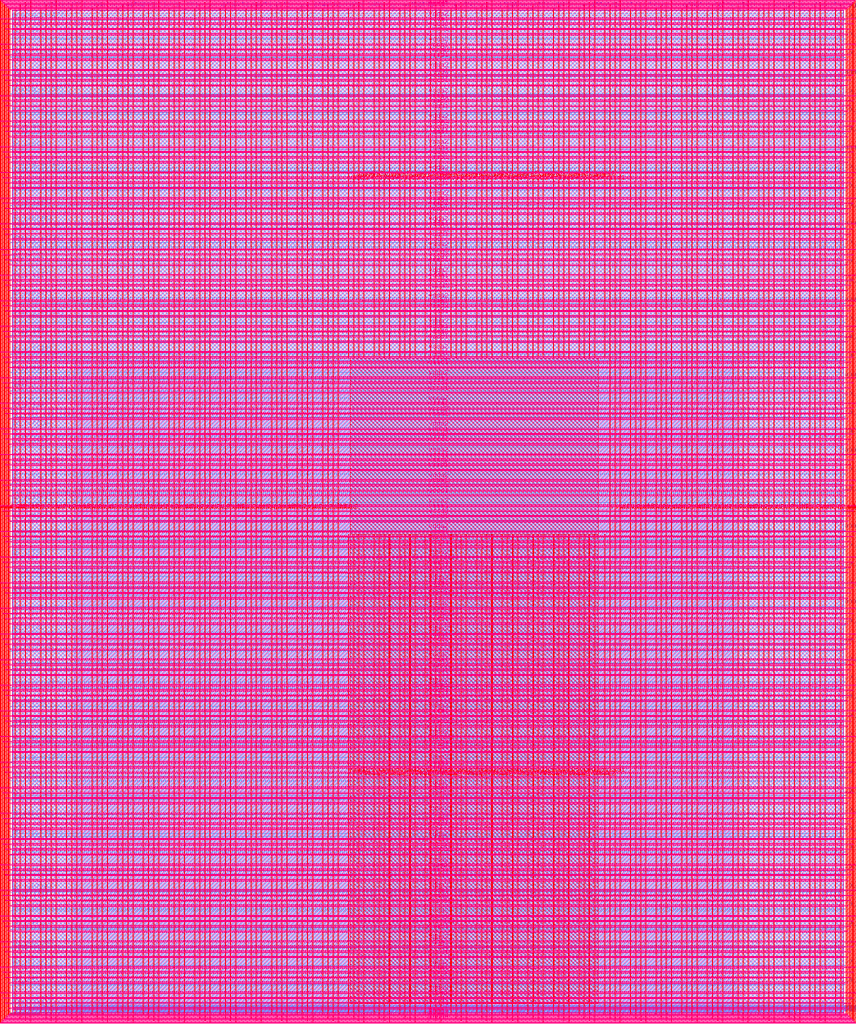
<source format=lef>
VERSION 5.7 ;
  NOWIREEXTENSIONATPIN ON ;
  DIVIDERCHAR "/" ;
  BUSBITCHARS "[]" ;
MACRO user_project_wrapper
  CLASS BLOCK ;
  FOREIGN user_project_wrapper ;
  ORIGIN 0.000 0.000 ;
  SIZE 2920.000 BY 3520.000 ;
  PIN analog_io[0]
    DIRECTION INOUT ;
    USE SIGNAL ;
    PORT
      LAYER met3 ;
        RECT 2917.600 1426.380 2924.800 1427.580 ;
    END
  END analog_io[0]
  PIN analog_io[10]
    DIRECTION INOUT ;
    USE SIGNAL ;
    PORT
      LAYER met2 ;
        RECT 2230.490 3517.600 2231.050 3524.800 ;
    END
  END analog_io[10]
  PIN analog_io[11]
    DIRECTION INOUT ;
    USE SIGNAL ;
    PORT
      LAYER met2 ;
        RECT 1905.730 3517.600 1906.290 3524.800 ;
    END
  END analog_io[11]
  PIN analog_io[12]
    DIRECTION INOUT ;
    USE SIGNAL ;
    PORT
      LAYER met2 ;
        RECT 1581.430 3517.600 1581.990 3524.800 ;
    END
  END analog_io[12]
  PIN analog_io[13]
    DIRECTION INOUT ;
    USE SIGNAL ;
    PORT
      LAYER met2 ;
        RECT 1257.130 3517.600 1257.690 3524.800 ;
    END
  END analog_io[13]
  PIN analog_io[14]
    DIRECTION INOUT ;
    USE SIGNAL ;
    PORT
      LAYER met2 ;
        RECT 932.370 3517.600 932.930 3524.800 ;
    END
  END analog_io[14]
  PIN analog_io[15]
    DIRECTION INOUT ;
    USE SIGNAL ;
    PORT
      LAYER met2 ;
        RECT 608.070 3517.600 608.630 3524.800 ;
    END
  END analog_io[15]
  PIN analog_io[16]
    DIRECTION INOUT ;
    USE SIGNAL ;
    PORT
      LAYER met2 ;
        RECT 283.770 3517.600 284.330 3524.800 ;
    END
  END analog_io[16]
  PIN analog_io[17]
    DIRECTION INOUT ;
    USE SIGNAL ;
    PORT
      LAYER met3 ;
        RECT -4.800 3486.100 2.400 3487.300 ;
    END
  END analog_io[17]
  PIN analog_io[18]
    DIRECTION INOUT ;
    USE SIGNAL ;
    PORT
      LAYER met3 ;
        RECT -4.800 3224.980 2.400 3226.180 ;
    END
  END analog_io[18]
  PIN analog_io[19]
    DIRECTION INOUT ;
    USE SIGNAL ;
    PORT
      LAYER met3 ;
        RECT -4.800 2964.540 2.400 2965.740 ;
    END
  END analog_io[19]
  PIN analog_io[1]
    DIRECTION INOUT ;
    USE SIGNAL ;
    PORT
      LAYER met3 ;
        RECT 2917.600 1692.260 2924.800 1693.460 ;
    END
  END analog_io[1]
  PIN analog_io[20]
    DIRECTION INOUT ;
    USE SIGNAL ;
    PORT
      LAYER met3 ;
        RECT -4.800 2703.420 2.400 2704.620 ;
    END
  END analog_io[20]
  PIN analog_io[21]
    DIRECTION INOUT ;
    USE SIGNAL ;
    PORT
      LAYER met3 ;
        RECT -4.800 2442.980 2.400 2444.180 ;
    END
  END analog_io[21]
  PIN analog_io[22]
    DIRECTION INOUT ;
    USE SIGNAL ;
    PORT
      LAYER met3 ;
        RECT -4.800 2182.540 2.400 2183.740 ;
    END
  END analog_io[22]
  PIN analog_io[23]
    DIRECTION INOUT ;
    USE SIGNAL ;
    PORT
      LAYER met3 ;
        RECT -4.800 1921.420 2.400 1922.620 ;
    END
  END analog_io[23]
  PIN analog_io[24]
    DIRECTION INOUT ;
    USE SIGNAL ;
    PORT
      LAYER met3 ;
        RECT -4.800 1660.980 2.400 1662.180 ;
    END
  END analog_io[24]
  PIN analog_io[25]
    DIRECTION INOUT ;
    USE SIGNAL ;
    PORT
      LAYER met3 ;
        RECT -4.800 1399.860 2.400 1401.060 ;
    END
  END analog_io[25]
  PIN analog_io[26]
    DIRECTION INOUT ;
    USE SIGNAL ;
    PORT
      LAYER met3 ;
        RECT -4.800 1139.420 2.400 1140.620 ;
    END
  END analog_io[26]
  PIN analog_io[27]
    DIRECTION INOUT ;
    USE SIGNAL ;
    PORT
      LAYER met3 ;
        RECT -4.800 878.980 2.400 880.180 ;
    END
  END analog_io[27]
  PIN analog_io[28]
    DIRECTION INOUT ;
    USE SIGNAL ;
    PORT
      LAYER met3 ;
        RECT -4.800 617.860 2.400 619.060 ;
    END
  END analog_io[28]
  PIN analog_io[2]
    DIRECTION INOUT ;
    USE SIGNAL ;
    PORT
      LAYER met3 ;
        RECT 2917.600 1958.140 2924.800 1959.340 ;
    END
  END analog_io[2]
  PIN analog_io[3]
    DIRECTION INOUT ;
    USE SIGNAL ;
    PORT
      LAYER met3 ;
        RECT 2917.600 2223.340 2924.800 2224.540 ;
    END
  END analog_io[3]
  PIN analog_io[4]
    DIRECTION INOUT ;
    USE SIGNAL ;
    PORT
      LAYER met3 ;
        RECT 2917.600 2489.220 2924.800 2490.420 ;
    END
  END analog_io[4]
  PIN analog_io[5]
    DIRECTION INOUT ;
    USE SIGNAL ;
    PORT
      LAYER met3 ;
        RECT 2917.600 2755.100 2924.800 2756.300 ;
    END
  END analog_io[5]
  PIN analog_io[6]
    DIRECTION INOUT ;
    USE SIGNAL ;
    PORT
      LAYER met3 ;
        RECT 2917.600 3020.300 2924.800 3021.500 ;
    END
  END analog_io[6]
  PIN analog_io[7]
    DIRECTION INOUT ;
    USE SIGNAL ;
    PORT
      LAYER met3 ;
        RECT 2917.600 3286.180 2924.800 3287.380 ;
    END
  END analog_io[7]
  PIN analog_io[8]
    DIRECTION INOUT ;
    USE SIGNAL ;
    PORT
      LAYER met2 ;
        RECT 2879.090 3517.600 2879.650 3524.800 ;
    END
  END analog_io[8]
  PIN analog_io[9]
    DIRECTION INOUT ;
    USE SIGNAL ;
    PORT
      LAYER met2 ;
        RECT 2554.790 3517.600 2555.350 3524.800 ;
    END
  END analog_io[9]
  PIN io_in[0]
    DIRECTION INPUT ;
    USE SIGNAL ;
    PORT
      LAYER met3 ;
        RECT 2917.600 32.380 2924.800 33.580 ;
    END
  END io_in[0]
  PIN io_in[10]
    DIRECTION INPUT ;
    USE SIGNAL ;
    PORT
      LAYER met3 ;
        RECT 2917.600 2289.980 2924.800 2291.180 ;
    END
  END io_in[10]
  PIN io_in[11]
    DIRECTION INPUT ;
    USE SIGNAL ;
    PORT
      LAYER met3 ;
        RECT 2917.600 2555.860 2924.800 2557.060 ;
    END
  END io_in[11]
  PIN io_in[12]
    DIRECTION INPUT ;
    USE SIGNAL ;
    PORT
      LAYER met3 ;
        RECT 2917.600 2821.060 2924.800 2822.260 ;
    END
  END io_in[12]
  PIN io_in[13]
    DIRECTION INPUT ;
    USE SIGNAL ;
    PORT
      LAYER met3 ;
        RECT 2917.600 3086.940 2924.800 3088.140 ;
    END
  END io_in[13]
  PIN io_in[14]
    DIRECTION INPUT ;
    USE SIGNAL ;
    PORT
      LAYER met3 ;
        RECT 2917.600 3352.820 2924.800 3354.020 ;
    END
  END io_in[14]
  PIN io_in[15]
    DIRECTION INPUT ;
    USE SIGNAL ;
    PORT
      LAYER met2 ;
        RECT 2798.130 3517.600 2798.690 3524.800 ;
    END
  END io_in[15]
  PIN io_in[16]
    DIRECTION INPUT ;
    USE SIGNAL ;
    PORT
      LAYER met2 ;
        RECT 2473.830 3517.600 2474.390 3524.800 ;
    END
  END io_in[16]
  PIN io_in[17]
    DIRECTION INPUT ;
    USE SIGNAL ;
    PORT
      LAYER met2 ;
        RECT 2149.070 3517.600 2149.630 3524.800 ;
    END
  END io_in[17]
  PIN io_in[18]
    DIRECTION INPUT ;
    USE SIGNAL ;
    PORT
      LAYER met2 ;
        RECT 1824.770 3517.600 1825.330 3524.800 ;
    END
  END io_in[18]
  PIN io_in[19]
    DIRECTION INPUT ;
    USE SIGNAL ;
    PORT
      LAYER met2 ;
        RECT 1500.470 3517.600 1501.030 3524.800 ;
    END
  END io_in[19]
  PIN io_in[1]
    DIRECTION INPUT ;
    USE SIGNAL ;
    PORT
      LAYER met3 ;
        RECT 2917.600 230.940 2924.800 232.140 ;
    END
  END io_in[1]
  PIN io_in[20]
    DIRECTION INPUT ;
    USE SIGNAL ;
    PORT
      LAYER met2 ;
        RECT 1175.710 3517.600 1176.270 3524.800 ;
    END
  END io_in[20]
  PIN io_in[21]
    DIRECTION INPUT ;
    USE SIGNAL ;
    PORT
      LAYER met2 ;
        RECT 851.410 3517.600 851.970 3524.800 ;
    END
  END io_in[21]
  PIN io_in[22]
    DIRECTION INPUT ;
    USE SIGNAL ;
    PORT
      LAYER met2 ;
        RECT 527.110 3517.600 527.670 3524.800 ;
    END
  END io_in[22]
  PIN io_in[23]
    DIRECTION INPUT ;
    USE SIGNAL ;
    PORT
      LAYER met2 ;
        RECT 202.350 3517.600 202.910 3524.800 ;
    END
  END io_in[23]
  PIN io_in[24]
    DIRECTION INPUT ;
    USE SIGNAL ;
    PORT
      LAYER met3 ;
        RECT -4.800 3420.820 2.400 3422.020 ;
    END
  END io_in[24]
  PIN io_in[25]
    DIRECTION INPUT ;
    USE SIGNAL ;
    PORT
      LAYER met3 ;
        RECT -4.800 3159.700 2.400 3160.900 ;
    END
  END io_in[25]
  PIN io_in[26]
    DIRECTION INPUT ;
    USE SIGNAL ;
    PORT
      LAYER met3 ;
        RECT -4.800 2899.260 2.400 2900.460 ;
    END
  END io_in[26]
  PIN io_in[27]
    DIRECTION INPUT ;
    USE SIGNAL ;
    PORT
      LAYER met3 ;
        RECT -4.800 2638.820 2.400 2640.020 ;
    END
  END io_in[27]
  PIN io_in[28]
    DIRECTION INPUT ;
    USE SIGNAL ;
    PORT
      LAYER met3 ;
        RECT -4.800 2377.700 2.400 2378.900 ;
    END
  END io_in[28]
  PIN io_in[29]
    DIRECTION INPUT ;
    USE SIGNAL ;
    PORT
      LAYER met3 ;
        RECT -4.800 2117.260 2.400 2118.460 ;
    END
  END io_in[29]
  PIN io_in[2]
    DIRECTION INPUT ;
    USE SIGNAL ;
    PORT
      LAYER met3 ;
        RECT 2917.600 430.180 2924.800 431.380 ;
    END
  END io_in[2]
  PIN io_in[30]
    DIRECTION INPUT ;
    USE SIGNAL ;
    PORT
      LAYER met3 ;
        RECT -4.800 1856.140 2.400 1857.340 ;
    END
  END io_in[30]
  PIN io_in[31]
    DIRECTION INPUT ;
    USE SIGNAL ;
    PORT
      LAYER met3 ;
        RECT -4.800 1595.700 2.400 1596.900 ;
    END
  END io_in[31]
  PIN io_in[32]
    DIRECTION INPUT ;
    USE SIGNAL ;
    PORT
      LAYER met3 ;
        RECT -4.800 1335.260 2.400 1336.460 ;
    END
  END io_in[32]
  PIN io_in[33]
    DIRECTION INPUT ;
    USE SIGNAL ;
    PORT
      LAYER met3 ;
        RECT -4.800 1074.140 2.400 1075.340 ;
    END
  END io_in[33]
  PIN io_in[34]
    DIRECTION INPUT ;
    USE SIGNAL ;
    PORT
      LAYER met3 ;
        RECT -4.800 813.700 2.400 814.900 ;
    END
  END io_in[34]
  PIN io_in[35]
    DIRECTION INPUT ;
    USE SIGNAL ;
    PORT
      LAYER met3 ;
        RECT -4.800 552.580 2.400 553.780 ;
    END
  END io_in[35]
  PIN io_in[36]
    DIRECTION INPUT ;
    USE SIGNAL ;
    PORT
      LAYER met3 ;
        RECT -4.800 357.420 2.400 358.620 ;
    END
  END io_in[36]
  PIN io_in[37]
    DIRECTION INPUT ;
    USE SIGNAL ;
    PORT
      LAYER met3 ;
        RECT -4.800 161.580 2.400 162.780 ;
    END
  END io_in[37]
  PIN io_in[3]
    DIRECTION INPUT ;
    USE SIGNAL ;
    PORT
      LAYER met3 ;
        RECT 2917.600 629.420 2924.800 630.620 ;
    END
  END io_in[3]
  PIN io_in[4]
    DIRECTION INPUT ;
    USE SIGNAL ;
    PORT
      LAYER met3 ;
        RECT 2917.600 828.660 2924.800 829.860 ;
    END
  END io_in[4]
  PIN io_in[5]
    DIRECTION INPUT ;
    USE SIGNAL ;
    PORT
      LAYER met3 ;
        RECT 2917.600 1027.900 2924.800 1029.100 ;
    END
  END io_in[5]
  PIN io_in[6]
    DIRECTION INPUT ;
    USE SIGNAL ;
    PORT
      LAYER met3 ;
        RECT 2917.600 1227.140 2924.800 1228.340 ;
    END
  END io_in[6]
  PIN io_in[7]
    DIRECTION INPUT ;
    USE SIGNAL ;
    PORT
      LAYER met3 ;
        RECT 2917.600 1493.020 2924.800 1494.220 ;
    END
  END io_in[7]
  PIN io_in[8]
    DIRECTION INPUT ;
    USE SIGNAL ;
    PORT
      LAYER met3 ;
        RECT 2917.600 1758.900 2924.800 1760.100 ;
    END
  END io_in[8]
  PIN io_in[9]
    DIRECTION INPUT ;
    USE SIGNAL ;
    PORT
      LAYER met3 ;
        RECT 2917.600 2024.100 2924.800 2025.300 ;
    END
  END io_in[9]
  PIN io_oeb[0]
    DIRECTION OUTPUT TRISTATE ;
    USE SIGNAL ;
    PORT
      LAYER met3 ;
        RECT 2917.600 164.980 2924.800 166.180 ;
    END
  END io_oeb[0]
  PIN io_oeb[10]
    DIRECTION OUTPUT TRISTATE ;
    USE SIGNAL ;
    PORT
      LAYER met3 ;
        RECT 2917.600 2422.580 2924.800 2423.780 ;
    END
  END io_oeb[10]
  PIN io_oeb[11]
    DIRECTION OUTPUT TRISTATE ;
    USE SIGNAL ;
    PORT
      LAYER met3 ;
        RECT 2917.600 2688.460 2924.800 2689.660 ;
    END
  END io_oeb[11]
  PIN io_oeb[12]
    DIRECTION OUTPUT TRISTATE ;
    USE SIGNAL ;
    PORT
      LAYER met3 ;
        RECT 2917.600 2954.340 2924.800 2955.540 ;
    END
  END io_oeb[12]
  PIN io_oeb[13]
    DIRECTION OUTPUT TRISTATE ;
    USE SIGNAL ;
    PORT
      LAYER met3 ;
        RECT 2917.600 3219.540 2924.800 3220.740 ;
    END
  END io_oeb[13]
  PIN io_oeb[14]
    DIRECTION OUTPUT TRISTATE ;
    USE SIGNAL ;
    PORT
      LAYER met3 ;
        RECT 2917.600 3485.420 2924.800 3486.620 ;
    END
  END io_oeb[14]
  PIN io_oeb[15]
    DIRECTION OUTPUT TRISTATE ;
    USE SIGNAL ;
    PORT
      LAYER met2 ;
        RECT 2635.750 3517.600 2636.310 3524.800 ;
    END
  END io_oeb[15]
  PIN io_oeb[16]
    DIRECTION OUTPUT TRISTATE ;
    USE SIGNAL ;
    PORT
      LAYER met2 ;
        RECT 2311.450 3517.600 2312.010 3524.800 ;
    END
  END io_oeb[16]
  PIN io_oeb[17]
    DIRECTION OUTPUT TRISTATE ;
    USE SIGNAL ;
    PORT
      LAYER met2 ;
        RECT 1987.150 3517.600 1987.710 3524.800 ;
    END
  END io_oeb[17]
  PIN io_oeb[18]
    DIRECTION OUTPUT TRISTATE ;
    USE SIGNAL ;
    PORT
      LAYER met2 ;
        RECT 1662.390 3517.600 1662.950 3524.800 ;
    END
  END io_oeb[18]
  PIN io_oeb[19]
    DIRECTION OUTPUT TRISTATE ;
    USE SIGNAL ;
    PORT
      LAYER met2 ;
        RECT 1338.090 3517.600 1338.650 3524.800 ;
    END
  END io_oeb[19]
  PIN io_oeb[1]
    DIRECTION OUTPUT TRISTATE ;
    USE SIGNAL ;
    PORT
      LAYER met3 ;
        RECT 2917.600 364.220 2924.800 365.420 ;
    END
  END io_oeb[1]
  PIN io_oeb[20]
    DIRECTION OUTPUT TRISTATE ;
    USE SIGNAL ;
    PORT
      LAYER met2 ;
        RECT 1013.790 3517.600 1014.350 3524.800 ;
    END
  END io_oeb[20]
  PIN io_oeb[21]
    DIRECTION OUTPUT TRISTATE ;
    USE SIGNAL ;
    PORT
      LAYER met2 ;
        RECT 689.030 3517.600 689.590 3524.800 ;
    END
  END io_oeb[21]
  PIN io_oeb[22]
    DIRECTION OUTPUT TRISTATE ;
    USE SIGNAL ;
    PORT
      LAYER met2 ;
        RECT 364.730 3517.600 365.290 3524.800 ;
    END
  END io_oeb[22]
  PIN io_oeb[23]
    DIRECTION OUTPUT TRISTATE ;
    USE SIGNAL ;
    PORT
      LAYER met2 ;
        RECT 40.430 3517.600 40.990 3524.800 ;
    END
  END io_oeb[23]
  PIN io_oeb[24]
    DIRECTION OUTPUT TRISTATE ;
    USE SIGNAL ;
    PORT
      LAYER met3 ;
        RECT -4.800 3290.260 2.400 3291.460 ;
    END
  END io_oeb[24]
  PIN io_oeb[25]
    DIRECTION OUTPUT TRISTATE ;
    USE SIGNAL ;
    PORT
      LAYER met3 ;
        RECT -4.800 3029.820 2.400 3031.020 ;
    END
  END io_oeb[25]
  PIN io_oeb[26]
    DIRECTION OUTPUT TRISTATE ;
    USE SIGNAL ;
    PORT
      LAYER met3 ;
        RECT -4.800 2768.700 2.400 2769.900 ;
    END
  END io_oeb[26]
  PIN io_oeb[27]
    DIRECTION OUTPUT TRISTATE ;
    USE SIGNAL ;
    PORT
      LAYER met3 ;
        RECT -4.800 2508.260 2.400 2509.460 ;
    END
  END io_oeb[27]
  PIN io_oeb[28]
    DIRECTION OUTPUT TRISTATE ;
    USE SIGNAL ;
    PORT
      LAYER met3 ;
        RECT -4.800 2247.140 2.400 2248.340 ;
    END
  END io_oeb[28]
  PIN io_oeb[29]
    DIRECTION OUTPUT TRISTATE ;
    USE SIGNAL ;
    PORT
      LAYER met3 ;
        RECT -4.800 1986.700 2.400 1987.900 ;
    END
  END io_oeb[29]
  PIN io_oeb[2]
    DIRECTION OUTPUT TRISTATE ;
    USE SIGNAL ;
    PORT
      LAYER met3 ;
        RECT 2917.600 563.460 2924.800 564.660 ;
    END
  END io_oeb[2]
  PIN io_oeb[30]
    DIRECTION OUTPUT TRISTATE ;
    USE SIGNAL ;
    PORT
      LAYER met3 ;
        RECT -4.800 1726.260 2.400 1727.460 ;
    END
  END io_oeb[30]
  PIN io_oeb[31]
    DIRECTION OUTPUT TRISTATE ;
    USE SIGNAL ;
    PORT
      LAYER met3 ;
        RECT -4.800 1465.140 2.400 1466.340 ;
    END
  END io_oeb[31]
  PIN io_oeb[32]
    DIRECTION OUTPUT TRISTATE ;
    USE SIGNAL ;
    PORT
      LAYER met3 ;
        RECT -4.800 1204.700 2.400 1205.900 ;
    END
  END io_oeb[32]
  PIN io_oeb[33]
    DIRECTION OUTPUT TRISTATE ;
    USE SIGNAL ;
    PORT
      LAYER met3 ;
        RECT -4.800 943.580 2.400 944.780 ;
    END
  END io_oeb[33]
  PIN io_oeb[34]
    DIRECTION OUTPUT TRISTATE ;
    USE SIGNAL ;
    PORT
      LAYER met3 ;
        RECT -4.800 683.140 2.400 684.340 ;
    END
  END io_oeb[34]
  PIN io_oeb[35]
    DIRECTION OUTPUT TRISTATE ;
    USE SIGNAL ;
    PORT
      LAYER met3 ;
        RECT -4.800 422.700 2.400 423.900 ;
    END
  END io_oeb[35]
  PIN io_oeb[36]
    DIRECTION OUTPUT TRISTATE ;
    USE SIGNAL ;
    PORT
      LAYER met3 ;
        RECT -4.800 226.860 2.400 228.060 ;
    END
  END io_oeb[36]
  PIN io_oeb[37]
    DIRECTION OUTPUT TRISTATE ;
    USE SIGNAL ;
    PORT
      LAYER met3 ;
        RECT -4.800 31.700 2.400 32.900 ;
    END
  END io_oeb[37]
  PIN io_oeb[3]
    DIRECTION OUTPUT TRISTATE ;
    USE SIGNAL ;
    PORT
      LAYER met3 ;
        RECT 2917.600 762.700 2924.800 763.900 ;
    END
  END io_oeb[3]
  PIN io_oeb[4]
    DIRECTION OUTPUT TRISTATE ;
    USE SIGNAL ;
    PORT
      LAYER met3 ;
        RECT 2917.600 961.940 2924.800 963.140 ;
    END
  END io_oeb[4]
  PIN io_oeb[5]
    DIRECTION OUTPUT TRISTATE ;
    USE SIGNAL ;
    PORT
      LAYER met3 ;
        RECT 2917.600 1161.180 2924.800 1162.380 ;
    END
  END io_oeb[5]
  PIN io_oeb[6]
    DIRECTION OUTPUT TRISTATE ;
    USE SIGNAL ;
    PORT
      LAYER met3 ;
        RECT 2917.600 1360.420 2924.800 1361.620 ;
    END
  END io_oeb[6]
  PIN io_oeb[7]
    DIRECTION OUTPUT TRISTATE ;
    USE SIGNAL ;
    PORT
      LAYER met3 ;
        RECT 2917.600 1625.620 2924.800 1626.820 ;
    END
  END io_oeb[7]
  PIN io_oeb[8]
    DIRECTION OUTPUT TRISTATE ;
    USE SIGNAL ;
    PORT
      LAYER met3 ;
        RECT 2917.600 1891.500 2924.800 1892.700 ;
    END
  END io_oeb[8]
  PIN io_oeb[9]
    DIRECTION OUTPUT TRISTATE ;
    USE SIGNAL ;
    PORT
      LAYER met3 ;
        RECT 2917.600 2157.380 2924.800 2158.580 ;
    END
  END io_oeb[9]
  PIN io_out[0]
    DIRECTION OUTPUT TRISTATE ;
    USE SIGNAL ;
    PORT
      LAYER met3 ;
        RECT 2917.600 98.340 2924.800 99.540 ;
    END
  END io_out[0]
  PIN io_out[10]
    DIRECTION OUTPUT TRISTATE ;
    USE SIGNAL ;
    PORT
      LAYER met3 ;
        RECT 2917.600 2356.620 2924.800 2357.820 ;
    END
  END io_out[10]
  PIN io_out[11]
    DIRECTION OUTPUT TRISTATE ;
    USE SIGNAL ;
    PORT
      LAYER met3 ;
        RECT 2917.600 2621.820 2924.800 2623.020 ;
    END
  END io_out[11]
  PIN io_out[12]
    DIRECTION OUTPUT TRISTATE ;
    USE SIGNAL ;
    PORT
      LAYER met3 ;
        RECT 2917.600 2887.700 2924.800 2888.900 ;
    END
  END io_out[12]
  PIN io_out[13]
    DIRECTION OUTPUT TRISTATE ;
    USE SIGNAL ;
    PORT
      LAYER met3 ;
        RECT 2917.600 3153.580 2924.800 3154.780 ;
    END
  END io_out[13]
  PIN io_out[14]
    DIRECTION OUTPUT TRISTATE ;
    USE SIGNAL ;
    PORT
      LAYER met3 ;
        RECT 2917.600 3418.780 2924.800 3419.980 ;
    END
  END io_out[14]
  PIN io_out[15]
    DIRECTION OUTPUT TRISTATE ;
    USE SIGNAL ;
    PORT
      LAYER met2 ;
        RECT 2717.170 3517.600 2717.730 3524.800 ;
    END
  END io_out[15]
  PIN io_out[16]
    DIRECTION OUTPUT TRISTATE ;
    USE SIGNAL ;
    PORT
      LAYER met2 ;
        RECT 2392.410 3517.600 2392.970 3524.800 ;
    END
  END io_out[16]
  PIN io_out[17]
    DIRECTION OUTPUT TRISTATE ;
    USE SIGNAL ;
    PORT
      LAYER met2 ;
        RECT 2068.110 3517.600 2068.670 3524.800 ;
    END
  END io_out[17]
  PIN io_out[18]
    DIRECTION OUTPUT TRISTATE ;
    USE SIGNAL ;
    PORT
      LAYER met2 ;
        RECT 1743.810 3517.600 1744.370 3524.800 ;
    END
  END io_out[18]
  PIN io_out[19]
    DIRECTION OUTPUT TRISTATE ;
    USE SIGNAL ;
    PORT
      LAYER met2 ;
        RECT 1419.050 3517.600 1419.610 3524.800 ;
    END
  END io_out[19]
  PIN io_out[1]
    DIRECTION OUTPUT TRISTATE ;
    USE SIGNAL ;
    PORT
      LAYER met3 ;
        RECT 2917.600 297.580 2924.800 298.780 ;
    END
  END io_out[1]
  PIN io_out[20]
    DIRECTION OUTPUT TRISTATE ;
    USE SIGNAL ;
    PORT
      LAYER met2 ;
        RECT 1094.750 3517.600 1095.310 3524.800 ;
    END
  END io_out[20]
  PIN io_out[21]
    DIRECTION OUTPUT TRISTATE ;
    USE SIGNAL ;
    PORT
      LAYER met2 ;
        RECT 770.450 3517.600 771.010 3524.800 ;
    END
  END io_out[21]
  PIN io_out[22]
    DIRECTION OUTPUT TRISTATE ;
    USE SIGNAL ;
    PORT
      LAYER met2 ;
        RECT 445.690 3517.600 446.250 3524.800 ;
    END
  END io_out[22]
  PIN io_out[23]
    DIRECTION OUTPUT TRISTATE ;
    USE SIGNAL ;
    PORT
      LAYER met2 ;
        RECT 121.390 3517.600 121.950 3524.800 ;
    END
  END io_out[23]
  PIN io_out[24]
    DIRECTION OUTPUT TRISTATE ;
    USE SIGNAL ;
    PORT
      LAYER met3 ;
        RECT -4.800 3355.540 2.400 3356.740 ;
    END
  END io_out[24]
  PIN io_out[25]
    DIRECTION OUTPUT TRISTATE ;
    USE SIGNAL ;
    PORT
      LAYER met3 ;
        RECT -4.800 3095.100 2.400 3096.300 ;
    END
  END io_out[25]
  PIN io_out[26]
    DIRECTION OUTPUT TRISTATE ;
    USE SIGNAL ;
    PORT
      LAYER met3 ;
        RECT -4.800 2833.980 2.400 2835.180 ;
    END
  END io_out[26]
  PIN io_out[27]
    DIRECTION OUTPUT TRISTATE ;
    USE SIGNAL ;
    PORT
      LAYER met3 ;
        RECT -4.800 2573.540 2.400 2574.740 ;
    END
  END io_out[27]
  PIN io_out[28]
    DIRECTION OUTPUT TRISTATE ;
    USE SIGNAL ;
    PORT
      LAYER met3 ;
        RECT -4.800 2312.420 2.400 2313.620 ;
    END
  END io_out[28]
  PIN io_out[29]
    DIRECTION OUTPUT TRISTATE ;
    USE SIGNAL ;
    PORT
      LAYER met3 ;
        RECT -4.800 2051.980 2.400 2053.180 ;
    END
  END io_out[29]
  PIN io_out[2]
    DIRECTION OUTPUT TRISTATE ;
    USE SIGNAL ;
    PORT
      LAYER met3 ;
        RECT 2917.600 496.820 2924.800 498.020 ;
    END
  END io_out[2]
  PIN io_out[30]
    DIRECTION OUTPUT TRISTATE ;
    USE SIGNAL ;
    PORT
      LAYER met3 ;
        RECT -4.800 1791.540 2.400 1792.740 ;
    END
  END io_out[30]
  PIN io_out[31]
    DIRECTION OUTPUT TRISTATE ;
    USE SIGNAL ;
    PORT
      LAYER met3 ;
        RECT -4.800 1530.420 2.400 1531.620 ;
    END
  END io_out[31]
  PIN io_out[32]
    DIRECTION OUTPUT TRISTATE ;
    USE SIGNAL ;
    PORT
      LAYER met3 ;
        RECT -4.800 1269.980 2.400 1271.180 ;
    END
  END io_out[32]
  PIN io_out[33]
    DIRECTION OUTPUT TRISTATE ;
    USE SIGNAL ;
    PORT
      LAYER met3 ;
        RECT -4.800 1008.860 2.400 1010.060 ;
    END
  END io_out[33]
  PIN io_out[34]
    DIRECTION OUTPUT TRISTATE ;
    USE SIGNAL ;
    PORT
      LAYER met3 ;
        RECT -4.800 748.420 2.400 749.620 ;
    END
  END io_out[34]
  PIN io_out[35]
    DIRECTION OUTPUT TRISTATE ;
    USE SIGNAL ;
    PORT
      LAYER met3 ;
        RECT -4.800 487.300 2.400 488.500 ;
    END
  END io_out[35]
  PIN io_out[36]
    DIRECTION OUTPUT TRISTATE ;
    USE SIGNAL ;
    PORT
      LAYER met3 ;
        RECT -4.800 292.140 2.400 293.340 ;
    END
  END io_out[36]
  PIN io_out[37]
    DIRECTION OUTPUT TRISTATE ;
    USE SIGNAL ;
    PORT
      LAYER met3 ;
        RECT -4.800 96.300 2.400 97.500 ;
    END
  END io_out[37]
  PIN io_out[3]
    DIRECTION OUTPUT TRISTATE ;
    USE SIGNAL ;
    PORT
      LAYER met3 ;
        RECT 2917.600 696.060 2924.800 697.260 ;
    END
  END io_out[3]
  PIN io_out[4]
    DIRECTION OUTPUT TRISTATE ;
    USE SIGNAL ;
    PORT
      LAYER met3 ;
        RECT 2917.600 895.300 2924.800 896.500 ;
    END
  END io_out[4]
  PIN io_out[5]
    DIRECTION OUTPUT TRISTATE ;
    USE SIGNAL ;
    PORT
      LAYER met3 ;
        RECT 2917.600 1094.540 2924.800 1095.740 ;
    END
  END io_out[5]
  PIN io_out[6]
    DIRECTION OUTPUT TRISTATE ;
    USE SIGNAL ;
    PORT
      LAYER met3 ;
        RECT 2917.600 1293.780 2924.800 1294.980 ;
    END
  END io_out[6]
  PIN io_out[7]
    DIRECTION OUTPUT TRISTATE ;
    USE SIGNAL ;
    PORT
      LAYER met3 ;
        RECT 2917.600 1559.660 2924.800 1560.860 ;
    END
  END io_out[7]
  PIN io_out[8]
    DIRECTION OUTPUT TRISTATE ;
    USE SIGNAL ;
    PORT
      LAYER met3 ;
        RECT 2917.600 1824.860 2924.800 1826.060 ;
    END
  END io_out[8]
  PIN io_out[9]
    DIRECTION OUTPUT TRISTATE ;
    USE SIGNAL ;
    PORT
      LAYER met3 ;
        RECT 2917.600 2090.740 2924.800 2091.940 ;
    END
  END io_out[9]
  PIN la_data_in[0]
    DIRECTION INPUT ;
    USE SIGNAL ;
    PORT
      LAYER met2 ;
        RECT 629.230 -4.800 629.790 2.400 ;
    END
  END la_data_in[0]
  PIN la_data_in[100]
    DIRECTION INPUT ;
    USE SIGNAL ;
    PORT
      LAYER met2 ;
        RECT 2402.530 -4.800 2403.090 2.400 ;
    END
  END la_data_in[100]
  PIN la_data_in[101]
    DIRECTION INPUT ;
    USE SIGNAL ;
    PORT
      LAYER met2 ;
        RECT 2420.010 -4.800 2420.570 2.400 ;
    END
  END la_data_in[101]
  PIN la_data_in[102]
    DIRECTION INPUT ;
    USE SIGNAL ;
    PORT
      LAYER met2 ;
        RECT 2437.950 -4.800 2438.510 2.400 ;
    END
  END la_data_in[102]
  PIN la_data_in[103]
    DIRECTION INPUT ;
    USE SIGNAL ;
    PORT
      LAYER met2 ;
        RECT 2455.430 -4.800 2455.990 2.400 ;
    END
  END la_data_in[103]
  PIN la_data_in[104]
    DIRECTION INPUT ;
    USE SIGNAL ;
    PORT
      LAYER met2 ;
        RECT 2473.370 -4.800 2473.930 2.400 ;
    END
  END la_data_in[104]
  PIN la_data_in[105]
    DIRECTION INPUT ;
    USE SIGNAL ;
    PORT
      LAYER met2 ;
        RECT 2490.850 -4.800 2491.410 2.400 ;
    END
  END la_data_in[105]
  PIN la_data_in[106]
    DIRECTION INPUT ;
    USE SIGNAL ;
    PORT
      LAYER met2 ;
        RECT 2508.790 -4.800 2509.350 2.400 ;
    END
  END la_data_in[106]
  PIN la_data_in[107]
    DIRECTION INPUT ;
    USE SIGNAL ;
    PORT
      LAYER met2 ;
        RECT 2526.730 -4.800 2527.290 2.400 ;
    END
  END la_data_in[107]
  PIN la_data_in[108]
    DIRECTION INPUT ;
    USE SIGNAL ;
    PORT
      LAYER met2 ;
        RECT 2544.210 -4.800 2544.770 2.400 ;
    END
  END la_data_in[108]
  PIN la_data_in[109]
    DIRECTION INPUT ;
    USE SIGNAL ;
    PORT
      LAYER met2 ;
        RECT 2562.150 -4.800 2562.710 2.400 ;
    END
  END la_data_in[109]
  PIN la_data_in[10]
    DIRECTION INPUT ;
    USE SIGNAL ;
    PORT
      LAYER met2 ;
        RECT 806.330 -4.800 806.890 2.400 ;
    END
  END la_data_in[10]
  PIN la_data_in[110]
    DIRECTION INPUT ;
    USE SIGNAL ;
    PORT
      LAYER met2 ;
        RECT 2579.630 -4.800 2580.190 2.400 ;
    END
  END la_data_in[110]
  PIN la_data_in[111]
    DIRECTION INPUT ;
    USE SIGNAL ;
    PORT
      LAYER met2 ;
        RECT 2597.570 -4.800 2598.130 2.400 ;
    END
  END la_data_in[111]
  PIN la_data_in[112]
    DIRECTION INPUT ;
    USE SIGNAL ;
    PORT
      LAYER met2 ;
        RECT 2615.050 -4.800 2615.610 2.400 ;
    END
  END la_data_in[112]
  PIN la_data_in[113]
    DIRECTION INPUT ;
    USE SIGNAL ;
    PORT
      LAYER met2 ;
        RECT 2632.990 -4.800 2633.550 2.400 ;
    END
  END la_data_in[113]
  PIN la_data_in[114]
    DIRECTION INPUT ;
    USE SIGNAL ;
    PORT
      LAYER met2 ;
        RECT 2650.470 -4.800 2651.030 2.400 ;
    END
  END la_data_in[114]
  PIN la_data_in[115]
    DIRECTION INPUT ;
    USE SIGNAL ;
    PORT
      LAYER met2 ;
        RECT 2668.410 -4.800 2668.970 2.400 ;
    END
  END la_data_in[115]
  PIN la_data_in[116]
    DIRECTION INPUT ;
    USE SIGNAL ;
    PORT
      LAYER met2 ;
        RECT 2685.890 -4.800 2686.450 2.400 ;
    END
  END la_data_in[116]
  PIN la_data_in[117]
    DIRECTION INPUT ;
    USE SIGNAL ;
    PORT
      LAYER met2 ;
        RECT 2703.830 -4.800 2704.390 2.400 ;
    END
  END la_data_in[117]
  PIN la_data_in[118]
    DIRECTION INPUT ;
    USE SIGNAL ;
    PORT
      LAYER met2 ;
        RECT 2721.770 -4.800 2722.330 2.400 ;
    END
  END la_data_in[118]
  PIN la_data_in[119]
    DIRECTION INPUT ;
    USE SIGNAL ;
    PORT
      LAYER met2 ;
        RECT 2739.250 -4.800 2739.810 2.400 ;
    END
  END la_data_in[119]
  PIN la_data_in[11]
    DIRECTION INPUT ;
    USE SIGNAL ;
    PORT
      LAYER met2 ;
        RECT 824.270 -4.800 824.830 2.400 ;
    END
  END la_data_in[11]
  PIN la_data_in[120]
    DIRECTION INPUT ;
    USE SIGNAL ;
    PORT
      LAYER met2 ;
        RECT 2757.190 -4.800 2757.750 2.400 ;
    END
  END la_data_in[120]
  PIN la_data_in[121]
    DIRECTION INPUT ;
    USE SIGNAL ;
    PORT
      LAYER met2 ;
        RECT 2774.670 -4.800 2775.230 2.400 ;
    END
  END la_data_in[121]
  PIN la_data_in[122]
    DIRECTION INPUT ;
    USE SIGNAL ;
    PORT
      LAYER met2 ;
        RECT 2792.610 -4.800 2793.170 2.400 ;
    END
  END la_data_in[122]
  PIN la_data_in[123]
    DIRECTION INPUT ;
    USE SIGNAL ;
    PORT
      LAYER met2 ;
        RECT 2810.090 -4.800 2810.650 2.400 ;
    END
  END la_data_in[123]
  PIN la_data_in[124]
    DIRECTION INPUT ;
    USE SIGNAL ;
    PORT
      LAYER met2 ;
        RECT 2828.030 -4.800 2828.590 2.400 ;
    END
  END la_data_in[124]
  PIN la_data_in[125]
    DIRECTION INPUT ;
    USE SIGNAL ;
    PORT
      LAYER met2 ;
        RECT 2845.510 -4.800 2846.070 2.400 ;
    END
  END la_data_in[125]
  PIN la_data_in[126]
    DIRECTION INPUT ;
    USE SIGNAL ;
    PORT
      LAYER met2 ;
        RECT 2863.450 -4.800 2864.010 2.400 ;
    END
  END la_data_in[126]
  PIN la_data_in[127]
    DIRECTION INPUT ;
    USE SIGNAL ;
    PORT
      LAYER met2 ;
        RECT 2881.390 -4.800 2881.950 2.400 ;
    END
  END la_data_in[127]
  PIN la_data_in[12]
    DIRECTION INPUT ;
    USE SIGNAL ;
    PORT
      LAYER met2 ;
        RECT 841.750 -4.800 842.310 2.400 ;
    END
  END la_data_in[12]
  PIN la_data_in[13]
    DIRECTION INPUT ;
    USE SIGNAL ;
    PORT
      LAYER met2 ;
        RECT 859.690 -4.800 860.250 2.400 ;
    END
  END la_data_in[13]
  PIN la_data_in[14]
    DIRECTION INPUT ;
    USE SIGNAL ;
    PORT
      LAYER met2 ;
        RECT 877.170 -4.800 877.730 2.400 ;
    END
  END la_data_in[14]
  PIN la_data_in[15]
    DIRECTION INPUT ;
    USE SIGNAL ;
    PORT
      LAYER met2 ;
        RECT 895.110 -4.800 895.670 2.400 ;
    END
  END la_data_in[15]
  PIN la_data_in[16]
    DIRECTION INPUT ;
    USE SIGNAL ;
    PORT
      LAYER met2 ;
        RECT 912.590 -4.800 913.150 2.400 ;
    END
  END la_data_in[16]
  PIN la_data_in[17]
    DIRECTION INPUT ;
    USE SIGNAL ;
    PORT
      LAYER met2 ;
        RECT 930.530 -4.800 931.090 2.400 ;
    END
  END la_data_in[17]
  PIN la_data_in[18]
    DIRECTION INPUT ;
    USE SIGNAL ;
    PORT
      LAYER met2 ;
        RECT 948.470 -4.800 949.030 2.400 ;
    END
  END la_data_in[18]
  PIN la_data_in[19]
    DIRECTION INPUT ;
    USE SIGNAL ;
    PORT
      LAYER met2 ;
        RECT 965.950 -4.800 966.510 2.400 ;
    END
  END la_data_in[19]
  PIN la_data_in[1]
    DIRECTION INPUT ;
    USE SIGNAL ;
    PORT
      LAYER met2 ;
        RECT 646.710 -4.800 647.270 2.400 ;
    END
  END la_data_in[1]
  PIN la_data_in[20]
    DIRECTION INPUT ;
    USE SIGNAL ;
    PORT
      LAYER met2 ;
        RECT 983.890 -4.800 984.450 2.400 ;
    END
  END la_data_in[20]
  PIN la_data_in[21]
    DIRECTION INPUT ;
    USE SIGNAL ;
    PORT
      LAYER met2 ;
        RECT 1001.370 -4.800 1001.930 2.400 ;
    END
  END la_data_in[21]
  PIN la_data_in[22]
    DIRECTION INPUT ;
    USE SIGNAL ;
    PORT
      LAYER met2 ;
        RECT 1019.310 -4.800 1019.870 2.400 ;
    END
  END la_data_in[22]
  PIN la_data_in[23]
    DIRECTION INPUT ;
    USE SIGNAL ;
    PORT
      LAYER met2 ;
        RECT 1036.790 -4.800 1037.350 2.400 ;
    END
  END la_data_in[23]
  PIN la_data_in[24]
    DIRECTION INPUT ;
    USE SIGNAL ;
    PORT
      LAYER met2 ;
        RECT 1054.730 -4.800 1055.290 2.400 ;
    END
  END la_data_in[24]
  PIN la_data_in[25]
    DIRECTION INPUT ;
    USE SIGNAL ;
    PORT
      LAYER met2 ;
        RECT 1072.210 -4.800 1072.770 2.400 ;
    END
  END la_data_in[25]
  PIN la_data_in[26]
    DIRECTION INPUT ;
    USE SIGNAL ;
    PORT
      LAYER met2 ;
        RECT 1090.150 -4.800 1090.710 2.400 ;
    END
  END la_data_in[26]
  PIN la_data_in[27]
    DIRECTION INPUT ;
    USE SIGNAL ;
    PORT
      LAYER met2 ;
        RECT 1107.630 -4.800 1108.190 2.400 ;
    END
  END la_data_in[27]
  PIN la_data_in[28]
    DIRECTION INPUT ;
    USE SIGNAL ;
    PORT
      LAYER met2 ;
        RECT 1125.570 -4.800 1126.130 2.400 ;
    END
  END la_data_in[28]
  PIN la_data_in[29]
    DIRECTION INPUT ;
    USE SIGNAL ;
    PORT
      LAYER met2 ;
        RECT 1143.510 -4.800 1144.070 2.400 ;
    END
  END la_data_in[29]
  PIN la_data_in[2]
    DIRECTION INPUT ;
    USE SIGNAL ;
    PORT
      LAYER met2 ;
        RECT 664.650 -4.800 665.210 2.400 ;
    END
  END la_data_in[2]
  PIN la_data_in[30]
    DIRECTION INPUT ;
    USE SIGNAL ;
    PORT
      LAYER met2 ;
        RECT 1160.990 -4.800 1161.550 2.400 ;
    END
  END la_data_in[30]
  PIN la_data_in[31]
    DIRECTION INPUT ;
    USE SIGNAL ;
    PORT
      LAYER met2 ;
        RECT 1178.930 -4.800 1179.490 2.400 ;
    END
  END la_data_in[31]
  PIN la_data_in[32]
    DIRECTION INPUT ;
    USE SIGNAL ;
    PORT
      LAYER met2 ;
        RECT 1196.410 -4.800 1196.970 2.400 ;
    END
  END la_data_in[32]
  PIN la_data_in[33]
    DIRECTION INPUT ;
    USE SIGNAL ;
    PORT
      LAYER met2 ;
        RECT 1214.350 -4.800 1214.910 2.400 ;
    END
  END la_data_in[33]
  PIN la_data_in[34]
    DIRECTION INPUT ;
    USE SIGNAL ;
    PORT
      LAYER met2 ;
        RECT 1231.830 -4.800 1232.390 2.400 ;
    END
  END la_data_in[34]
  PIN la_data_in[35]
    DIRECTION INPUT ;
    USE SIGNAL ;
    PORT
      LAYER met2 ;
        RECT 1249.770 -4.800 1250.330 2.400 ;
    END
  END la_data_in[35]
  PIN la_data_in[36]
    DIRECTION INPUT ;
    USE SIGNAL ;
    PORT
      LAYER met2 ;
        RECT 1267.250 -4.800 1267.810 2.400 ;
    END
  END la_data_in[36]
  PIN la_data_in[37]
    DIRECTION INPUT ;
    USE SIGNAL ;
    PORT
      LAYER met2 ;
        RECT 1285.190 -4.800 1285.750 2.400 ;
    END
  END la_data_in[37]
  PIN la_data_in[38]
    DIRECTION INPUT ;
    USE SIGNAL ;
    PORT
      LAYER met2 ;
        RECT 1303.130 -4.800 1303.690 2.400 ;
    END
  END la_data_in[38]
  PIN la_data_in[39]
    DIRECTION INPUT ;
    USE SIGNAL ;
    PORT
      LAYER met2 ;
        RECT 1320.610 -4.800 1321.170 2.400 ;
    END
  END la_data_in[39]
  PIN la_data_in[3]
    DIRECTION INPUT ;
    USE SIGNAL ;
    PORT
      LAYER met2 ;
        RECT 682.130 -4.800 682.690 2.400 ;
    END
  END la_data_in[3]
  PIN la_data_in[40]
    DIRECTION INPUT ;
    USE SIGNAL ;
    PORT
      LAYER met2 ;
        RECT 1338.550 -4.800 1339.110 2.400 ;
    END
  END la_data_in[40]
  PIN la_data_in[41]
    DIRECTION INPUT ;
    USE SIGNAL ;
    PORT
      LAYER met2 ;
        RECT 1356.030 -4.800 1356.590 2.400 ;
    END
  END la_data_in[41]
  PIN la_data_in[42]
    DIRECTION INPUT ;
    USE SIGNAL ;
    PORT
      LAYER met2 ;
        RECT 1373.970 -4.800 1374.530 2.400 ;
    END
  END la_data_in[42]
  PIN la_data_in[43]
    DIRECTION INPUT ;
    USE SIGNAL ;
    PORT
      LAYER met2 ;
        RECT 1391.450 -4.800 1392.010 2.400 ;
    END
  END la_data_in[43]
  PIN la_data_in[44]
    DIRECTION INPUT ;
    USE SIGNAL ;
    PORT
      LAYER met2 ;
        RECT 1409.390 -4.800 1409.950 2.400 ;
    END
  END la_data_in[44]
  PIN la_data_in[45]
    DIRECTION INPUT ;
    USE SIGNAL ;
    PORT
      LAYER met2 ;
        RECT 1426.870 -4.800 1427.430 2.400 ;
    END
  END la_data_in[45]
  PIN la_data_in[46]
    DIRECTION INPUT ;
    USE SIGNAL ;
    PORT
      LAYER met2 ;
        RECT 1444.810 -4.800 1445.370 2.400 ;
    END
  END la_data_in[46]
  PIN la_data_in[47]
    DIRECTION INPUT ;
    USE SIGNAL ;
    PORT
      LAYER met2 ;
        RECT 1462.750 -4.800 1463.310 2.400 ;
    END
  END la_data_in[47]
  PIN la_data_in[48]
    DIRECTION INPUT ;
    USE SIGNAL ;
    PORT
      LAYER met2 ;
        RECT 1480.230 -4.800 1480.790 2.400 ;
    END
  END la_data_in[48]
  PIN la_data_in[49]
    DIRECTION INPUT ;
    USE SIGNAL ;
    PORT
      LAYER met2 ;
        RECT 1498.170 -4.800 1498.730 2.400 ;
    END
  END la_data_in[49]
  PIN la_data_in[4]
    DIRECTION INPUT ;
    USE SIGNAL ;
    PORT
      LAYER met2 ;
        RECT 700.070 -4.800 700.630 2.400 ;
    END
  END la_data_in[4]
  PIN la_data_in[50]
    DIRECTION INPUT ;
    USE SIGNAL ;
    PORT
      LAYER met2 ;
        RECT 1515.650 -4.800 1516.210 2.400 ;
    END
  END la_data_in[50]
  PIN la_data_in[51]
    DIRECTION INPUT ;
    USE SIGNAL ;
    PORT
      LAYER met2 ;
        RECT 1533.590 -4.800 1534.150 2.400 ;
    END
  END la_data_in[51]
  PIN la_data_in[52]
    DIRECTION INPUT ;
    USE SIGNAL ;
    PORT
      LAYER met2 ;
        RECT 1551.070 -4.800 1551.630 2.400 ;
    END
  END la_data_in[52]
  PIN la_data_in[53]
    DIRECTION INPUT ;
    USE SIGNAL ;
    PORT
      LAYER met2 ;
        RECT 1569.010 -4.800 1569.570 2.400 ;
    END
  END la_data_in[53]
  PIN la_data_in[54]
    DIRECTION INPUT ;
    USE SIGNAL ;
    PORT
      LAYER met2 ;
        RECT 1586.490 -4.800 1587.050 2.400 ;
    END
  END la_data_in[54]
  PIN la_data_in[55]
    DIRECTION INPUT ;
    USE SIGNAL ;
    PORT
      LAYER met2 ;
        RECT 1604.430 -4.800 1604.990 2.400 ;
    END
  END la_data_in[55]
  PIN la_data_in[56]
    DIRECTION INPUT ;
    USE SIGNAL ;
    PORT
      LAYER met2 ;
        RECT 1621.910 -4.800 1622.470 2.400 ;
    END
  END la_data_in[56]
  PIN la_data_in[57]
    DIRECTION INPUT ;
    USE SIGNAL ;
    PORT
      LAYER met2 ;
        RECT 1639.850 -4.800 1640.410 2.400 ;
    END
  END la_data_in[57]
  PIN la_data_in[58]
    DIRECTION INPUT ;
    USE SIGNAL ;
    PORT
      LAYER met2 ;
        RECT 1657.790 -4.800 1658.350 2.400 ;
    END
  END la_data_in[58]
  PIN la_data_in[59]
    DIRECTION INPUT ;
    USE SIGNAL ;
    PORT
      LAYER met2 ;
        RECT 1675.270 -4.800 1675.830 2.400 ;
    END
  END la_data_in[59]
  PIN la_data_in[5]
    DIRECTION INPUT ;
    USE SIGNAL ;
    PORT
      LAYER met2 ;
        RECT 717.550 -4.800 718.110 2.400 ;
    END
  END la_data_in[5]
  PIN la_data_in[60]
    DIRECTION INPUT ;
    USE SIGNAL ;
    PORT
      LAYER met2 ;
        RECT 1693.210 -4.800 1693.770 2.400 ;
    END
  END la_data_in[60]
  PIN la_data_in[61]
    DIRECTION INPUT ;
    USE SIGNAL ;
    PORT
      LAYER met2 ;
        RECT 1710.690 -4.800 1711.250 2.400 ;
    END
  END la_data_in[61]
  PIN la_data_in[62]
    DIRECTION INPUT ;
    USE SIGNAL ;
    PORT
      LAYER met2 ;
        RECT 1728.630 -4.800 1729.190 2.400 ;
    END
  END la_data_in[62]
  PIN la_data_in[63]
    DIRECTION INPUT ;
    USE SIGNAL ;
    PORT
      LAYER met2 ;
        RECT 1746.110 -4.800 1746.670 2.400 ;
    END
  END la_data_in[63]
  PIN la_data_in[64]
    DIRECTION INPUT ;
    USE SIGNAL ;
    PORT
      LAYER met2 ;
        RECT 1764.050 -4.800 1764.610 2.400 ;
    END
  END la_data_in[64]
  PIN la_data_in[65]
    DIRECTION INPUT ;
    USE SIGNAL ;
    PORT
      LAYER met2 ;
        RECT 1781.530 -4.800 1782.090 2.400 ;
    END
  END la_data_in[65]
  PIN la_data_in[66]
    DIRECTION INPUT ;
    USE SIGNAL ;
    PORT
      LAYER met2 ;
        RECT 1799.470 -4.800 1800.030 2.400 ;
    END
  END la_data_in[66]
  PIN la_data_in[67]
    DIRECTION INPUT ;
    USE SIGNAL ;
    PORT
      LAYER met2 ;
        RECT 1817.410 -4.800 1817.970 2.400 ;
    END
  END la_data_in[67]
  PIN la_data_in[68]
    DIRECTION INPUT ;
    USE SIGNAL ;
    PORT
      LAYER met2 ;
        RECT 1834.890 -4.800 1835.450 2.400 ;
    END
  END la_data_in[68]
  PIN la_data_in[69]
    DIRECTION INPUT ;
    USE SIGNAL ;
    PORT
      LAYER met2 ;
        RECT 1852.830 -4.800 1853.390 2.400 ;
    END
  END la_data_in[69]
  PIN la_data_in[6]
    DIRECTION INPUT ;
    USE SIGNAL ;
    PORT
      LAYER met2 ;
        RECT 735.490 -4.800 736.050 2.400 ;
    END
  END la_data_in[6]
  PIN la_data_in[70]
    DIRECTION INPUT ;
    USE SIGNAL ;
    PORT
      LAYER met2 ;
        RECT 1870.310 -4.800 1870.870 2.400 ;
    END
  END la_data_in[70]
  PIN la_data_in[71]
    DIRECTION INPUT ;
    USE SIGNAL ;
    PORT
      LAYER met2 ;
        RECT 1888.250 -4.800 1888.810 2.400 ;
    END
  END la_data_in[71]
  PIN la_data_in[72]
    DIRECTION INPUT ;
    USE SIGNAL ;
    PORT
      LAYER met2 ;
        RECT 1905.730 -4.800 1906.290 2.400 ;
    END
  END la_data_in[72]
  PIN la_data_in[73]
    DIRECTION INPUT ;
    USE SIGNAL ;
    PORT
      LAYER met2 ;
        RECT 1923.670 -4.800 1924.230 2.400 ;
    END
  END la_data_in[73]
  PIN la_data_in[74]
    DIRECTION INPUT ;
    USE SIGNAL ;
    PORT
      LAYER met2 ;
        RECT 1941.150 -4.800 1941.710 2.400 ;
    END
  END la_data_in[74]
  PIN la_data_in[75]
    DIRECTION INPUT ;
    USE SIGNAL ;
    PORT
      LAYER met2 ;
        RECT 1959.090 -4.800 1959.650 2.400 ;
    END
  END la_data_in[75]
  PIN la_data_in[76]
    DIRECTION INPUT ;
    USE SIGNAL ;
    PORT
      LAYER met2 ;
        RECT 1976.570 -4.800 1977.130 2.400 ;
    END
  END la_data_in[76]
  PIN la_data_in[77]
    DIRECTION INPUT ;
    USE SIGNAL ;
    PORT
      LAYER met2 ;
        RECT 1994.510 -4.800 1995.070 2.400 ;
    END
  END la_data_in[77]
  PIN la_data_in[78]
    DIRECTION INPUT ;
    USE SIGNAL ;
    PORT
      LAYER met2 ;
        RECT 2012.450 -4.800 2013.010 2.400 ;
    END
  END la_data_in[78]
  PIN la_data_in[79]
    DIRECTION INPUT ;
    USE SIGNAL ;
    PORT
      LAYER met2 ;
        RECT 2029.930 -4.800 2030.490 2.400 ;
    END
  END la_data_in[79]
  PIN la_data_in[7]
    DIRECTION INPUT ;
    USE SIGNAL ;
    PORT
      LAYER met2 ;
        RECT 752.970 -4.800 753.530 2.400 ;
    END
  END la_data_in[7]
  PIN la_data_in[80]
    DIRECTION INPUT ;
    USE SIGNAL ;
    PORT
      LAYER met2 ;
        RECT 2047.870 -4.800 2048.430 2.400 ;
    END
  END la_data_in[80]
  PIN la_data_in[81]
    DIRECTION INPUT ;
    USE SIGNAL ;
    PORT
      LAYER met2 ;
        RECT 2065.350 -4.800 2065.910 2.400 ;
    END
  END la_data_in[81]
  PIN la_data_in[82]
    DIRECTION INPUT ;
    USE SIGNAL ;
    PORT
      LAYER met2 ;
        RECT 2083.290 -4.800 2083.850 2.400 ;
    END
  END la_data_in[82]
  PIN la_data_in[83]
    DIRECTION INPUT ;
    USE SIGNAL ;
    PORT
      LAYER met2 ;
        RECT 2100.770 -4.800 2101.330 2.400 ;
    END
  END la_data_in[83]
  PIN la_data_in[84]
    DIRECTION INPUT ;
    USE SIGNAL ;
    PORT
      LAYER met2 ;
        RECT 2118.710 -4.800 2119.270 2.400 ;
    END
  END la_data_in[84]
  PIN la_data_in[85]
    DIRECTION INPUT ;
    USE SIGNAL ;
    PORT
      LAYER met2 ;
        RECT 2136.190 -4.800 2136.750 2.400 ;
    END
  END la_data_in[85]
  PIN la_data_in[86]
    DIRECTION INPUT ;
    USE SIGNAL ;
    PORT
      LAYER met2 ;
        RECT 2154.130 -4.800 2154.690 2.400 ;
    END
  END la_data_in[86]
  PIN la_data_in[87]
    DIRECTION INPUT ;
    USE SIGNAL ;
    PORT
      LAYER met2 ;
        RECT 2172.070 -4.800 2172.630 2.400 ;
    END
  END la_data_in[87]
  PIN la_data_in[88]
    DIRECTION INPUT ;
    USE SIGNAL ;
    PORT
      LAYER met2 ;
        RECT 2189.550 -4.800 2190.110 2.400 ;
    END
  END la_data_in[88]
  PIN la_data_in[89]
    DIRECTION INPUT ;
    USE SIGNAL ;
    PORT
      LAYER met2 ;
        RECT 2207.490 -4.800 2208.050 2.400 ;
    END
  END la_data_in[89]
  PIN la_data_in[8]
    DIRECTION INPUT ;
    USE SIGNAL ;
    PORT
      LAYER met2 ;
        RECT 770.910 -4.800 771.470 2.400 ;
    END
  END la_data_in[8]
  PIN la_data_in[90]
    DIRECTION INPUT ;
    USE SIGNAL ;
    PORT
      LAYER met2 ;
        RECT 2224.970 -4.800 2225.530 2.400 ;
    END
  END la_data_in[90]
  PIN la_data_in[91]
    DIRECTION INPUT ;
    USE SIGNAL ;
    PORT
      LAYER met2 ;
        RECT 2242.910 -4.800 2243.470 2.400 ;
    END
  END la_data_in[91]
  PIN la_data_in[92]
    DIRECTION INPUT ;
    USE SIGNAL ;
    PORT
      LAYER met2 ;
        RECT 2260.390 -4.800 2260.950 2.400 ;
    END
  END la_data_in[92]
  PIN la_data_in[93]
    DIRECTION INPUT ;
    USE SIGNAL ;
    PORT
      LAYER met2 ;
        RECT 2278.330 -4.800 2278.890 2.400 ;
    END
  END la_data_in[93]
  PIN la_data_in[94]
    DIRECTION INPUT ;
    USE SIGNAL ;
    PORT
      LAYER met2 ;
        RECT 2295.810 -4.800 2296.370 2.400 ;
    END
  END la_data_in[94]
  PIN la_data_in[95]
    DIRECTION INPUT ;
    USE SIGNAL ;
    PORT
      LAYER met2 ;
        RECT 2313.750 -4.800 2314.310 2.400 ;
    END
  END la_data_in[95]
  PIN la_data_in[96]
    DIRECTION INPUT ;
    USE SIGNAL ;
    PORT
      LAYER met2 ;
        RECT 2331.230 -4.800 2331.790 2.400 ;
    END
  END la_data_in[96]
  PIN la_data_in[97]
    DIRECTION INPUT ;
    USE SIGNAL ;
    PORT
      LAYER met2 ;
        RECT 2349.170 -4.800 2349.730 2.400 ;
    END
  END la_data_in[97]
  PIN la_data_in[98]
    DIRECTION INPUT ;
    USE SIGNAL ;
    PORT
      LAYER met2 ;
        RECT 2367.110 -4.800 2367.670 2.400 ;
    END
  END la_data_in[98]
  PIN la_data_in[99]
    DIRECTION INPUT ;
    USE SIGNAL ;
    PORT
      LAYER met2 ;
        RECT 2384.590 -4.800 2385.150 2.400 ;
    END
  END la_data_in[99]
  PIN la_data_in[9]
    DIRECTION INPUT ;
    USE SIGNAL ;
    PORT
      LAYER met2 ;
        RECT 788.850 -4.800 789.410 2.400 ;
    END
  END la_data_in[9]
  PIN la_data_out[0]
    DIRECTION OUTPUT TRISTATE ;
    USE SIGNAL ;
    PORT
      LAYER met2 ;
        RECT 634.750 -4.800 635.310 2.400 ;
    END
  END la_data_out[0]
  PIN la_data_out[100]
    DIRECTION OUTPUT TRISTATE ;
    USE SIGNAL ;
    PORT
      LAYER met2 ;
        RECT 2408.510 -4.800 2409.070 2.400 ;
    END
  END la_data_out[100]
  PIN la_data_out[101]
    DIRECTION OUTPUT TRISTATE ;
    USE SIGNAL ;
    PORT
      LAYER met2 ;
        RECT 2425.990 -4.800 2426.550 2.400 ;
    END
  END la_data_out[101]
  PIN la_data_out[102]
    DIRECTION OUTPUT TRISTATE ;
    USE SIGNAL ;
    PORT
      LAYER met2 ;
        RECT 2443.930 -4.800 2444.490 2.400 ;
    END
  END la_data_out[102]
  PIN la_data_out[103]
    DIRECTION OUTPUT TRISTATE ;
    USE SIGNAL ;
    PORT
      LAYER met2 ;
        RECT 2461.410 -4.800 2461.970 2.400 ;
    END
  END la_data_out[103]
  PIN la_data_out[104]
    DIRECTION OUTPUT TRISTATE ;
    USE SIGNAL ;
    PORT
      LAYER met2 ;
        RECT 2479.350 -4.800 2479.910 2.400 ;
    END
  END la_data_out[104]
  PIN la_data_out[105]
    DIRECTION OUTPUT TRISTATE ;
    USE SIGNAL ;
    PORT
      LAYER met2 ;
        RECT 2496.830 -4.800 2497.390 2.400 ;
    END
  END la_data_out[105]
  PIN la_data_out[106]
    DIRECTION OUTPUT TRISTATE ;
    USE SIGNAL ;
    PORT
      LAYER met2 ;
        RECT 2514.770 -4.800 2515.330 2.400 ;
    END
  END la_data_out[106]
  PIN la_data_out[107]
    DIRECTION OUTPUT TRISTATE ;
    USE SIGNAL ;
    PORT
      LAYER met2 ;
        RECT 2532.250 -4.800 2532.810 2.400 ;
    END
  END la_data_out[107]
  PIN la_data_out[108]
    DIRECTION OUTPUT TRISTATE ;
    USE SIGNAL ;
    PORT
      LAYER met2 ;
        RECT 2550.190 -4.800 2550.750 2.400 ;
    END
  END la_data_out[108]
  PIN la_data_out[109]
    DIRECTION OUTPUT TRISTATE ;
    USE SIGNAL ;
    PORT
      LAYER met2 ;
        RECT 2567.670 -4.800 2568.230 2.400 ;
    END
  END la_data_out[109]
  PIN la_data_out[10]
    DIRECTION OUTPUT TRISTATE ;
    USE SIGNAL ;
    PORT
      LAYER met2 ;
        RECT 812.310 -4.800 812.870 2.400 ;
    END
  END la_data_out[10]
  PIN la_data_out[110]
    DIRECTION OUTPUT TRISTATE ;
    USE SIGNAL ;
    PORT
      LAYER met2 ;
        RECT 2585.610 -4.800 2586.170 2.400 ;
    END
  END la_data_out[110]
  PIN la_data_out[111]
    DIRECTION OUTPUT TRISTATE ;
    USE SIGNAL ;
    PORT
      LAYER met2 ;
        RECT 2603.550 -4.800 2604.110 2.400 ;
    END
  END la_data_out[111]
  PIN la_data_out[112]
    DIRECTION OUTPUT TRISTATE ;
    USE SIGNAL ;
    PORT
      LAYER met2 ;
        RECT 2621.030 -4.800 2621.590 2.400 ;
    END
  END la_data_out[112]
  PIN la_data_out[113]
    DIRECTION OUTPUT TRISTATE ;
    USE SIGNAL ;
    PORT
      LAYER met2 ;
        RECT 2638.970 -4.800 2639.530 2.400 ;
    END
  END la_data_out[113]
  PIN la_data_out[114]
    DIRECTION OUTPUT TRISTATE ;
    USE SIGNAL ;
    PORT
      LAYER met2 ;
        RECT 2656.450 -4.800 2657.010 2.400 ;
    END
  END la_data_out[114]
  PIN la_data_out[115]
    DIRECTION OUTPUT TRISTATE ;
    USE SIGNAL ;
    PORT
      LAYER met2 ;
        RECT 2674.390 -4.800 2674.950 2.400 ;
    END
  END la_data_out[115]
  PIN la_data_out[116]
    DIRECTION OUTPUT TRISTATE ;
    USE SIGNAL ;
    PORT
      LAYER met2 ;
        RECT 2691.870 -4.800 2692.430 2.400 ;
    END
  END la_data_out[116]
  PIN la_data_out[117]
    DIRECTION OUTPUT TRISTATE ;
    USE SIGNAL ;
    PORT
      LAYER met2 ;
        RECT 2709.810 -4.800 2710.370 2.400 ;
    END
  END la_data_out[117]
  PIN la_data_out[118]
    DIRECTION OUTPUT TRISTATE ;
    USE SIGNAL ;
    PORT
      LAYER met2 ;
        RECT 2727.290 -4.800 2727.850 2.400 ;
    END
  END la_data_out[118]
  PIN la_data_out[119]
    DIRECTION OUTPUT TRISTATE ;
    USE SIGNAL ;
    PORT
      LAYER met2 ;
        RECT 2745.230 -4.800 2745.790 2.400 ;
    END
  END la_data_out[119]
  PIN la_data_out[11]
    DIRECTION OUTPUT TRISTATE ;
    USE SIGNAL ;
    PORT
      LAYER met2 ;
        RECT 830.250 -4.800 830.810 2.400 ;
    END
  END la_data_out[11]
  PIN la_data_out[120]
    DIRECTION OUTPUT TRISTATE ;
    USE SIGNAL ;
    PORT
      LAYER met2 ;
        RECT 2763.170 -4.800 2763.730 2.400 ;
    END
  END la_data_out[120]
  PIN la_data_out[121]
    DIRECTION OUTPUT TRISTATE ;
    USE SIGNAL ;
    PORT
      LAYER met2 ;
        RECT 2780.650 -4.800 2781.210 2.400 ;
    END
  END la_data_out[121]
  PIN la_data_out[122]
    DIRECTION OUTPUT TRISTATE ;
    USE SIGNAL ;
    PORT
      LAYER met2 ;
        RECT 2798.590 -4.800 2799.150 2.400 ;
    END
  END la_data_out[122]
  PIN la_data_out[123]
    DIRECTION OUTPUT TRISTATE ;
    USE SIGNAL ;
    PORT
      LAYER met2 ;
        RECT 2816.070 -4.800 2816.630 2.400 ;
    END
  END la_data_out[123]
  PIN la_data_out[124]
    DIRECTION OUTPUT TRISTATE ;
    USE SIGNAL ;
    PORT
      LAYER met2 ;
        RECT 2834.010 -4.800 2834.570 2.400 ;
    END
  END la_data_out[124]
  PIN la_data_out[125]
    DIRECTION OUTPUT TRISTATE ;
    USE SIGNAL ;
    PORT
      LAYER met2 ;
        RECT 2851.490 -4.800 2852.050 2.400 ;
    END
  END la_data_out[125]
  PIN la_data_out[126]
    DIRECTION OUTPUT TRISTATE ;
    USE SIGNAL ;
    PORT
      LAYER met2 ;
        RECT 2869.430 -4.800 2869.990 2.400 ;
    END
  END la_data_out[126]
  PIN la_data_out[127]
    DIRECTION OUTPUT TRISTATE ;
    USE SIGNAL ;
    PORT
      LAYER met2 ;
        RECT 2886.910 -4.800 2887.470 2.400 ;
    END
  END la_data_out[127]
  PIN la_data_out[12]
    DIRECTION OUTPUT TRISTATE ;
    USE SIGNAL ;
    PORT
      LAYER met2 ;
        RECT 847.730 -4.800 848.290 2.400 ;
    END
  END la_data_out[12]
  PIN la_data_out[13]
    DIRECTION OUTPUT TRISTATE ;
    USE SIGNAL ;
    PORT
      LAYER met2 ;
        RECT 865.670 -4.800 866.230 2.400 ;
    END
  END la_data_out[13]
  PIN la_data_out[14]
    DIRECTION OUTPUT TRISTATE ;
    USE SIGNAL ;
    PORT
      LAYER met2 ;
        RECT 883.150 -4.800 883.710 2.400 ;
    END
  END la_data_out[14]
  PIN la_data_out[15]
    DIRECTION OUTPUT TRISTATE ;
    USE SIGNAL ;
    PORT
      LAYER met2 ;
        RECT 901.090 -4.800 901.650 2.400 ;
    END
  END la_data_out[15]
  PIN la_data_out[16]
    DIRECTION OUTPUT TRISTATE ;
    USE SIGNAL ;
    PORT
      LAYER met2 ;
        RECT 918.570 -4.800 919.130 2.400 ;
    END
  END la_data_out[16]
  PIN la_data_out[17]
    DIRECTION OUTPUT TRISTATE ;
    USE SIGNAL ;
    PORT
      LAYER met2 ;
        RECT 936.510 -4.800 937.070 2.400 ;
    END
  END la_data_out[17]
  PIN la_data_out[18]
    DIRECTION OUTPUT TRISTATE ;
    USE SIGNAL ;
    PORT
      LAYER met2 ;
        RECT 953.990 -4.800 954.550 2.400 ;
    END
  END la_data_out[18]
  PIN la_data_out[19]
    DIRECTION OUTPUT TRISTATE ;
    USE SIGNAL ;
    PORT
      LAYER met2 ;
        RECT 971.930 -4.800 972.490 2.400 ;
    END
  END la_data_out[19]
  PIN la_data_out[1]
    DIRECTION OUTPUT TRISTATE ;
    USE SIGNAL ;
    PORT
      LAYER met2 ;
        RECT 652.690 -4.800 653.250 2.400 ;
    END
  END la_data_out[1]
  PIN la_data_out[20]
    DIRECTION OUTPUT TRISTATE ;
    USE SIGNAL ;
    PORT
      LAYER met2 ;
        RECT 989.410 -4.800 989.970 2.400 ;
    END
  END la_data_out[20]
  PIN la_data_out[21]
    DIRECTION OUTPUT TRISTATE ;
    USE SIGNAL ;
    PORT
      LAYER met2 ;
        RECT 1007.350 -4.800 1007.910 2.400 ;
    END
  END la_data_out[21]
  PIN la_data_out[22]
    DIRECTION OUTPUT TRISTATE ;
    USE SIGNAL ;
    PORT
      LAYER met2 ;
        RECT 1025.290 -4.800 1025.850 2.400 ;
    END
  END la_data_out[22]
  PIN la_data_out[23]
    DIRECTION OUTPUT TRISTATE ;
    USE SIGNAL ;
    PORT
      LAYER met2 ;
        RECT 1042.770 -4.800 1043.330 2.400 ;
    END
  END la_data_out[23]
  PIN la_data_out[24]
    DIRECTION OUTPUT TRISTATE ;
    USE SIGNAL ;
    PORT
      LAYER met2 ;
        RECT 1060.710 -4.800 1061.270 2.400 ;
    END
  END la_data_out[24]
  PIN la_data_out[25]
    DIRECTION OUTPUT TRISTATE ;
    USE SIGNAL ;
    PORT
      LAYER met2 ;
        RECT 1078.190 -4.800 1078.750 2.400 ;
    END
  END la_data_out[25]
  PIN la_data_out[26]
    DIRECTION OUTPUT TRISTATE ;
    USE SIGNAL ;
    PORT
      LAYER met2 ;
        RECT 1096.130 -4.800 1096.690 2.400 ;
    END
  END la_data_out[26]
  PIN la_data_out[27]
    DIRECTION OUTPUT TRISTATE ;
    USE SIGNAL ;
    PORT
      LAYER met2 ;
        RECT 1113.610 -4.800 1114.170 2.400 ;
    END
  END la_data_out[27]
  PIN la_data_out[28]
    DIRECTION OUTPUT TRISTATE ;
    USE SIGNAL ;
    PORT
      LAYER met2 ;
        RECT 1131.550 -4.800 1132.110 2.400 ;
    END
  END la_data_out[28]
  PIN la_data_out[29]
    DIRECTION OUTPUT TRISTATE ;
    USE SIGNAL ;
    PORT
      LAYER met2 ;
        RECT 1149.030 -4.800 1149.590 2.400 ;
    END
  END la_data_out[29]
  PIN la_data_out[2]
    DIRECTION OUTPUT TRISTATE ;
    USE SIGNAL ;
    PORT
      LAYER met2 ;
        RECT 670.630 -4.800 671.190 2.400 ;
    END
  END la_data_out[2]
  PIN la_data_out[30]
    DIRECTION OUTPUT TRISTATE ;
    USE SIGNAL ;
    PORT
      LAYER met2 ;
        RECT 1166.970 -4.800 1167.530 2.400 ;
    END
  END la_data_out[30]
  PIN la_data_out[31]
    DIRECTION OUTPUT TRISTATE ;
    USE SIGNAL ;
    PORT
      LAYER met2 ;
        RECT 1184.910 -4.800 1185.470 2.400 ;
    END
  END la_data_out[31]
  PIN la_data_out[32]
    DIRECTION OUTPUT TRISTATE ;
    USE SIGNAL ;
    PORT
      LAYER met2 ;
        RECT 1202.390 -4.800 1202.950 2.400 ;
    END
  END la_data_out[32]
  PIN la_data_out[33]
    DIRECTION OUTPUT TRISTATE ;
    USE SIGNAL ;
    PORT
      LAYER met2 ;
        RECT 1220.330 -4.800 1220.890 2.400 ;
    END
  END la_data_out[33]
  PIN la_data_out[34]
    DIRECTION OUTPUT TRISTATE ;
    USE SIGNAL ;
    PORT
      LAYER met2 ;
        RECT 1237.810 -4.800 1238.370 2.400 ;
    END
  END la_data_out[34]
  PIN la_data_out[35]
    DIRECTION OUTPUT TRISTATE ;
    USE SIGNAL ;
    PORT
      LAYER met2 ;
        RECT 1255.750 -4.800 1256.310 2.400 ;
    END
  END la_data_out[35]
  PIN la_data_out[36]
    DIRECTION OUTPUT TRISTATE ;
    USE SIGNAL ;
    PORT
      LAYER met2 ;
        RECT 1273.230 -4.800 1273.790 2.400 ;
    END
  END la_data_out[36]
  PIN la_data_out[37]
    DIRECTION OUTPUT TRISTATE ;
    USE SIGNAL ;
    PORT
      LAYER met2 ;
        RECT 1291.170 -4.800 1291.730 2.400 ;
    END
  END la_data_out[37]
  PIN la_data_out[38]
    DIRECTION OUTPUT TRISTATE ;
    USE SIGNAL ;
    PORT
      LAYER met2 ;
        RECT 1308.650 -4.800 1309.210 2.400 ;
    END
  END la_data_out[38]
  PIN la_data_out[39]
    DIRECTION OUTPUT TRISTATE ;
    USE SIGNAL ;
    PORT
      LAYER met2 ;
        RECT 1326.590 -4.800 1327.150 2.400 ;
    END
  END la_data_out[39]
  PIN la_data_out[3]
    DIRECTION OUTPUT TRISTATE ;
    USE SIGNAL ;
    PORT
      LAYER met2 ;
        RECT 688.110 -4.800 688.670 2.400 ;
    END
  END la_data_out[3]
  PIN la_data_out[40]
    DIRECTION OUTPUT TRISTATE ;
    USE SIGNAL ;
    PORT
      LAYER met2 ;
        RECT 1344.070 -4.800 1344.630 2.400 ;
    END
  END la_data_out[40]
  PIN la_data_out[41]
    DIRECTION OUTPUT TRISTATE ;
    USE SIGNAL ;
    PORT
      LAYER met2 ;
        RECT 1362.010 -4.800 1362.570 2.400 ;
    END
  END la_data_out[41]
  PIN la_data_out[42]
    DIRECTION OUTPUT TRISTATE ;
    USE SIGNAL ;
    PORT
      LAYER met2 ;
        RECT 1379.950 -4.800 1380.510 2.400 ;
    END
  END la_data_out[42]
  PIN la_data_out[43]
    DIRECTION OUTPUT TRISTATE ;
    USE SIGNAL ;
    PORT
      LAYER met2 ;
        RECT 1397.430 -4.800 1397.990 2.400 ;
    END
  END la_data_out[43]
  PIN la_data_out[44]
    DIRECTION OUTPUT TRISTATE ;
    USE SIGNAL ;
    PORT
      LAYER met2 ;
        RECT 1415.370 -4.800 1415.930 2.400 ;
    END
  END la_data_out[44]
  PIN la_data_out[45]
    DIRECTION OUTPUT TRISTATE ;
    USE SIGNAL ;
    PORT
      LAYER met2 ;
        RECT 1432.850 -4.800 1433.410 2.400 ;
    END
  END la_data_out[45]
  PIN la_data_out[46]
    DIRECTION OUTPUT TRISTATE ;
    USE SIGNAL ;
    PORT
      LAYER met2 ;
        RECT 1450.790 -4.800 1451.350 2.400 ;
    END
  END la_data_out[46]
  PIN la_data_out[47]
    DIRECTION OUTPUT TRISTATE ;
    USE SIGNAL ;
    PORT
      LAYER met2 ;
        RECT 1468.270 -4.800 1468.830 2.400 ;
    END
  END la_data_out[47]
  PIN la_data_out[48]
    DIRECTION OUTPUT TRISTATE ;
    USE SIGNAL ;
    PORT
      LAYER met2 ;
        RECT 1486.210 -4.800 1486.770 2.400 ;
    END
  END la_data_out[48]
  PIN la_data_out[49]
    DIRECTION OUTPUT TRISTATE ;
    USE SIGNAL ;
    PORT
      LAYER met2 ;
        RECT 1503.690 -4.800 1504.250 2.400 ;
    END
  END la_data_out[49]
  PIN la_data_out[4]
    DIRECTION OUTPUT TRISTATE ;
    USE SIGNAL ;
    PORT
      LAYER met2 ;
        RECT 706.050 -4.800 706.610 2.400 ;
    END
  END la_data_out[4]
  PIN la_data_out[50]
    DIRECTION OUTPUT TRISTATE ;
    USE SIGNAL ;
    PORT
      LAYER met2 ;
        RECT 1521.630 -4.800 1522.190 2.400 ;
    END
  END la_data_out[50]
  PIN la_data_out[51]
    DIRECTION OUTPUT TRISTATE ;
    USE SIGNAL ;
    PORT
      LAYER met2 ;
        RECT 1539.570 -4.800 1540.130 2.400 ;
    END
  END la_data_out[51]
  PIN la_data_out[52]
    DIRECTION OUTPUT TRISTATE ;
    USE SIGNAL ;
    PORT
      LAYER met2 ;
        RECT 1557.050 -4.800 1557.610 2.400 ;
    END
  END la_data_out[52]
  PIN la_data_out[53]
    DIRECTION OUTPUT TRISTATE ;
    USE SIGNAL ;
    PORT
      LAYER met2 ;
        RECT 1574.990 -4.800 1575.550 2.400 ;
    END
  END la_data_out[53]
  PIN la_data_out[54]
    DIRECTION OUTPUT TRISTATE ;
    USE SIGNAL ;
    PORT
      LAYER met2 ;
        RECT 1592.470 -4.800 1593.030 2.400 ;
    END
  END la_data_out[54]
  PIN la_data_out[55]
    DIRECTION OUTPUT TRISTATE ;
    USE SIGNAL ;
    PORT
      LAYER met2 ;
        RECT 1610.410 -4.800 1610.970 2.400 ;
    END
  END la_data_out[55]
  PIN la_data_out[56]
    DIRECTION OUTPUT TRISTATE ;
    USE SIGNAL ;
    PORT
      LAYER met2 ;
        RECT 1627.890 -4.800 1628.450 2.400 ;
    END
  END la_data_out[56]
  PIN la_data_out[57]
    DIRECTION OUTPUT TRISTATE ;
    USE SIGNAL ;
    PORT
      LAYER met2 ;
        RECT 1645.830 -4.800 1646.390 2.400 ;
    END
  END la_data_out[57]
  PIN la_data_out[58]
    DIRECTION OUTPUT TRISTATE ;
    USE SIGNAL ;
    PORT
      LAYER met2 ;
        RECT 1663.310 -4.800 1663.870 2.400 ;
    END
  END la_data_out[58]
  PIN la_data_out[59]
    DIRECTION OUTPUT TRISTATE ;
    USE SIGNAL ;
    PORT
      LAYER met2 ;
        RECT 1681.250 -4.800 1681.810 2.400 ;
    END
  END la_data_out[59]
  PIN la_data_out[5]
    DIRECTION OUTPUT TRISTATE ;
    USE SIGNAL ;
    PORT
      LAYER met2 ;
        RECT 723.530 -4.800 724.090 2.400 ;
    END
  END la_data_out[5]
  PIN la_data_out[60]
    DIRECTION OUTPUT TRISTATE ;
    USE SIGNAL ;
    PORT
      LAYER met2 ;
        RECT 1699.190 -4.800 1699.750 2.400 ;
    END
  END la_data_out[60]
  PIN la_data_out[61]
    DIRECTION OUTPUT TRISTATE ;
    USE SIGNAL ;
    PORT
      LAYER met2 ;
        RECT 1716.670 -4.800 1717.230 2.400 ;
    END
  END la_data_out[61]
  PIN la_data_out[62]
    DIRECTION OUTPUT TRISTATE ;
    USE SIGNAL ;
    PORT
      LAYER met2 ;
        RECT 1734.610 -4.800 1735.170 2.400 ;
    END
  END la_data_out[62]
  PIN la_data_out[63]
    DIRECTION OUTPUT TRISTATE ;
    USE SIGNAL ;
    PORT
      LAYER met2 ;
        RECT 1752.090 -4.800 1752.650 2.400 ;
    END
  END la_data_out[63]
  PIN la_data_out[64]
    DIRECTION OUTPUT TRISTATE ;
    USE SIGNAL ;
    PORT
      LAYER met2 ;
        RECT 1770.030 -4.800 1770.590 2.400 ;
    END
  END la_data_out[64]
  PIN la_data_out[65]
    DIRECTION OUTPUT TRISTATE ;
    USE SIGNAL ;
    PORT
      LAYER met2 ;
        RECT 1787.510 -4.800 1788.070 2.400 ;
    END
  END la_data_out[65]
  PIN la_data_out[66]
    DIRECTION OUTPUT TRISTATE ;
    USE SIGNAL ;
    PORT
      LAYER met2 ;
        RECT 1805.450 -4.800 1806.010 2.400 ;
    END
  END la_data_out[66]
  PIN la_data_out[67]
    DIRECTION OUTPUT TRISTATE ;
    USE SIGNAL ;
    PORT
      LAYER met2 ;
        RECT 1822.930 -4.800 1823.490 2.400 ;
    END
  END la_data_out[67]
  PIN la_data_out[68]
    DIRECTION OUTPUT TRISTATE ;
    USE SIGNAL ;
    PORT
      LAYER met2 ;
        RECT 1840.870 -4.800 1841.430 2.400 ;
    END
  END la_data_out[68]
  PIN la_data_out[69]
    DIRECTION OUTPUT TRISTATE ;
    USE SIGNAL ;
    PORT
      LAYER met2 ;
        RECT 1858.350 -4.800 1858.910 2.400 ;
    END
  END la_data_out[69]
  PIN la_data_out[6]
    DIRECTION OUTPUT TRISTATE ;
    USE SIGNAL ;
    PORT
      LAYER met2 ;
        RECT 741.470 -4.800 742.030 2.400 ;
    END
  END la_data_out[6]
  PIN la_data_out[70]
    DIRECTION OUTPUT TRISTATE ;
    USE SIGNAL ;
    PORT
      LAYER met2 ;
        RECT 1876.290 -4.800 1876.850 2.400 ;
    END
  END la_data_out[70]
  PIN la_data_out[71]
    DIRECTION OUTPUT TRISTATE ;
    USE SIGNAL ;
    PORT
      LAYER met2 ;
        RECT 1894.230 -4.800 1894.790 2.400 ;
    END
  END la_data_out[71]
  PIN la_data_out[72]
    DIRECTION OUTPUT TRISTATE ;
    USE SIGNAL ;
    PORT
      LAYER met2 ;
        RECT 1911.710 -4.800 1912.270 2.400 ;
    END
  END la_data_out[72]
  PIN la_data_out[73]
    DIRECTION OUTPUT TRISTATE ;
    USE SIGNAL ;
    PORT
      LAYER met2 ;
        RECT 1929.650 -4.800 1930.210 2.400 ;
    END
  END la_data_out[73]
  PIN la_data_out[74]
    DIRECTION OUTPUT TRISTATE ;
    USE SIGNAL ;
    PORT
      LAYER met2 ;
        RECT 1947.130 -4.800 1947.690 2.400 ;
    END
  END la_data_out[74]
  PIN la_data_out[75]
    DIRECTION OUTPUT TRISTATE ;
    USE SIGNAL ;
    PORT
      LAYER met2 ;
        RECT 1965.070 -4.800 1965.630 2.400 ;
    END
  END la_data_out[75]
  PIN la_data_out[76]
    DIRECTION OUTPUT TRISTATE ;
    USE SIGNAL ;
    PORT
      LAYER met2 ;
        RECT 1982.550 -4.800 1983.110 2.400 ;
    END
  END la_data_out[76]
  PIN la_data_out[77]
    DIRECTION OUTPUT TRISTATE ;
    USE SIGNAL ;
    PORT
      LAYER met2 ;
        RECT 2000.490 -4.800 2001.050 2.400 ;
    END
  END la_data_out[77]
  PIN la_data_out[78]
    DIRECTION OUTPUT TRISTATE ;
    USE SIGNAL ;
    PORT
      LAYER met2 ;
        RECT 2017.970 -4.800 2018.530 2.400 ;
    END
  END la_data_out[78]
  PIN la_data_out[79]
    DIRECTION OUTPUT TRISTATE ;
    USE SIGNAL ;
    PORT
      LAYER met2 ;
        RECT 2035.910 -4.800 2036.470 2.400 ;
    END
  END la_data_out[79]
  PIN la_data_out[7]
    DIRECTION OUTPUT TRISTATE ;
    USE SIGNAL ;
    PORT
      LAYER met2 ;
        RECT 758.950 -4.800 759.510 2.400 ;
    END
  END la_data_out[7]
  PIN la_data_out[80]
    DIRECTION OUTPUT TRISTATE ;
    USE SIGNAL ;
    PORT
      LAYER met2 ;
        RECT 2053.850 -4.800 2054.410 2.400 ;
    END
  END la_data_out[80]
  PIN la_data_out[81]
    DIRECTION OUTPUT TRISTATE ;
    USE SIGNAL ;
    PORT
      LAYER met2 ;
        RECT 2071.330 -4.800 2071.890 2.400 ;
    END
  END la_data_out[81]
  PIN la_data_out[82]
    DIRECTION OUTPUT TRISTATE ;
    USE SIGNAL ;
    PORT
      LAYER met2 ;
        RECT 2089.270 -4.800 2089.830 2.400 ;
    END
  END la_data_out[82]
  PIN la_data_out[83]
    DIRECTION OUTPUT TRISTATE ;
    USE SIGNAL ;
    PORT
      LAYER met2 ;
        RECT 2106.750 -4.800 2107.310 2.400 ;
    END
  END la_data_out[83]
  PIN la_data_out[84]
    DIRECTION OUTPUT TRISTATE ;
    USE SIGNAL ;
    PORT
      LAYER met2 ;
        RECT 2124.690 -4.800 2125.250 2.400 ;
    END
  END la_data_out[84]
  PIN la_data_out[85]
    DIRECTION OUTPUT TRISTATE ;
    USE SIGNAL ;
    PORT
      LAYER met2 ;
        RECT 2142.170 -4.800 2142.730 2.400 ;
    END
  END la_data_out[85]
  PIN la_data_out[86]
    DIRECTION OUTPUT TRISTATE ;
    USE SIGNAL ;
    PORT
      LAYER met2 ;
        RECT 2160.110 -4.800 2160.670 2.400 ;
    END
  END la_data_out[86]
  PIN la_data_out[87]
    DIRECTION OUTPUT TRISTATE ;
    USE SIGNAL ;
    PORT
      LAYER met2 ;
        RECT 2177.590 -4.800 2178.150 2.400 ;
    END
  END la_data_out[87]
  PIN la_data_out[88]
    DIRECTION OUTPUT TRISTATE ;
    USE SIGNAL ;
    PORT
      LAYER met2 ;
        RECT 2195.530 -4.800 2196.090 2.400 ;
    END
  END la_data_out[88]
  PIN la_data_out[89]
    DIRECTION OUTPUT TRISTATE ;
    USE SIGNAL ;
    PORT
      LAYER met2 ;
        RECT 2213.010 -4.800 2213.570 2.400 ;
    END
  END la_data_out[89]
  PIN la_data_out[8]
    DIRECTION OUTPUT TRISTATE ;
    USE SIGNAL ;
    PORT
      LAYER met2 ;
        RECT 776.890 -4.800 777.450 2.400 ;
    END
  END la_data_out[8]
  PIN la_data_out[90]
    DIRECTION OUTPUT TRISTATE ;
    USE SIGNAL ;
    PORT
      LAYER met2 ;
        RECT 2230.950 -4.800 2231.510 2.400 ;
    END
  END la_data_out[90]
  PIN la_data_out[91]
    DIRECTION OUTPUT TRISTATE ;
    USE SIGNAL ;
    PORT
      LAYER met2 ;
        RECT 2248.890 -4.800 2249.450 2.400 ;
    END
  END la_data_out[91]
  PIN la_data_out[92]
    DIRECTION OUTPUT TRISTATE ;
    USE SIGNAL ;
    PORT
      LAYER met2 ;
        RECT 2266.370 -4.800 2266.930 2.400 ;
    END
  END la_data_out[92]
  PIN la_data_out[93]
    DIRECTION OUTPUT TRISTATE ;
    USE SIGNAL ;
    PORT
      LAYER met2 ;
        RECT 2284.310 -4.800 2284.870 2.400 ;
    END
  END la_data_out[93]
  PIN la_data_out[94]
    DIRECTION OUTPUT TRISTATE ;
    USE SIGNAL ;
    PORT
      LAYER met2 ;
        RECT 2301.790 -4.800 2302.350 2.400 ;
    END
  END la_data_out[94]
  PIN la_data_out[95]
    DIRECTION OUTPUT TRISTATE ;
    USE SIGNAL ;
    PORT
      LAYER met2 ;
        RECT 2319.730 -4.800 2320.290 2.400 ;
    END
  END la_data_out[95]
  PIN la_data_out[96]
    DIRECTION OUTPUT TRISTATE ;
    USE SIGNAL ;
    PORT
      LAYER met2 ;
        RECT 2337.210 -4.800 2337.770 2.400 ;
    END
  END la_data_out[96]
  PIN la_data_out[97]
    DIRECTION OUTPUT TRISTATE ;
    USE SIGNAL ;
    PORT
      LAYER met2 ;
        RECT 2355.150 -4.800 2355.710 2.400 ;
    END
  END la_data_out[97]
  PIN la_data_out[98]
    DIRECTION OUTPUT TRISTATE ;
    USE SIGNAL ;
    PORT
      LAYER met2 ;
        RECT 2372.630 -4.800 2373.190 2.400 ;
    END
  END la_data_out[98]
  PIN la_data_out[99]
    DIRECTION OUTPUT TRISTATE ;
    USE SIGNAL ;
    PORT
      LAYER met2 ;
        RECT 2390.570 -4.800 2391.130 2.400 ;
    END
  END la_data_out[99]
  PIN la_data_out[9]
    DIRECTION OUTPUT TRISTATE ;
    USE SIGNAL ;
    PORT
      LAYER met2 ;
        RECT 794.370 -4.800 794.930 2.400 ;
    END
  END la_data_out[9]
  PIN la_oenb[0]
    DIRECTION INPUT ;
    USE SIGNAL ;
    PORT
      LAYER met2 ;
        RECT 640.730 -4.800 641.290 2.400 ;
    END
  END la_oenb[0]
  PIN la_oenb[100]
    DIRECTION INPUT ;
    USE SIGNAL ;
    PORT
      LAYER met2 ;
        RECT 2414.030 -4.800 2414.590 2.400 ;
    END
  END la_oenb[100]
  PIN la_oenb[101]
    DIRECTION INPUT ;
    USE SIGNAL ;
    PORT
      LAYER met2 ;
        RECT 2431.970 -4.800 2432.530 2.400 ;
    END
  END la_oenb[101]
  PIN la_oenb[102]
    DIRECTION INPUT ;
    USE SIGNAL ;
    PORT
      LAYER met2 ;
        RECT 2449.450 -4.800 2450.010 2.400 ;
    END
  END la_oenb[102]
  PIN la_oenb[103]
    DIRECTION INPUT ;
    USE SIGNAL ;
    PORT
      LAYER met2 ;
        RECT 2467.390 -4.800 2467.950 2.400 ;
    END
  END la_oenb[103]
  PIN la_oenb[104]
    DIRECTION INPUT ;
    USE SIGNAL ;
    PORT
      LAYER met2 ;
        RECT 2485.330 -4.800 2485.890 2.400 ;
    END
  END la_oenb[104]
  PIN la_oenb[105]
    DIRECTION INPUT ;
    USE SIGNAL ;
    PORT
      LAYER met2 ;
        RECT 2502.810 -4.800 2503.370 2.400 ;
    END
  END la_oenb[105]
  PIN la_oenb[106]
    DIRECTION INPUT ;
    USE SIGNAL ;
    PORT
      LAYER met2 ;
        RECT 2520.750 -4.800 2521.310 2.400 ;
    END
  END la_oenb[106]
  PIN la_oenb[107]
    DIRECTION INPUT ;
    USE SIGNAL ;
    PORT
      LAYER met2 ;
        RECT 2538.230 -4.800 2538.790 2.400 ;
    END
  END la_oenb[107]
  PIN la_oenb[108]
    DIRECTION INPUT ;
    USE SIGNAL ;
    PORT
      LAYER met2 ;
        RECT 2556.170 -4.800 2556.730 2.400 ;
    END
  END la_oenb[108]
  PIN la_oenb[109]
    DIRECTION INPUT ;
    USE SIGNAL ;
    PORT
      LAYER met2 ;
        RECT 2573.650 -4.800 2574.210 2.400 ;
    END
  END la_oenb[109]
  PIN la_oenb[10]
    DIRECTION INPUT ;
    USE SIGNAL ;
    PORT
      LAYER met2 ;
        RECT 818.290 -4.800 818.850 2.400 ;
    END
  END la_oenb[10]
  PIN la_oenb[110]
    DIRECTION INPUT ;
    USE SIGNAL ;
    PORT
      LAYER met2 ;
        RECT 2591.590 -4.800 2592.150 2.400 ;
    END
  END la_oenb[110]
  PIN la_oenb[111]
    DIRECTION INPUT ;
    USE SIGNAL ;
    PORT
      LAYER met2 ;
        RECT 2609.070 -4.800 2609.630 2.400 ;
    END
  END la_oenb[111]
  PIN la_oenb[112]
    DIRECTION INPUT ;
    USE SIGNAL ;
    PORT
      LAYER met2 ;
        RECT 2627.010 -4.800 2627.570 2.400 ;
    END
  END la_oenb[112]
  PIN la_oenb[113]
    DIRECTION INPUT ;
    USE SIGNAL ;
    PORT
      LAYER met2 ;
        RECT 2644.950 -4.800 2645.510 2.400 ;
    END
  END la_oenb[113]
  PIN la_oenb[114]
    DIRECTION INPUT ;
    USE SIGNAL ;
    PORT
      LAYER met2 ;
        RECT 2662.430 -4.800 2662.990 2.400 ;
    END
  END la_oenb[114]
  PIN la_oenb[115]
    DIRECTION INPUT ;
    USE SIGNAL ;
    PORT
      LAYER met2 ;
        RECT 2680.370 -4.800 2680.930 2.400 ;
    END
  END la_oenb[115]
  PIN la_oenb[116]
    DIRECTION INPUT ;
    USE SIGNAL ;
    PORT
      LAYER met2 ;
        RECT 2697.850 -4.800 2698.410 2.400 ;
    END
  END la_oenb[116]
  PIN la_oenb[117]
    DIRECTION INPUT ;
    USE SIGNAL ;
    PORT
      LAYER met2 ;
        RECT 2715.790 -4.800 2716.350 2.400 ;
    END
  END la_oenb[117]
  PIN la_oenb[118]
    DIRECTION INPUT ;
    USE SIGNAL ;
    PORT
      LAYER met2 ;
        RECT 2733.270 -4.800 2733.830 2.400 ;
    END
  END la_oenb[118]
  PIN la_oenb[119]
    DIRECTION INPUT ;
    USE SIGNAL ;
    PORT
      LAYER met2 ;
        RECT 2751.210 -4.800 2751.770 2.400 ;
    END
  END la_oenb[119]
  PIN la_oenb[11]
    DIRECTION INPUT ;
    USE SIGNAL ;
    PORT
      LAYER met2 ;
        RECT 835.770 -4.800 836.330 2.400 ;
    END
  END la_oenb[11]
  PIN la_oenb[120]
    DIRECTION INPUT ;
    USE SIGNAL ;
    PORT
      LAYER met2 ;
        RECT 2768.690 -4.800 2769.250 2.400 ;
    END
  END la_oenb[120]
  PIN la_oenb[121]
    DIRECTION INPUT ;
    USE SIGNAL ;
    PORT
      LAYER met2 ;
        RECT 2786.630 -4.800 2787.190 2.400 ;
    END
  END la_oenb[121]
  PIN la_oenb[122]
    DIRECTION INPUT ;
    USE SIGNAL ;
    PORT
      LAYER met2 ;
        RECT 2804.110 -4.800 2804.670 2.400 ;
    END
  END la_oenb[122]
  PIN la_oenb[123]
    DIRECTION INPUT ;
    USE SIGNAL ;
    PORT
      LAYER met2 ;
        RECT 2822.050 -4.800 2822.610 2.400 ;
    END
  END la_oenb[123]
  PIN la_oenb[124]
    DIRECTION INPUT ;
    USE SIGNAL ;
    PORT
      LAYER met2 ;
        RECT 2839.990 -4.800 2840.550 2.400 ;
    END
  END la_oenb[124]
  PIN la_oenb[125]
    DIRECTION INPUT ;
    USE SIGNAL ;
    PORT
      LAYER met2 ;
        RECT 2857.470 -4.800 2858.030 2.400 ;
    END
  END la_oenb[125]
  PIN la_oenb[126]
    DIRECTION INPUT ;
    USE SIGNAL ;
    PORT
      LAYER met2 ;
        RECT 2875.410 -4.800 2875.970 2.400 ;
    END
  END la_oenb[126]
  PIN la_oenb[127]
    DIRECTION INPUT ;
    USE SIGNAL ;
    PORT
      LAYER met2 ;
        RECT 2892.890 -4.800 2893.450 2.400 ;
    END
  END la_oenb[127]
  PIN la_oenb[12]
    DIRECTION INPUT ;
    USE SIGNAL ;
    PORT
      LAYER met2 ;
        RECT 853.710 -4.800 854.270 2.400 ;
    END
  END la_oenb[12]
  PIN la_oenb[13]
    DIRECTION INPUT ;
    USE SIGNAL ;
    PORT
      LAYER met2 ;
        RECT 871.190 -4.800 871.750 2.400 ;
    END
  END la_oenb[13]
  PIN la_oenb[14]
    DIRECTION INPUT ;
    USE SIGNAL ;
    PORT
      LAYER met2 ;
        RECT 889.130 -4.800 889.690 2.400 ;
    END
  END la_oenb[14]
  PIN la_oenb[15]
    DIRECTION INPUT ;
    USE SIGNAL ;
    PORT
      LAYER met2 ;
        RECT 907.070 -4.800 907.630 2.400 ;
    END
  END la_oenb[15]
  PIN la_oenb[16]
    DIRECTION INPUT ;
    USE SIGNAL ;
    PORT
      LAYER met2 ;
        RECT 924.550 -4.800 925.110 2.400 ;
    END
  END la_oenb[16]
  PIN la_oenb[17]
    DIRECTION INPUT ;
    USE SIGNAL ;
    PORT
      LAYER met2 ;
        RECT 942.490 -4.800 943.050 2.400 ;
    END
  END la_oenb[17]
  PIN la_oenb[18]
    DIRECTION INPUT ;
    USE SIGNAL ;
    PORT
      LAYER met2 ;
        RECT 959.970 -4.800 960.530 2.400 ;
    END
  END la_oenb[18]
  PIN la_oenb[19]
    DIRECTION INPUT ;
    USE SIGNAL ;
    PORT
      LAYER met2 ;
        RECT 977.910 -4.800 978.470 2.400 ;
    END
  END la_oenb[19]
  PIN la_oenb[1]
    DIRECTION INPUT ;
    USE SIGNAL ;
    PORT
      LAYER met2 ;
        RECT 658.670 -4.800 659.230 2.400 ;
    END
  END la_oenb[1]
  PIN la_oenb[20]
    DIRECTION INPUT ;
    USE SIGNAL ;
    PORT
      LAYER met2 ;
        RECT 995.390 -4.800 995.950 2.400 ;
    END
  END la_oenb[20]
  PIN la_oenb[21]
    DIRECTION INPUT ;
    USE SIGNAL ;
    PORT
      LAYER met2 ;
        RECT 1013.330 -4.800 1013.890 2.400 ;
    END
  END la_oenb[21]
  PIN la_oenb[22]
    DIRECTION INPUT ;
    USE SIGNAL ;
    PORT
      LAYER met2 ;
        RECT 1030.810 -4.800 1031.370 2.400 ;
    END
  END la_oenb[22]
  PIN la_oenb[23]
    DIRECTION INPUT ;
    USE SIGNAL ;
    PORT
      LAYER met2 ;
        RECT 1048.750 -4.800 1049.310 2.400 ;
    END
  END la_oenb[23]
  PIN la_oenb[24]
    DIRECTION INPUT ;
    USE SIGNAL ;
    PORT
      LAYER met2 ;
        RECT 1066.690 -4.800 1067.250 2.400 ;
    END
  END la_oenb[24]
  PIN la_oenb[25]
    DIRECTION INPUT ;
    USE SIGNAL ;
    PORT
      LAYER met2 ;
        RECT 1084.170 -4.800 1084.730 2.400 ;
    END
  END la_oenb[25]
  PIN la_oenb[26]
    DIRECTION INPUT ;
    USE SIGNAL ;
    PORT
      LAYER met2 ;
        RECT 1102.110 -4.800 1102.670 2.400 ;
    END
  END la_oenb[26]
  PIN la_oenb[27]
    DIRECTION INPUT ;
    USE SIGNAL ;
    PORT
      LAYER met2 ;
        RECT 1119.590 -4.800 1120.150 2.400 ;
    END
  END la_oenb[27]
  PIN la_oenb[28]
    DIRECTION INPUT ;
    USE SIGNAL ;
    PORT
      LAYER met2 ;
        RECT 1137.530 -4.800 1138.090 2.400 ;
    END
  END la_oenb[28]
  PIN la_oenb[29]
    DIRECTION INPUT ;
    USE SIGNAL ;
    PORT
      LAYER met2 ;
        RECT 1155.010 -4.800 1155.570 2.400 ;
    END
  END la_oenb[29]
  PIN la_oenb[2]
    DIRECTION INPUT ;
    USE SIGNAL ;
    PORT
      LAYER met2 ;
        RECT 676.150 -4.800 676.710 2.400 ;
    END
  END la_oenb[2]
  PIN la_oenb[30]
    DIRECTION INPUT ;
    USE SIGNAL ;
    PORT
      LAYER met2 ;
        RECT 1172.950 -4.800 1173.510 2.400 ;
    END
  END la_oenb[30]
  PIN la_oenb[31]
    DIRECTION INPUT ;
    USE SIGNAL ;
    PORT
      LAYER met2 ;
        RECT 1190.430 -4.800 1190.990 2.400 ;
    END
  END la_oenb[31]
  PIN la_oenb[32]
    DIRECTION INPUT ;
    USE SIGNAL ;
    PORT
      LAYER met2 ;
        RECT 1208.370 -4.800 1208.930 2.400 ;
    END
  END la_oenb[32]
  PIN la_oenb[33]
    DIRECTION INPUT ;
    USE SIGNAL ;
    PORT
      LAYER met2 ;
        RECT 1225.850 -4.800 1226.410 2.400 ;
    END
  END la_oenb[33]
  PIN la_oenb[34]
    DIRECTION INPUT ;
    USE SIGNAL ;
    PORT
      LAYER met2 ;
        RECT 1243.790 -4.800 1244.350 2.400 ;
    END
  END la_oenb[34]
  PIN la_oenb[35]
    DIRECTION INPUT ;
    USE SIGNAL ;
    PORT
      LAYER met2 ;
        RECT 1261.730 -4.800 1262.290 2.400 ;
    END
  END la_oenb[35]
  PIN la_oenb[36]
    DIRECTION INPUT ;
    USE SIGNAL ;
    PORT
      LAYER met2 ;
        RECT 1279.210 -4.800 1279.770 2.400 ;
    END
  END la_oenb[36]
  PIN la_oenb[37]
    DIRECTION INPUT ;
    USE SIGNAL ;
    PORT
      LAYER met2 ;
        RECT 1297.150 -4.800 1297.710 2.400 ;
    END
  END la_oenb[37]
  PIN la_oenb[38]
    DIRECTION INPUT ;
    USE SIGNAL ;
    PORT
      LAYER met2 ;
        RECT 1314.630 -4.800 1315.190 2.400 ;
    END
  END la_oenb[38]
  PIN la_oenb[39]
    DIRECTION INPUT ;
    USE SIGNAL ;
    PORT
      LAYER met2 ;
        RECT 1332.570 -4.800 1333.130 2.400 ;
    END
  END la_oenb[39]
  PIN la_oenb[3]
    DIRECTION INPUT ;
    USE SIGNAL ;
    PORT
      LAYER met2 ;
        RECT 694.090 -4.800 694.650 2.400 ;
    END
  END la_oenb[3]
  PIN la_oenb[40]
    DIRECTION INPUT ;
    USE SIGNAL ;
    PORT
      LAYER met2 ;
        RECT 1350.050 -4.800 1350.610 2.400 ;
    END
  END la_oenb[40]
  PIN la_oenb[41]
    DIRECTION INPUT ;
    USE SIGNAL ;
    PORT
      LAYER met2 ;
        RECT 1367.990 -4.800 1368.550 2.400 ;
    END
  END la_oenb[41]
  PIN la_oenb[42]
    DIRECTION INPUT ;
    USE SIGNAL ;
    PORT
      LAYER met2 ;
        RECT 1385.470 -4.800 1386.030 2.400 ;
    END
  END la_oenb[42]
  PIN la_oenb[43]
    DIRECTION INPUT ;
    USE SIGNAL ;
    PORT
      LAYER met2 ;
        RECT 1403.410 -4.800 1403.970 2.400 ;
    END
  END la_oenb[43]
  PIN la_oenb[44]
    DIRECTION INPUT ;
    USE SIGNAL ;
    PORT
      LAYER met2 ;
        RECT 1421.350 -4.800 1421.910 2.400 ;
    END
  END la_oenb[44]
  PIN la_oenb[45]
    DIRECTION INPUT ;
    USE SIGNAL ;
    PORT
      LAYER met2 ;
        RECT 1438.830 -4.800 1439.390 2.400 ;
    END
  END la_oenb[45]
  PIN la_oenb[46]
    DIRECTION INPUT ;
    USE SIGNAL ;
    PORT
      LAYER met2 ;
        RECT 1456.770 -4.800 1457.330 2.400 ;
    END
  END la_oenb[46]
  PIN la_oenb[47]
    DIRECTION INPUT ;
    USE SIGNAL ;
    PORT
      LAYER met2 ;
        RECT 1474.250 -4.800 1474.810 2.400 ;
    END
  END la_oenb[47]
  PIN la_oenb[48]
    DIRECTION INPUT ;
    USE SIGNAL ;
    PORT
      LAYER met2 ;
        RECT 1492.190 -4.800 1492.750 2.400 ;
    END
  END la_oenb[48]
  PIN la_oenb[49]
    DIRECTION INPUT ;
    USE SIGNAL ;
    PORT
      LAYER met2 ;
        RECT 1509.670 -4.800 1510.230 2.400 ;
    END
  END la_oenb[49]
  PIN la_oenb[4]
    DIRECTION INPUT ;
    USE SIGNAL ;
    PORT
      LAYER met2 ;
        RECT 712.030 -4.800 712.590 2.400 ;
    END
  END la_oenb[4]
  PIN la_oenb[50]
    DIRECTION INPUT ;
    USE SIGNAL ;
    PORT
      LAYER met2 ;
        RECT 1527.610 -4.800 1528.170 2.400 ;
    END
  END la_oenb[50]
  PIN la_oenb[51]
    DIRECTION INPUT ;
    USE SIGNAL ;
    PORT
      LAYER met2 ;
        RECT 1545.090 -4.800 1545.650 2.400 ;
    END
  END la_oenb[51]
  PIN la_oenb[52]
    DIRECTION INPUT ;
    USE SIGNAL ;
    PORT
      LAYER met2 ;
        RECT 1563.030 -4.800 1563.590 2.400 ;
    END
  END la_oenb[52]
  PIN la_oenb[53]
    DIRECTION INPUT ;
    USE SIGNAL ;
    PORT
      LAYER met2 ;
        RECT 1580.970 -4.800 1581.530 2.400 ;
    END
  END la_oenb[53]
  PIN la_oenb[54]
    DIRECTION INPUT ;
    USE SIGNAL ;
    PORT
      LAYER met2 ;
        RECT 1598.450 -4.800 1599.010 2.400 ;
    END
  END la_oenb[54]
  PIN la_oenb[55]
    DIRECTION INPUT ;
    USE SIGNAL ;
    PORT
      LAYER met2 ;
        RECT 1616.390 -4.800 1616.950 2.400 ;
    END
  END la_oenb[55]
  PIN la_oenb[56]
    DIRECTION INPUT ;
    USE SIGNAL ;
    PORT
      LAYER met2 ;
        RECT 1633.870 -4.800 1634.430 2.400 ;
    END
  END la_oenb[56]
  PIN la_oenb[57]
    DIRECTION INPUT ;
    USE SIGNAL ;
    PORT
      LAYER met2 ;
        RECT 1651.810 -4.800 1652.370 2.400 ;
    END
  END la_oenb[57]
  PIN la_oenb[58]
    DIRECTION INPUT ;
    USE SIGNAL ;
    PORT
      LAYER met2 ;
        RECT 1669.290 -4.800 1669.850 2.400 ;
    END
  END la_oenb[58]
  PIN la_oenb[59]
    DIRECTION INPUT ;
    USE SIGNAL ;
    PORT
      LAYER met2 ;
        RECT 1687.230 -4.800 1687.790 2.400 ;
    END
  END la_oenb[59]
  PIN la_oenb[5]
    DIRECTION INPUT ;
    USE SIGNAL ;
    PORT
      LAYER met2 ;
        RECT 729.510 -4.800 730.070 2.400 ;
    END
  END la_oenb[5]
  PIN la_oenb[60]
    DIRECTION INPUT ;
    USE SIGNAL ;
    PORT
      LAYER met2 ;
        RECT 1704.710 -4.800 1705.270 2.400 ;
    END
  END la_oenb[60]
  PIN la_oenb[61]
    DIRECTION INPUT ;
    USE SIGNAL ;
    PORT
      LAYER met2 ;
        RECT 1722.650 -4.800 1723.210 2.400 ;
    END
  END la_oenb[61]
  PIN la_oenb[62]
    DIRECTION INPUT ;
    USE SIGNAL ;
    PORT
      LAYER met2 ;
        RECT 1740.130 -4.800 1740.690 2.400 ;
    END
  END la_oenb[62]
  PIN la_oenb[63]
    DIRECTION INPUT ;
    USE SIGNAL ;
    PORT
      LAYER met2 ;
        RECT 1758.070 -4.800 1758.630 2.400 ;
    END
  END la_oenb[63]
  PIN la_oenb[64]
    DIRECTION INPUT ;
    USE SIGNAL ;
    PORT
      LAYER met2 ;
        RECT 1776.010 -4.800 1776.570 2.400 ;
    END
  END la_oenb[64]
  PIN la_oenb[65]
    DIRECTION INPUT ;
    USE SIGNAL ;
    PORT
      LAYER met2 ;
        RECT 1793.490 -4.800 1794.050 2.400 ;
    END
  END la_oenb[65]
  PIN la_oenb[66]
    DIRECTION INPUT ;
    USE SIGNAL ;
    PORT
      LAYER met2 ;
        RECT 1811.430 -4.800 1811.990 2.400 ;
    END
  END la_oenb[66]
  PIN la_oenb[67]
    DIRECTION INPUT ;
    USE SIGNAL ;
    PORT
      LAYER met2 ;
        RECT 1828.910 -4.800 1829.470 2.400 ;
    END
  END la_oenb[67]
  PIN la_oenb[68]
    DIRECTION INPUT ;
    USE SIGNAL ;
    PORT
      LAYER met2 ;
        RECT 1846.850 -4.800 1847.410 2.400 ;
    END
  END la_oenb[68]
  PIN la_oenb[69]
    DIRECTION INPUT ;
    USE SIGNAL ;
    PORT
      LAYER met2 ;
        RECT 1864.330 -4.800 1864.890 2.400 ;
    END
  END la_oenb[69]
  PIN la_oenb[6]
    DIRECTION INPUT ;
    USE SIGNAL ;
    PORT
      LAYER met2 ;
        RECT 747.450 -4.800 748.010 2.400 ;
    END
  END la_oenb[6]
  PIN la_oenb[70]
    DIRECTION INPUT ;
    USE SIGNAL ;
    PORT
      LAYER met2 ;
        RECT 1882.270 -4.800 1882.830 2.400 ;
    END
  END la_oenb[70]
  PIN la_oenb[71]
    DIRECTION INPUT ;
    USE SIGNAL ;
    PORT
      LAYER met2 ;
        RECT 1899.750 -4.800 1900.310 2.400 ;
    END
  END la_oenb[71]
  PIN la_oenb[72]
    DIRECTION INPUT ;
    USE SIGNAL ;
    PORT
      LAYER met2 ;
        RECT 1917.690 -4.800 1918.250 2.400 ;
    END
  END la_oenb[72]
  PIN la_oenb[73]
    DIRECTION INPUT ;
    USE SIGNAL ;
    PORT
      LAYER met2 ;
        RECT 1935.630 -4.800 1936.190 2.400 ;
    END
  END la_oenb[73]
  PIN la_oenb[74]
    DIRECTION INPUT ;
    USE SIGNAL ;
    PORT
      LAYER met2 ;
        RECT 1953.110 -4.800 1953.670 2.400 ;
    END
  END la_oenb[74]
  PIN la_oenb[75]
    DIRECTION INPUT ;
    USE SIGNAL ;
    PORT
      LAYER met2 ;
        RECT 1971.050 -4.800 1971.610 2.400 ;
    END
  END la_oenb[75]
  PIN la_oenb[76]
    DIRECTION INPUT ;
    USE SIGNAL ;
    PORT
      LAYER met2 ;
        RECT 1988.530 -4.800 1989.090 2.400 ;
    END
  END la_oenb[76]
  PIN la_oenb[77]
    DIRECTION INPUT ;
    USE SIGNAL ;
    PORT
      LAYER met2 ;
        RECT 2006.470 -4.800 2007.030 2.400 ;
    END
  END la_oenb[77]
  PIN la_oenb[78]
    DIRECTION INPUT ;
    USE SIGNAL ;
    PORT
      LAYER met2 ;
        RECT 2023.950 -4.800 2024.510 2.400 ;
    END
  END la_oenb[78]
  PIN la_oenb[79]
    DIRECTION INPUT ;
    USE SIGNAL ;
    PORT
      LAYER met2 ;
        RECT 2041.890 -4.800 2042.450 2.400 ;
    END
  END la_oenb[79]
  PIN la_oenb[7]
    DIRECTION INPUT ;
    USE SIGNAL ;
    PORT
      LAYER met2 ;
        RECT 764.930 -4.800 765.490 2.400 ;
    END
  END la_oenb[7]
  PIN la_oenb[80]
    DIRECTION INPUT ;
    USE SIGNAL ;
    PORT
      LAYER met2 ;
        RECT 2059.370 -4.800 2059.930 2.400 ;
    END
  END la_oenb[80]
  PIN la_oenb[81]
    DIRECTION INPUT ;
    USE SIGNAL ;
    PORT
      LAYER met2 ;
        RECT 2077.310 -4.800 2077.870 2.400 ;
    END
  END la_oenb[81]
  PIN la_oenb[82]
    DIRECTION INPUT ;
    USE SIGNAL ;
    PORT
      LAYER met2 ;
        RECT 2094.790 -4.800 2095.350 2.400 ;
    END
  END la_oenb[82]
  PIN la_oenb[83]
    DIRECTION INPUT ;
    USE SIGNAL ;
    PORT
      LAYER met2 ;
        RECT 2112.730 -4.800 2113.290 2.400 ;
    END
  END la_oenb[83]
  PIN la_oenb[84]
    DIRECTION INPUT ;
    USE SIGNAL ;
    PORT
      LAYER met2 ;
        RECT 2130.670 -4.800 2131.230 2.400 ;
    END
  END la_oenb[84]
  PIN la_oenb[85]
    DIRECTION INPUT ;
    USE SIGNAL ;
    PORT
      LAYER met2 ;
        RECT 2148.150 -4.800 2148.710 2.400 ;
    END
  END la_oenb[85]
  PIN la_oenb[86]
    DIRECTION INPUT ;
    USE SIGNAL ;
    PORT
      LAYER met2 ;
        RECT 2166.090 -4.800 2166.650 2.400 ;
    END
  END la_oenb[86]
  PIN la_oenb[87]
    DIRECTION INPUT ;
    USE SIGNAL ;
    PORT
      LAYER met2 ;
        RECT 2183.570 -4.800 2184.130 2.400 ;
    END
  END la_oenb[87]
  PIN la_oenb[88]
    DIRECTION INPUT ;
    USE SIGNAL ;
    PORT
      LAYER met2 ;
        RECT 2201.510 -4.800 2202.070 2.400 ;
    END
  END la_oenb[88]
  PIN la_oenb[89]
    DIRECTION INPUT ;
    USE SIGNAL ;
    PORT
      LAYER met2 ;
        RECT 2218.990 -4.800 2219.550 2.400 ;
    END
  END la_oenb[89]
  PIN la_oenb[8]
    DIRECTION INPUT ;
    USE SIGNAL ;
    PORT
      LAYER met2 ;
        RECT 782.870 -4.800 783.430 2.400 ;
    END
  END la_oenb[8]
  PIN la_oenb[90]
    DIRECTION INPUT ;
    USE SIGNAL ;
    PORT
      LAYER met2 ;
        RECT 2236.930 -4.800 2237.490 2.400 ;
    END
  END la_oenb[90]
  PIN la_oenb[91]
    DIRECTION INPUT ;
    USE SIGNAL ;
    PORT
      LAYER met2 ;
        RECT 2254.410 -4.800 2254.970 2.400 ;
    END
  END la_oenb[91]
  PIN la_oenb[92]
    DIRECTION INPUT ;
    USE SIGNAL ;
    PORT
      LAYER met2 ;
        RECT 2272.350 -4.800 2272.910 2.400 ;
    END
  END la_oenb[92]
  PIN la_oenb[93]
    DIRECTION INPUT ;
    USE SIGNAL ;
    PORT
      LAYER met2 ;
        RECT 2290.290 -4.800 2290.850 2.400 ;
    END
  END la_oenb[93]
  PIN la_oenb[94]
    DIRECTION INPUT ;
    USE SIGNAL ;
    PORT
      LAYER met2 ;
        RECT 2307.770 -4.800 2308.330 2.400 ;
    END
  END la_oenb[94]
  PIN la_oenb[95]
    DIRECTION INPUT ;
    USE SIGNAL ;
    PORT
      LAYER met2 ;
        RECT 2325.710 -4.800 2326.270 2.400 ;
    END
  END la_oenb[95]
  PIN la_oenb[96]
    DIRECTION INPUT ;
    USE SIGNAL ;
    PORT
      LAYER met2 ;
        RECT 2343.190 -4.800 2343.750 2.400 ;
    END
  END la_oenb[96]
  PIN la_oenb[97]
    DIRECTION INPUT ;
    USE SIGNAL ;
    PORT
      LAYER met2 ;
        RECT 2361.130 -4.800 2361.690 2.400 ;
    END
  END la_oenb[97]
  PIN la_oenb[98]
    DIRECTION INPUT ;
    USE SIGNAL ;
    PORT
      LAYER met2 ;
        RECT 2378.610 -4.800 2379.170 2.400 ;
    END
  END la_oenb[98]
  PIN la_oenb[99]
    DIRECTION INPUT ;
    USE SIGNAL ;
    PORT
      LAYER met2 ;
        RECT 2396.550 -4.800 2397.110 2.400 ;
    END
  END la_oenb[99]
  PIN la_oenb[9]
    DIRECTION INPUT ;
    USE SIGNAL ;
    PORT
      LAYER met2 ;
        RECT 800.350 -4.800 800.910 2.400 ;
    END
  END la_oenb[9]
  PIN user_clock2
    DIRECTION INPUT ;
    USE SIGNAL ;
    PORT
      LAYER met2 ;
        RECT 2898.870 -4.800 2899.430 2.400 ;
    END
  END user_clock2
  PIN user_irq[0]
    DIRECTION OUTPUT TRISTATE ;
    USE SIGNAL ;
    PORT
      LAYER met2 ;
        RECT 2904.850 -4.800 2905.410 2.400 ;
    END
  END user_irq[0]
  PIN user_irq[1]
    DIRECTION OUTPUT TRISTATE ;
    USE SIGNAL ;
    PORT
      LAYER met2 ;
        RECT 2910.830 -4.800 2911.390 2.400 ;
    END
  END user_irq[1]
  PIN user_irq[2]
    DIRECTION OUTPUT TRISTATE ;
    USE SIGNAL ;
    PORT
      LAYER met2 ;
        RECT 2916.810 -4.800 2917.370 2.400 ;
    END
  END user_irq[2]
  PIN wb_clk_i
    DIRECTION INPUT ;
    USE SIGNAL ;
    PORT
      LAYER met2 ;
        RECT 2.710 -4.800 3.270 2.400 ;
    END
  END wb_clk_i
  PIN wb_rst_i
    DIRECTION INPUT ;
    USE SIGNAL ;
    PORT
      LAYER met2 ;
        RECT 8.230 -4.800 8.790 2.400 ;
    END
  END wb_rst_i
  PIN wbs_ack_o
    DIRECTION OUTPUT TRISTATE ;
    USE SIGNAL ;
    PORT
      LAYER met2 ;
        RECT 14.210 -4.800 14.770 2.400 ;
    END
  END wbs_ack_o
  PIN wbs_adr_i[0]
    DIRECTION INPUT ;
    USE SIGNAL ;
    PORT
      LAYER met2 ;
        RECT 38.130 -4.800 38.690 2.400 ;
    END
  END wbs_adr_i[0]
  PIN wbs_adr_i[10]
    DIRECTION INPUT ;
    USE SIGNAL ;
    PORT
      LAYER met2 ;
        RECT 239.150 -4.800 239.710 2.400 ;
    END
  END wbs_adr_i[10]
  PIN wbs_adr_i[11]
    DIRECTION INPUT ;
    USE SIGNAL ;
    PORT
      LAYER met2 ;
        RECT 256.630 -4.800 257.190 2.400 ;
    END
  END wbs_adr_i[11]
  PIN wbs_adr_i[12]
    DIRECTION INPUT ;
    USE SIGNAL ;
    PORT
      LAYER met2 ;
        RECT 274.570 -4.800 275.130 2.400 ;
    END
  END wbs_adr_i[12]
  PIN wbs_adr_i[13]
    DIRECTION INPUT ;
    USE SIGNAL ;
    PORT
      LAYER met2 ;
        RECT 292.050 -4.800 292.610 2.400 ;
    END
  END wbs_adr_i[13]
  PIN wbs_adr_i[14]
    DIRECTION INPUT ;
    USE SIGNAL ;
    PORT
      LAYER met2 ;
        RECT 309.990 -4.800 310.550 2.400 ;
    END
  END wbs_adr_i[14]
  PIN wbs_adr_i[15]
    DIRECTION INPUT ;
    USE SIGNAL ;
    PORT
      LAYER met2 ;
        RECT 327.470 -4.800 328.030 2.400 ;
    END
  END wbs_adr_i[15]
  PIN wbs_adr_i[16]
    DIRECTION INPUT ;
    USE SIGNAL ;
    PORT
      LAYER met2 ;
        RECT 345.410 -4.800 345.970 2.400 ;
    END
  END wbs_adr_i[16]
  PIN wbs_adr_i[17]
    DIRECTION INPUT ;
    USE SIGNAL ;
    PORT
      LAYER met2 ;
        RECT 362.890 -4.800 363.450 2.400 ;
    END
  END wbs_adr_i[17]
  PIN wbs_adr_i[18]
    DIRECTION INPUT ;
    USE SIGNAL ;
    PORT
      LAYER met2 ;
        RECT 380.830 -4.800 381.390 2.400 ;
    END
  END wbs_adr_i[18]
  PIN wbs_adr_i[19]
    DIRECTION INPUT ;
    USE SIGNAL ;
    PORT
      LAYER met2 ;
        RECT 398.310 -4.800 398.870 2.400 ;
    END
  END wbs_adr_i[19]
  PIN wbs_adr_i[1]
    DIRECTION INPUT ;
    USE SIGNAL ;
    PORT
      LAYER met2 ;
        RECT 61.590 -4.800 62.150 2.400 ;
    END
  END wbs_adr_i[1]
  PIN wbs_adr_i[20]
    DIRECTION INPUT ;
    USE SIGNAL ;
    PORT
      LAYER met2 ;
        RECT 416.250 -4.800 416.810 2.400 ;
    END
  END wbs_adr_i[20]
  PIN wbs_adr_i[21]
    DIRECTION INPUT ;
    USE SIGNAL ;
    PORT
      LAYER met2 ;
        RECT 434.190 -4.800 434.750 2.400 ;
    END
  END wbs_adr_i[21]
  PIN wbs_adr_i[22]
    DIRECTION INPUT ;
    USE SIGNAL ;
    PORT
      LAYER met2 ;
        RECT 451.670 -4.800 452.230 2.400 ;
    END
  END wbs_adr_i[22]
  PIN wbs_adr_i[23]
    DIRECTION INPUT ;
    USE SIGNAL ;
    PORT
      LAYER met2 ;
        RECT 469.610 -4.800 470.170 2.400 ;
    END
  END wbs_adr_i[23]
  PIN wbs_adr_i[24]
    DIRECTION INPUT ;
    USE SIGNAL ;
    PORT
      LAYER met2 ;
        RECT 487.090 -4.800 487.650 2.400 ;
    END
  END wbs_adr_i[24]
  PIN wbs_adr_i[25]
    DIRECTION INPUT ;
    USE SIGNAL ;
    PORT
      LAYER met2 ;
        RECT 505.030 -4.800 505.590 2.400 ;
    END
  END wbs_adr_i[25]
  PIN wbs_adr_i[26]
    DIRECTION INPUT ;
    USE SIGNAL ;
    PORT
      LAYER met2 ;
        RECT 522.510 -4.800 523.070 2.400 ;
    END
  END wbs_adr_i[26]
  PIN wbs_adr_i[27]
    DIRECTION INPUT ;
    USE SIGNAL ;
    PORT
      LAYER met2 ;
        RECT 540.450 -4.800 541.010 2.400 ;
    END
  END wbs_adr_i[27]
  PIN wbs_adr_i[28]
    DIRECTION INPUT ;
    USE SIGNAL ;
    PORT
      LAYER met2 ;
        RECT 557.930 -4.800 558.490 2.400 ;
    END
  END wbs_adr_i[28]
  PIN wbs_adr_i[29]
    DIRECTION INPUT ;
    USE SIGNAL ;
    PORT
      LAYER met2 ;
        RECT 575.870 -4.800 576.430 2.400 ;
    END
  END wbs_adr_i[29]
  PIN wbs_adr_i[2]
    DIRECTION INPUT ;
    USE SIGNAL ;
    PORT
      LAYER met2 ;
        RECT 85.050 -4.800 85.610 2.400 ;
    END
  END wbs_adr_i[2]
  PIN wbs_adr_i[30]
    DIRECTION INPUT ;
    USE SIGNAL ;
    PORT
      LAYER met2 ;
        RECT 593.810 -4.800 594.370 2.400 ;
    END
  END wbs_adr_i[30]
  PIN wbs_adr_i[31]
    DIRECTION INPUT ;
    USE SIGNAL ;
    PORT
      LAYER met2 ;
        RECT 611.290 -4.800 611.850 2.400 ;
    END
  END wbs_adr_i[31]
  PIN wbs_adr_i[3]
    DIRECTION INPUT ;
    USE SIGNAL ;
    PORT
      LAYER met2 ;
        RECT 108.970 -4.800 109.530 2.400 ;
    END
  END wbs_adr_i[3]
  PIN wbs_adr_i[4]
    DIRECTION INPUT ;
    USE SIGNAL ;
    PORT
      LAYER met2 ;
        RECT 132.430 -4.800 132.990 2.400 ;
    END
  END wbs_adr_i[4]
  PIN wbs_adr_i[5]
    DIRECTION INPUT ;
    USE SIGNAL ;
    PORT
      LAYER met2 ;
        RECT 150.370 -4.800 150.930 2.400 ;
    END
  END wbs_adr_i[5]
  PIN wbs_adr_i[6]
    DIRECTION INPUT ;
    USE SIGNAL ;
    PORT
      LAYER met2 ;
        RECT 167.850 -4.800 168.410 2.400 ;
    END
  END wbs_adr_i[6]
  PIN wbs_adr_i[7]
    DIRECTION INPUT ;
    USE SIGNAL ;
    PORT
      LAYER met2 ;
        RECT 185.790 -4.800 186.350 2.400 ;
    END
  END wbs_adr_i[7]
  PIN wbs_adr_i[8]
    DIRECTION INPUT ;
    USE SIGNAL ;
    PORT
      LAYER met2 ;
        RECT 203.270 -4.800 203.830 2.400 ;
    END
  END wbs_adr_i[8]
  PIN wbs_adr_i[9]
    DIRECTION INPUT ;
    USE SIGNAL ;
    PORT
      LAYER met2 ;
        RECT 221.210 -4.800 221.770 2.400 ;
    END
  END wbs_adr_i[9]
  PIN wbs_cyc_i
    DIRECTION INPUT ;
    USE SIGNAL ;
    PORT
      LAYER met2 ;
        RECT 20.190 -4.800 20.750 2.400 ;
    END
  END wbs_cyc_i
  PIN wbs_dat_i[0]
    DIRECTION INPUT ;
    USE SIGNAL ;
    PORT
      LAYER met2 ;
        RECT 43.650 -4.800 44.210 2.400 ;
    END
  END wbs_dat_i[0]
  PIN wbs_dat_i[10]
    DIRECTION INPUT ;
    USE SIGNAL ;
    PORT
      LAYER met2 ;
        RECT 244.670 -4.800 245.230 2.400 ;
    END
  END wbs_dat_i[10]
  PIN wbs_dat_i[11]
    DIRECTION INPUT ;
    USE SIGNAL ;
    PORT
      LAYER met2 ;
        RECT 262.610 -4.800 263.170 2.400 ;
    END
  END wbs_dat_i[11]
  PIN wbs_dat_i[12]
    DIRECTION INPUT ;
    USE SIGNAL ;
    PORT
      LAYER met2 ;
        RECT 280.090 -4.800 280.650 2.400 ;
    END
  END wbs_dat_i[12]
  PIN wbs_dat_i[13]
    DIRECTION INPUT ;
    USE SIGNAL ;
    PORT
      LAYER met2 ;
        RECT 298.030 -4.800 298.590 2.400 ;
    END
  END wbs_dat_i[13]
  PIN wbs_dat_i[14]
    DIRECTION INPUT ;
    USE SIGNAL ;
    PORT
      LAYER met2 ;
        RECT 315.970 -4.800 316.530 2.400 ;
    END
  END wbs_dat_i[14]
  PIN wbs_dat_i[15]
    DIRECTION INPUT ;
    USE SIGNAL ;
    PORT
      LAYER met2 ;
        RECT 333.450 -4.800 334.010 2.400 ;
    END
  END wbs_dat_i[15]
  PIN wbs_dat_i[16]
    DIRECTION INPUT ;
    USE SIGNAL ;
    PORT
      LAYER met2 ;
        RECT 351.390 -4.800 351.950 2.400 ;
    END
  END wbs_dat_i[16]
  PIN wbs_dat_i[17]
    DIRECTION INPUT ;
    USE SIGNAL ;
    PORT
      LAYER met2 ;
        RECT 368.870 -4.800 369.430 2.400 ;
    END
  END wbs_dat_i[17]
  PIN wbs_dat_i[18]
    DIRECTION INPUT ;
    USE SIGNAL ;
    PORT
      LAYER met2 ;
        RECT 386.810 -4.800 387.370 2.400 ;
    END
  END wbs_dat_i[18]
  PIN wbs_dat_i[19]
    DIRECTION INPUT ;
    USE SIGNAL ;
    PORT
      LAYER met2 ;
        RECT 404.290 -4.800 404.850 2.400 ;
    END
  END wbs_dat_i[19]
  PIN wbs_dat_i[1]
    DIRECTION INPUT ;
    USE SIGNAL ;
    PORT
      LAYER met2 ;
        RECT 67.570 -4.800 68.130 2.400 ;
    END
  END wbs_dat_i[1]
  PIN wbs_dat_i[20]
    DIRECTION INPUT ;
    USE SIGNAL ;
    PORT
      LAYER met2 ;
        RECT 422.230 -4.800 422.790 2.400 ;
    END
  END wbs_dat_i[20]
  PIN wbs_dat_i[21]
    DIRECTION INPUT ;
    USE SIGNAL ;
    PORT
      LAYER met2 ;
        RECT 439.710 -4.800 440.270 2.400 ;
    END
  END wbs_dat_i[21]
  PIN wbs_dat_i[22]
    DIRECTION INPUT ;
    USE SIGNAL ;
    PORT
      LAYER met2 ;
        RECT 457.650 -4.800 458.210 2.400 ;
    END
  END wbs_dat_i[22]
  PIN wbs_dat_i[23]
    DIRECTION INPUT ;
    USE SIGNAL ;
    PORT
      LAYER met2 ;
        RECT 475.590 -4.800 476.150 2.400 ;
    END
  END wbs_dat_i[23]
  PIN wbs_dat_i[24]
    DIRECTION INPUT ;
    USE SIGNAL ;
    PORT
      LAYER met2 ;
        RECT 493.070 -4.800 493.630 2.400 ;
    END
  END wbs_dat_i[24]
  PIN wbs_dat_i[25]
    DIRECTION INPUT ;
    USE SIGNAL ;
    PORT
      LAYER met2 ;
        RECT 511.010 -4.800 511.570 2.400 ;
    END
  END wbs_dat_i[25]
  PIN wbs_dat_i[26]
    DIRECTION INPUT ;
    USE SIGNAL ;
    PORT
      LAYER met2 ;
        RECT 528.490 -4.800 529.050 2.400 ;
    END
  END wbs_dat_i[26]
  PIN wbs_dat_i[27]
    DIRECTION INPUT ;
    USE SIGNAL ;
    PORT
      LAYER met2 ;
        RECT 546.430 -4.800 546.990 2.400 ;
    END
  END wbs_dat_i[27]
  PIN wbs_dat_i[28]
    DIRECTION INPUT ;
    USE SIGNAL ;
    PORT
      LAYER met2 ;
        RECT 563.910 -4.800 564.470 2.400 ;
    END
  END wbs_dat_i[28]
  PIN wbs_dat_i[29]
    DIRECTION INPUT ;
    USE SIGNAL ;
    PORT
      LAYER met2 ;
        RECT 581.850 -4.800 582.410 2.400 ;
    END
  END wbs_dat_i[29]
  PIN wbs_dat_i[2]
    DIRECTION INPUT ;
    USE SIGNAL ;
    PORT
      LAYER met2 ;
        RECT 91.030 -4.800 91.590 2.400 ;
    END
  END wbs_dat_i[2]
  PIN wbs_dat_i[30]
    DIRECTION INPUT ;
    USE SIGNAL ;
    PORT
      LAYER met2 ;
        RECT 599.330 -4.800 599.890 2.400 ;
    END
  END wbs_dat_i[30]
  PIN wbs_dat_i[31]
    DIRECTION INPUT ;
    USE SIGNAL ;
    PORT
      LAYER met2 ;
        RECT 617.270 -4.800 617.830 2.400 ;
    END
  END wbs_dat_i[31]
  PIN wbs_dat_i[3]
    DIRECTION INPUT ;
    USE SIGNAL ;
    PORT
      LAYER met2 ;
        RECT 114.950 -4.800 115.510 2.400 ;
    END
  END wbs_dat_i[3]
  PIN wbs_dat_i[4]
    DIRECTION INPUT ;
    USE SIGNAL ;
    PORT
      LAYER met2 ;
        RECT 138.410 -4.800 138.970 2.400 ;
    END
  END wbs_dat_i[4]
  PIN wbs_dat_i[5]
    DIRECTION INPUT ;
    USE SIGNAL ;
    PORT
      LAYER met2 ;
        RECT 156.350 -4.800 156.910 2.400 ;
    END
  END wbs_dat_i[5]
  PIN wbs_dat_i[6]
    DIRECTION INPUT ;
    USE SIGNAL ;
    PORT
      LAYER met2 ;
        RECT 173.830 -4.800 174.390 2.400 ;
    END
  END wbs_dat_i[6]
  PIN wbs_dat_i[7]
    DIRECTION INPUT ;
    USE SIGNAL ;
    PORT
      LAYER met2 ;
        RECT 191.770 -4.800 192.330 2.400 ;
    END
  END wbs_dat_i[7]
  PIN wbs_dat_i[8]
    DIRECTION INPUT ;
    USE SIGNAL ;
    PORT
      LAYER met2 ;
        RECT 209.250 -4.800 209.810 2.400 ;
    END
  END wbs_dat_i[8]
  PIN wbs_dat_i[9]
    DIRECTION INPUT ;
    USE SIGNAL ;
    PORT
      LAYER met2 ;
        RECT 227.190 -4.800 227.750 2.400 ;
    END
  END wbs_dat_i[9]
  PIN wbs_dat_o[0]
    DIRECTION OUTPUT TRISTATE ;
    USE SIGNAL ;
    PORT
      LAYER met2 ;
        RECT 49.630 -4.800 50.190 2.400 ;
    END
  END wbs_dat_o[0]
  PIN wbs_dat_o[10]
    DIRECTION OUTPUT TRISTATE ;
    USE SIGNAL ;
    PORT
      LAYER met2 ;
        RECT 250.650 -4.800 251.210 2.400 ;
    END
  END wbs_dat_o[10]
  PIN wbs_dat_o[11]
    DIRECTION OUTPUT TRISTATE ;
    USE SIGNAL ;
    PORT
      LAYER met2 ;
        RECT 268.590 -4.800 269.150 2.400 ;
    END
  END wbs_dat_o[11]
  PIN wbs_dat_o[12]
    DIRECTION OUTPUT TRISTATE ;
    USE SIGNAL ;
    PORT
      LAYER met2 ;
        RECT 286.070 -4.800 286.630 2.400 ;
    END
  END wbs_dat_o[12]
  PIN wbs_dat_o[13]
    DIRECTION OUTPUT TRISTATE ;
    USE SIGNAL ;
    PORT
      LAYER met2 ;
        RECT 304.010 -4.800 304.570 2.400 ;
    END
  END wbs_dat_o[13]
  PIN wbs_dat_o[14]
    DIRECTION OUTPUT TRISTATE ;
    USE SIGNAL ;
    PORT
      LAYER met2 ;
        RECT 321.490 -4.800 322.050 2.400 ;
    END
  END wbs_dat_o[14]
  PIN wbs_dat_o[15]
    DIRECTION OUTPUT TRISTATE ;
    USE SIGNAL ;
    PORT
      LAYER met2 ;
        RECT 339.430 -4.800 339.990 2.400 ;
    END
  END wbs_dat_o[15]
  PIN wbs_dat_o[16]
    DIRECTION OUTPUT TRISTATE ;
    USE SIGNAL ;
    PORT
      LAYER met2 ;
        RECT 357.370 -4.800 357.930 2.400 ;
    END
  END wbs_dat_o[16]
  PIN wbs_dat_o[17]
    DIRECTION OUTPUT TRISTATE ;
    USE SIGNAL ;
    PORT
      LAYER met2 ;
        RECT 374.850 -4.800 375.410 2.400 ;
    END
  END wbs_dat_o[17]
  PIN wbs_dat_o[18]
    DIRECTION OUTPUT TRISTATE ;
    USE SIGNAL ;
    PORT
      LAYER met2 ;
        RECT 392.790 -4.800 393.350 2.400 ;
    END
  END wbs_dat_o[18]
  PIN wbs_dat_o[19]
    DIRECTION OUTPUT TRISTATE ;
    USE SIGNAL ;
    PORT
      LAYER met2 ;
        RECT 410.270 -4.800 410.830 2.400 ;
    END
  END wbs_dat_o[19]
  PIN wbs_dat_o[1]
    DIRECTION OUTPUT TRISTATE ;
    USE SIGNAL ;
    PORT
      LAYER met2 ;
        RECT 73.550 -4.800 74.110 2.400 ;
    END
  END wbs_dat_o[1]
  PIN wbs_dat_o[20]
    DIRECTION OUTPUT TRISTATE ;
    USE SIGNAL ;
    PORT
      LAYER met2 ;
        RECT 428.210 -4.800 428.770 2.400 ;
    END
  END wbs_dat_o[20]
  PIN wbs_dat_o[21]
    DIRECTION OUTPUT TRISTATE ;
    USE SIGNAL ;
    PORT
      LAYER met2 ;
        RECT 445.690 -4.800 446.250 2.400 ;
    END
  END wbs_dat_o[21]
  PIN wbs_dat_o[22]
    DIRECTION OUTPUT TRISTATE ;
    USE SIGNAL ;
    PORT
      LAYER met2 ;
        RECT 463.630 -4.800 464.190 2.400 ;
    END
  END wbs_dat_o[22]
  PIN wbs_dat_o[23]
    DIRECTION OUTPUT TRISTATE ;
    USE SIGNAL ;
    PORT
      LAYER met2 ;
        RECT 481.110 -4.800 481.670 2.400 ;
    END
  END wbs_dat_o[23]
  PIN wbs_dat_o[24]
    DIRECTION OUTPUT TRISTATE ;
    USE SIGNAL ;
    PORT
      LAYER met2 ;
        RECT 499.050 -4.800 499.610 2.400 ;
    END
  END wbs_dat_o[24]
  PIN wbs_dat_o[25]
    DIRECTION OUTPUT TRISTATE ;
    USE SIGNAL ;
    PORT
      LAYER met2 ;
        RECT 516.530 -4.800 517.090 2.400 ;
    END
  END wbs_dat_o[25]
  PIN wbs_dat_o[26]
    DIRECTION OUTPUT TRISTATE ;
    USE SIGNAL ;
    PORT
      LAYER met2 ;
        RECT 534.470 -4.800 535.030 2.400 ;
    END
  END wbs_dat_o[26]
  PIN wbs_dat_o[27]
    DIRECTION OUTPUT TRISTATE ;
    USE SIGNAL ;
    PORT
      LAYER met2 ;
        RECT 552.410 -4.800 552.970 2.400 ;
    END
  END wbs_dat_o[27]
  PIN wbs_dat_o[28]
    DIRECTION OUTPUT TRISTATE ;
    USE SIGNAL ;
    PORT
      LAYER met2 ;
        RECT 569.890 -4.800 570.450 2.400 ;
    END
  END wbs_dat_o[28]
  PIN wbs_dat_o[29]
    DIRECTION OUTPUT TRISTATE ;
    USE SIGNAL ;
    PORT
      LAYER met2 ;
        RECT 587.830 -4.800 588.390 2.400 ;
    END
  END wbs_dat_o[29]
  PIN wbs_dat_o[2]
    DIRECTION OUTPUT TRISTATE ;
    USE SIGNAL ;
    PORT
      LAYER met2 ;
        RECT 97.010 -4.800 97.570 2.400 ;
    END
  END wbs_dat_o[2]
  PIN wbs_dat_o[30]
    DIRECTION OUTPUT TRISTATE ;
    USE SIGNAL ;
    PORT
      LAYER met2 ;
        RECT 605.310 -4.800 605.870 2.400 ;
    END
  END wbs_dat_o[30]
  PIN wbs_dat_o[31]
    DIRECTION OUTPUT TRISTATE ;
    USE SIGNAL ;
    PORT
      LAYER met2 ;
        RECT 623.250 -4.800 623.810 2.400 ;
    END
  END wbs_dat_o[31]
  PIN wbs_dat_o[3]
    DIRECTION OUTPUT TRISTATE ;
    USE SIGNAL ;
    PORT
      LAYER met2 ;
        RECT 120.930 -4.800 121.490 2.400 ;
    END
  END wbs_dat_o[3]
  PIN wbs_dat_o[4]
    DIRECTION OUTPUT TRISTATE ;
    USE SIGNAL ;
    PORT
      LAYER met2 ;
        RECT 144.390 -4.800 144.950 2.400 ;
    END
  END wbs_dat_o[4]
  PIN wbs_dat_o[5]
    DIRECTION OUTPUT TRISTATE ;
    USE SIGNAL ;
    PORT
      LAYER met2 ;
        RECT 161.870 -4.800 162.430 2.400 ;
    END
  END wbs_dat_o[5]
  PIN wbs_dat_o[6]
    DIRECTION OUTPUT TRISTATE ;
    USE SIGNAL ;
    PORT
      LAYER met2 ;
        RECT 179.810 -4.800 180.370 2.400 ;
    END
  END wbs_dat_o[6]
  PIN wbs_dat_o[7]
    DIRECTION OUTPUT TRISTATE ;
    USE SIGNAL ;
    PORT
      LAYER met2 ;
        RECT 197.750 -4.800 198.310 2.400 ;
    END
  END wbs_dat_o[7]
  PIN wbs_dat_o[8]
    DIRECTION OUTPUT TRISTATE ;
    USE SIGNAL ;
    PORT
      LAYER met2 ;
        RECT 215.230 -4.800 215.790 2.400 ;
    END
  END wbs_dat_o[8]
  PIN wbs_dat_o[9]
    DIRECTION OUTPUT TRISTATE ;
    USE SIGNAL ;
    PORT
      LAYER met2 ;
        RECT 233.170 -4.800 233.730 2.400 ;
    END
  END wbs_dat_o[9]
  PIN wbs_sel_i[0]
    DIRECTION INPUT ;
    USE SIGNAL ;
    PORT
      LAYER met2 ;
        RECT 55.610 -4.800 56.170 2.400 ;
    END
  END wbs_sel_i[0]
  PIN wbs_sel_i[1]
    DIRECTION INPUT ;
    USE SIGNAL ;
    PORT
      LAYER met2 ;
        RECT 79.530 -4.800 80.090 2.400 ;
    END
  END wbs_sel_i[1]
  PIN wbs_sel_i[2]
    DIRECTION INPUT ;
    USE SIGNAL ;
    PORT
      LAYER met2 ;
        RECT 102.990 -4.800 103.550 2.400 ;
    END
  END wbs_sel_i[2]
  PIN wbs_sel_i[3]
    DIRECTION INPUT ;
    USE SIGNAL ;
    PORT
      LAYER met2 ;
        RECT 126.450 -4.800 127.010 2.400 ;
    END
  END wbs_sel_i[3]
  PIN wbs_stb_i
    DIRECTION INPUT ;
    USE SIGNAL ;
    PORT
      LAYER met2 ;
        RECT 26.170 -4.800 26.730 2.400 ;
    END
  END wbs_stb_i
  PIN wbs_we_i
    DIRECTION INPUT ;
    USE SIGNAL ;
    PORT
      LAYER met2 ;
        RECT 32.150 -4.800 32.710 2.400 ;
    END
  END wbs_we_i
  PIN vccd1
    DIRECTION INOUT ;
    USE POWER ;
    PORT
      LAYER met4 ;
        RECT 2889.020 -9.320 2892.020 3529.000 ;
    END
  END vccd1
  PIN vccd1
    DIRECTION INOUT ;
    USE POWER ;
    PORT
      LAYER met4 ;
        RECT 2709.020 -9.320 2712.020 3529.000 ;
    END
  END vccd1
  PIN vccd1
    DIRECTION INOUT ;
    USE POWER ;
    PORT
      LAYER met4 ;
        RECT 2529.020 -9.320 2532.020 3529.000 ;
    END
  END vccd1
  PIN vccd1
    DIRECTION INOUT ;
    USE POWER ;
    PORT
      LAYER met4 ;
        RECT 2349.020 -9.320 2352.020 3529.000 ;
    END
  END vccd1
  PIN vccd1
    DIRECTION INOUT ;
    USE POWER ;
    PORT
      LAYER met4 ;
        RECT 2169.020 -9.320 2172.020 3529.000 ;
    END
  END vccd1
  PIN vccd1
    DIRECTION INOUT ;
    USE POWER ;
    PORT
      LAYER met4 ;
        RECT 1989.020 2299.760 1992.020 3529.000 ;
    END
  END vccd1
  PIN vccd1
    DIRECTION INOUT ;
    USE POWER ;
    PORT
      LAYER met4 ;
        RECT 1809.020 2299.760 1812.020 3529.000 ;
    END
  END vccd1
  PIN vccd1
    DIRECTION INOUT ;
    USE POWER ;
    PORT
      LAYER met4 ;
        RECT 1629.020 2299.760 1632.020 3529.000 ;
    END
  END vccd1
  PIN vccd1
    DIRECTION INOUT ;
    USE POWER ;
    PORT
      LAYER met4 ;
        RECT 1449.020 2299.760 1452.020 3529.000 ;
    END
  END vccd1
  PIN vccd1
    DIRECTION INOUT ;
    USE POWER ;
    PORT
      LAYER met4 ;
        RECT 1269.020 2299.760 1272.020 3529.000 ;
    END
  END vccd1
  PIN vccd1
    DIRECTION INOUT ;
    USE POWER ;
    PORT
      LAYER met4 ;
        RECT 1089.020 -9.320 1092.020 3529.000 ;
    END
  END vccd1
  PIN vccd1
    DIRECTION INOUT ;
    USE POWER ;
    PORT
      LAYER met4 ;
        RECT 909.020 -9.320 912.020 3529.000 ;
    END
  END vccd1
  PIN vccd1
    DIRECTION INOUT ;
    USE POWER ;
    PORT
      LAYER met4 ;
        RECT 729.020 -9.320 732.020 3529.000 ;
    END
  END vccd1
  PIN vccd1
    DIRECTION INOUT ;
    USE POWER ;
    PORT
      LAYER met4 ;
        RECT 549.020 -9.320 552.020 3529.000 ;
    END
  END vccd1
  PIN vccd1
    DIRECTION INOUT ;
    USE POWER ;
    PORT
      LAYER met4 ;
        RECT 369.020 -9.320 372.020 3529.000 ;
    END
  END vccd1
  PIN vccd1
    DIRECTION INOUT ;
    USE POWER ;
    PORT
      LAYER met4 ;
        RECT 189.020 -9.320 192.020 3529.000 ;
    END
  END vccd1
  PIN vccd1
    DIRECTION INOUT ;
    USE POWER ;
    PORT
      LAYER met4 ;
        RECT 9.020 -9.320 12.020 3529.000 ;
    END
  END vccd1
  PIN vccd1
    DIRECTION INOUT ;
    USE POWER ;
    PORT
      LAYER met4 ;
        RECT 2926.600 -4.620 2929.600 3524.300 ;
    END
  END vccd1
  PIN vccd1
    DIRECTION INOUT ;
    USE POWER ;
    PORT
      LAYER met4 ;
        RECT -9.980 -4.620 -6.980 3524.300 ;
    END
  END vccd1
  PIN vccd1
    DIRECTION INOUT ;
    USE POWER ;
    PORT
      LAYER met4 ;
        RECT 1989.020 -9.320 1992.020 1680.240 ;
    END
  END vccd1
  PIN vccd1
    DIRECTION INOUT ;
    USE POWER ;
    PORT
      LAYER met4 ;
        RECT 1809.020 -9.320 1812.020 1680.240 ;
    END
  END vccd1
  PIN vccd1
    DIRECTION INOUT ;
    USE POWER ;
    PORT
      LAYER met4 ;
        RECT 1629.020 -9.320 1632.020 1680.240 ;
    END
  END vccd1
  PIN vccd1
    DIRECTION INOUT ;
    USE POWER ;
    PORT
      LAYER met4 ;
        RECT 1449.020 -9.320 1452.020 1680.240 ;
    END
  END vccd1
  PIN vccd1
    DIRECTION INOUT ;
    USE POWER ;
    PORT
      LAYER met4 ;
        RECT 1269.020 -9.320 1272.020 1680.240 ;
    END
  END vccd1
  PIN vccd1
    DIRECTION INOUT ;
    USE POWER ;
    PORT
      LAYER met5 ;
        RECT -9.980 3521.300 2929.600 3524.300 ;
    END
  END vccd1
  PIN vccd1
    DIRECTION INOUT ;
    USE POWER ;
    PORT
      LAYER met5 ;
        RECT -14.680 3434.140 2934.300 3437.140 ;
    END
  END vccd1
  PIN vccd1
    DIRECTION INOUT ;
    USE POWER ;
    PORT
      LAYER met5 ;
        RECT -14.680 3254.140 2934.300 3257.140 ;
    END
  END vccd1
  PIN vccd1
    DIRECTION INOUT ;
    USE POWER ;
    PORT
      LAYER met5 ;
        RECT -14.680 3074.140 2934.300 3077.140 ;
    END
  END vccd1
  PIN vccd1
    DIRECTION INOUT ;
    USE POWER ;
    PORT
      LAYER met5 ;
        RECT -14.680 2894.140 2934.300 2897.140 ;
    END
  END vccd1
  PIN vccd1
    DIRECTION INOUT ;
    USE POWER ;
    PORT
      LAYER met5 ;
        RECT -14.680 2714.140 2934.300 2717.140 ;
    END
  END vccd1
  PIN vccd1
    DIRECTION INOUT ;
    USE POWER ;
    PORT
      LAYER met5 ;
        RECT -14.680 2534.140 2934.300 2537.140 ;
    END
  END vccd1
  PIN vccd1
    DIRECTION INOUT ;
    USE POWER ;
    PORT
      LAYER met5 ;
        RECT -14.680 2354.140 2934.300 2357.140 ;
    END
  END vccd1
  PIN vccd1
    DIRECTION INOUT ;
    USE POWER ;
    PORT
      LAYER met5 ;
        RECT -14.680 2174.140 2934.300 2177.140 ;
    END
  END vccd1
  PIN vccd1
    DIRECTION INOUT ;
    USE POWER ;
    PORT
      LAYER met5 ;
        RECT -14.680 1994.140 2934.300 1997.140 ;
    END
  END vccd1
  PIN vccd1
    DIRECTION INOUT ;
    USE POWER ;
    PORT
      LAYER met5 ;
        RECT -14.680 1814.140 2934.300 1817.140 ;
    END
  END vccd1
  PIN vccd1
    DIRECTION INOUT ;
    USE POWER ;
    PORT
      LAYER met5 ;
        RECT -14.680 1634.140 2934.300 1637.140 ;
    END
  END vccd1
  PIN vccd1
    DIRECTION INOUT ;
    USE POWER ;
    PORT
      LAYER met5 ;
        RECT -14.680 1454.140 2934.300 1457.140 ;
    END
  END vccd1
  PIN vccd1
    DIRECTION INOUT ;
    USE POWER ;
    PORT
      LAYER met5 ;
        RECT -14.680 1274.140 2934.300 1277.140 ;
    END
  END vccd1
  PIN vccd1
    DIRECTION INOUT ;
    USE POWER ;
    PORT
      LAYER met5 ;
        RECT -14.680 1094.140 2934.300 1097.140 ;
    END
  END vccd1
  PIN vccd1
    DIRECTION INOUT ;
    USE POWER ;
    PORT
      LAYER met5 ;
        RECT -14.680 914.140 2934.300 917.140 ;
    END
  END vccd1
  PIN vccd1
    DIRECTION INOUT ;
    USE POWER ;
    PORT
      LAYER met5 ;
        RECT -14.680 734.140 2934.300 737.140 ;
    END
  END vccd1
  PIN vccd1
    DIRECTION INOUT ;
    USE POWER ;
    PORT
      LAYER met5 ;
        RECT -14.680 554.140 2934.300 557.140 ;
    END
  END vccd1
  PIN vccd1
    DIRECTION INOUT ;
    USE POWER ;
    PORT
      LAYER met5 ;
        RECT -14.680 374.140 2934.300 377.140 ;
    END
  END vccd1
  PIN vccd1
    DIRECTION INOUT ;
    USE POWER ;
    PORT
      LAYER met5 ;
        RECT -14.680 194.140 2934.300 197.140 ;
    END
  END vccd1
  PIN vccd1
    DIRECTION INOUT ;
    USE POWER ;
    PORT
      LAYER met5 ;
        RECT -14.680 14.140 2934.300 17.140 ;
    END
  END vccd1
  PIN vccd1
    DIRECTION INOUT ;
    USE POWER ;
    PORT
      LAYER met5 ;
        RECT -9.980 -4.620 2929.600 -1.620 ;
    END
  END vccd1
  PIN vssd1
    DIRECTION INOUT ;
    USE GROUND ;
    PORT
      LAYER met4 ;
        RECT 2931.300 -9.320 2934.300 3529.000 ;
    END
  END vssd1
  PIN vssd1
    DIRECTION INOUT ;
    USE GROUND ;
    PORT
      LAYER met4 ;
        RECT 2799.020 -9.320 2802.020 3529.000 ;
    END
  END vssd1
  PIN vssd1
    DIRECTION INOUT ;
    USE GROUND ;
    PORT
      LAYER met4 ;
        RECT 2619.020 -9.320 2622.020 3529.000 ;
    END
  END vssd1
  PIN vssd1
    DIRECTION INOUT ;
    USE GROUND ;
    PORT
      LAYER met4 ;
        RECT 2439.020 -9.320 2442.020 3529.000 ;
    END
  END vssd1
  PIN vssd1
    DIRECTION INOUT ;
    USE GROUND ;
    PORT
      LAYER met4 ;
        RECT 2259.020 -9.320 2262.020 3529.000 ;
    END
  END vssd1
  PIN vssd1
    DIRECTION INOUT ;
    USE GROUND ;
    PORT
      LAYER met4 ;
        RECT 2079.020 2299.760 2082.020 3529.000 ;
    END
  END vssd1
  PIN vssd1
    DIRECTION INOUT ;
    USE GROUND ;
    PORT
      LAYER met4 ;
        RECT 1899.020 2299.760 1902.020 3529.000 ;
    END
  END vssd1
  PIN vssd1
    DIRECTION INOUT ;
    USE GROUND ;
    PORT
      LAYER met4 ;
        RECT 1719.020 2299.760 1722.020 3529.000 ;
    END
  END vssd1
  PIN vssd1
    DIRECTION INOUT ;
    USE GROUND ;
    PORT
      LAYER met4 ;
        RECT 1539.020 2299.760 1542.020 3529.000 ;
    END
  END vssd1
  PIN vssd1
    DIRECTION INOUT ;
    USE GROUND ;
    PORT
      LAYER met4 ;
        RECT 1359.020 2299.760 1362.020 3529.000 ;
    END
  END vssd1
  PIN vssd1
    DIRECTION INOUT ;
    USE GROUND ;
    PORT
      LAYER met4 ;
        RECT 1179.020 2299.760 1182.020 3529.000 ;
    END
  END vssd1
  PIN vssd1
    DIRECTION INOUT ;
    USE GROUND ;
    PORT
      LAYER met4 ;
        RECT 999.020 -9.320 1002.020 3529.000 ;
    END
  END vssd1
  PIN vssd1
    DIRECTION INOUT ;
    USE GROUND ;
    PORT
      LAYER met4 ;
        RECT 819.020 -9.320 822.020 3529.000 ;
    END
  END vssd1
  PIN vssd1
    DIRECTION INOUT ;
    USE GROUND ;
    PORT
      LAYER met4 ;
        RECT 639.020 -9.320 642.020 3529.000 ;
    END
  END vssd1
  PIN vssd1
    DIRECTION INOUT ;
    USE GROUND ;
    PORT
      LAYER met4 ;
        RECT 459.020 -9.320 462.020 3529.000 ;
    END
  END vssd1
  PIN vssd1
    DIRECTION INOUT ;
    USE GROUND ;
    PORT
      LAYER met4 ;
        RECT 279.020 -9.320 282.020 3529.000 ;
    END
  END vssd1
  PIN vssd1
    DIRECTION INOUT ;
    USE GROUND ;
    PORT
      LAYER met4 ;
        RECT 99.020 -9.320 102.020 3529.000 ;
    END
  END vssd1
  PIN vssd1
    DIRECTION INOUT ;
    USE GROUND ;
    PORT
      LAYER met4 ;
        RECT -14.680 -9.320 -11.680 3529.000 ;
    END
  END vssd1
  PIN vssd1
    DIRECTION INOUT ;
    USE GROUND ;
    PORT
      LAYER met4 ;
        RECT 2079.020 -9.320 2082.020 1680.240 ;
    END
  END vssd1
  PIN vssd1
    DIRECTION INOUT ;
    USE GROUND ;
    PORT
      LAYER met4 ;
        RECT 1899.020 -9.320 1902.020 1680.240 ;
    END
  END vssd1
  PIN vssd1
    DIRECTION INOUT ;
    USE GROUND ;
    PORT
      LAYER met4 ;
        RECT 1719.020 -9.320 1722.020 1680.240 ;
    END
  END vssd1
  PIN vssd1
    DIRECTION INOUT ;
    USE GROUND ;
    PORT
      LAYER met4 ;
        RECT 1539.020 -9.320 1542.020 1680.240 ;
    END
  END vssd1
  PIN vssd1
    DIRECTION INOUT ;
    USE GROUND ;
    PORT
      LAYER met4 ;
        RECT 1359.020 -9.320 1362.020 1680.240 ;
    END
  END vssd1
  PIN vssd1
    DIRECTION INOUT ;
    USE GROUND ;
    PORT
      LAYER met4 ;
        RECT 1179.020 -9.320 1182.020 1680.240 ;
    END
  END vssd1
  PIN vssd1
    DIRECTION INOUT ;
    USE GROUND ;
    PORT
      LAYER met5 ;
        RECT -14.680 3526.000 2934.300 3529.000 ;
    END
  END vssd1
  PIN vssd1
    DIRECTION INOUT ;
    USE GROUND ;
    PORT
      LAYER met5 ;
        RECT -14.680 3344.140 2934.300 3347.140 ;
    END
  END vssd1
  PIN vssd1
    DIRECTION INOUT ;
    USE GROUND ;
    PORT
      LAYER met5 ;
        RECT -14.680 3164.140 2934.300 3167.140 ;
    END
  END vssd1
  PIN vssd1
    DIRECTION INOUT ;
    USE GROUND ;
    PORT
      LAYER met5 ;
        RECT -14.680 2984.140 2934.300 2987.140 ;
    END
  END vssd1
  PIN vssd1
    DIRECTION INOUT ;
    USE GROUND ;
    PORT
      LAYER met5 ;
        RECT -14.680 2804.140 2934.300 2807.140 ;
    END
  END vssd1
  PIN vssd1
    DIRECTION INOUT ;
    USE GROUND ;
    PORT
      LAYER met5 ;
        RECT -14.680 2624.140 2934.300 2627.140 ;
    END
  END vssd1
  PIN vssd1
    DIRECTION INOUT ;
    USE GROUND ;
    PORT
      LAYER met5 ;
        RECT -14.680 2444.140 2934.300 2447.140 ;
    END
  END vssd1
  PIN vssd1
    DIRECTION INOUT ;
    USE GROUND ;
    PORT
      LAYER met5 ;
        RECT -14.680 2264.140 2934.300 2267.140 ;
    END
  END vssd1
  PIN vssd1
    DIRECTION INOUT ;
    USE GROUND ;
    PORT
      LAYER met5 ;
        RECT -14.680 2084.140 2934.300 2087.140 ;
    END
  END vssd1
  PIN vssd1
    DIRECTION INOUT ;
    USE GROUND ;
    PORT
      LAYER met5 ;
        RECT -14.680 1904.140 2934.300 1907.140 ;
    END
  END vssd1
  PIN vssd1
    DIRECTION INOUT ;
    USE GROUND ;
    PORT
      LAYER met5 ;
        RECT -14.680 1724.140 2934.300 1727.140 ;
    END
  END vssd1
  PIN vssd1
    DIRECTION INOUT ;
    USE GROUND ;
    PORT
      LAYER met5 ;
        RECT -14.680 1544.140 2934.300 1547.140 ;
    END
  END vssd1
  PIN vssd1
    DIRECTION INOUT ;
    USE GROUND ;
    PORT
      LAYER met5 ;
        RECT -14.680 1364.140 2934.300 1367.140 ;
    END
  END vssd1
  PIN vssd1
    DIRECTION INOUT ;
    USE GROUND ;
    PORT
      LAYER met5 ;
        RECT -14.680 1184.140 2934.300 1187.140 ;
    END
  END vssd1
  PIN vssd1
    DIRECTION INOUT ;
    USE GROUND ;
    PORT
      LAYER met5 ;
        RECT -14.680 1004.140 2934.300 1007.140 ;
    END
  END vssd1
  PIN vssd1
    DIRECTION INOUT ;
    USE GROUND ;
    PORT
      LAYER met5 ;
        RECT -14.680 824.140 2934.300 827.140 ;
    END
  END vssd1
  PIN vssd1
    DIRECTION INOUT ;
    USE GROUND ;
    PORT
      LAYER met5 ;
        RECT -14.680 644.140 2934.300 647.140 ;
    END
  END vssd1
  PIN vssd1
    DIRECTION INOUT ;
    USE GROUND ;
    PORT
      LAYER met5 ;
        RECT -14.680 464.140 2934.300 467.140 ;
    END
  END vssd1
  PIN vssd1
    DIRECTION INOUT ;
    USE GROUND ;
    PORT
      LAYER met5 ;
        RECT -14.680 284.140 2934.300 287.140 ;
    END
  END vssd1
  PIN vssd1
    DIRECTION INOUT ;
    USE GROUND ;
    PORT
      LAYER met5 ;
        RECT -14.680 104.140 2934.300 107.140 ;
    END
  END vssd1
  PIN vssd1
    DIRECTION INOUT ;
    USE GROUND ;
    PORT
      LAYER met5 ;
        RECT -14.680 -9.320 2934.300 -6.320 ;
    END
  END vssd1
  PIN vccd2
    DIRECTION INOUT ;
    USE POWER ;
    PORT
      LAYER met4 ;
        RECT 2907.020 -18.720 2910.020 3538.400 ;
    END
  END vccd2
  PIN vccd2
    DIRECTION INOUT ;
    USE POWER ;
    PORT
      LAYER met4 ;
        RECT 2727.020 -18.720 2730.020 3538.400 ;
    END
  END vccd2
  PIN vccd2
    DIRECTION INOUT ;
    USE POWER ;
    PORT
      LAYER met4 ;
        RECT 2547.020 -18.720 2550.020 3538.400 ;
    END
  END vccd2
  PIN vccd2
    DIRECTION INOUT ;
    USE POWER ;
    PORT
      LAYER met4 ;
        RECT 2367.020 -18.720 2370.020 3538.400 ;
    END
  END vccd2
  PIN vccd2
    DIRECTION INOUT ;
    USE POWER ;
    PORT
      LAYER met4 ;
        RECT 2187.020 -18.720 2190.020 3538.400 ;
    END
  END vccd2
  PIN vccd2
    DIRECTION INOUT ;
    USE POWER ;
    PORT
      LAYER met4 ;
        RECT 2007.020 2300.000 2010.020 3538.400 ;
    END
  END vccd2
  PIN vccd2
    DIRECTION INOUT ;
    USE POWER ;
    PORT
      LAYER met4 ;
        RECT 1827.020 2300.000 1830.020 3538.400 ;
    END
  END vccd2
  PIN vccd2
    DIRECTION INOUT ;
    USE POWER ;
    PORT
      LAYER met4 ;
        RECT 1647.020 2300.000 1650.020 3538.400 ;
    END
  END vccd2
  PIN vccd2
    DIRECTION INOUT ;
    USE POWER ;
    PORT
      LAYER met4 ;
        RECT 1467.020 2300.000 1470.020 3538.400 ;
    END
  END vccd2
  PIN vccd2
    DIRECTION INOUT ;
    USE POWER ;
    PORT
      LAYER met4 ;
        RECT 1287.020 2300.000 1290.020 3538.400 ;
    END
  END vccd2
  PIN vccd2
    DIRECTION INOUT ;
    USE POWER ;
    PORT
      LAYER met4 ;
        RECT 1107.020 -18.720 1110.020 3538.400 ;
    END
  END vccd2
  PIN vccd2
    DIRECTION INOUT ;
    USE POWER ;
    PORT
      LAYER met4 ;
        RECT 927.020 -18.720 930.020 3538.400 ;
    END
  END vccd2
  PIN vccd2
    DIRECTION INOUT ;
    USE POWER ;
    PORT
      LAYER met4 ;
        RECT 747.020 -18.720 750.020 3538.400 ;
    END
  END vccd2
  PIN vccd2
    DIRECTION INOUT ;
    USE POWER ;
    PORT
      LAYER met4 ;
        RECT 567.020 -18.720 570.020 3538.400 ;
    END
  END vccd2
  PIN vccd2
    DIRECTION INOUT ;
    USE POWER ;
    PORT
      LAYER met4 ;
        RECT 387.020 -18.720 390.020 3538.400 ;
    END
  END vccd2
  PIN vccd2
    DIRECTION INOUT ;
    USE POWER ;
    PORT
      LAYER met4 ;
        RECT 207.020 -18.720 210.020 3538.400 ;
    END
  END vccd2
  PIN vccd2
    DIRECTION INOUT ;
    USE POWER ;
    PORT
      LAYER met4 ;
        RECT 27.020 -18.720 30.020 3538.400 ;
    END
  END vccd2
  PIN vccd2
    DIRECTION INOUT ;
    USE POWER ;
    PORT
      LAYER met4 ;
        RECT 2936.000 -14.020 2939.000 3533.700 ;
    END
  END vccd2
  PIN vccd2
    DIRECTION INOUT ;
    USE POWER ;
    PORT
      LAYER met4 ;
        RECT -19.380 -14.020 -16.380 3533.700 ;
    END
  END vccd2
  PIN vccd2
    DIRECTION INOUT ;
    USE POWER ;
    PORT
      LAYER met4 ;
        RECT 2007.020 -18.720 2010.020 1680.000 ;
    END
  END vccd2
  PIN vccd2
    DIRECTION INOUT ;
    USE POWER ;
    PORT
      LAYER met4 ;
        RECT 1827.020 -18.720 1830.020 1680.000 ;
    END
  END vccd2
  PIN vccd2
    DIRECTION INOUT ;
    USE POWER ;
    PORT
      LAYER met4 ;
        RECT 1647.020 -18.720 1650.020 1680.000 ;
    END
  END vccd2
  PIN vccd2
    DIRECTION INOUT ;
    USE POWER ;
    PORT
      LAYER met4 ;
        RECT 1467.020 -18.720 1470.020 1680.000 ;
    END
  END vccd2
  PIN vccd2
    DIRECTION INOUT ;
    USE POWER ;
    PORT
      LAYER met4 ;
        RECT 1287.020 -18.720 1290.020 1680.000 ;
    END
  END vccd2
  PIN vccd2
    DIRECTION INOUT ;
    USE POWER ;
    PORT
      LAYER met5 ;
        RECT -19.380 3530.700 2939.000 3533.700 ;
    END
  END vccd2
  PIN vccd2
    DIRECTION INOUT ;
    USE POWER ;
    PORT
      LAYER met5 ;
        RECT -24.080 3452.380 2943.700 3455.380 ;
    END
  END vccd2
  PIN vccd2
    DIRECTION INOUT ;
    USE POWER ;
    PORT
      LAYER met5 ;
        RECT -24.080 3272.380 2943.700 3275.380 ;
    END
  END vccd2
  PIN vccd2
    DIRECTION INOUT ;
    USE POWER ;
    PORT
      LAYER met5 ;
        RECT -24.080 3092.380 2943.700 3095.380 ;
    END
  END vccd2
  PIN vccd2
    DIRECTION INOUT ;
    USE POWER ;
    PORT
      LAYER met5 ;
        RECT -24.080 2912.380 2943.700 2915.380 ;
    END
  END vccd2
  PIN vccd2
    DIRECTION INOUT ;
    USE POWER ;
    PORT
      LAYER met5 ;
        RECT -24.080 2732.380 2943.700 2735.380 ;
    END
  END vccd2
  PIN vccd2
    DIRECTION INOUT ;
    USE POWER ;
    PORT
      LAYER met5 ;
        RECT -24.080 2552.380 2943.700 2555.380 ;
    END
  END vccd2
  PIN vccd2
    DIRECTION INOUT ;
    USE POWER ;
    PORT
      LAYER met5 ;
        RECT -24.080 2372.380 2943.700 2375.380 ;
    END
  END vccd2
  PIN vccd2
    DIRECTION INOUT ;
    USE POWER ;
    PORT
      LAYER met5 ;
        RECT -24.080 2192.380 2943.700 2195.380 ;
    END
  END vccd2
  PIN vccd2
    DIRECTION INOUT ;
    USE POWER ;
    PORT
      LAYER met5 ;
        RECT -24.080 2012.380 2943.700 2015.380 ;
    END
  END vccd2
  PIN vccd2
    DIRECTION INOUT ;
    USE POWER ;
    PORT
      LAYER met5 ;
        RECT -24.080 1832.380 2943.700 1835.380 ;
    END
  END vccd2
  PIN vccd2
    DIRECTION INOUT ;
    USE POWER ;
    PORT
      LAYER met5 ;
        RECT -24.080 1652.380 2943.700 1655.380 ;
    END
  END vccd2
  PIN vccd2
    DIRECTION INOUT ;
    USE POWER ;
    PORT
      LAYER met5 ;
        RECT -24.080 1472.380 2943.700 1475.380 ;
    END
  END vccd2
  PIN vccd2
    DIRECTION INOUT ;
    USE POWER ;
    PORT
      LAYER met5 ;
        RECT -24.080 1292.380 2943.700 1295.380 ;
    END
  END vccd2
  PIN vccd2
    DIRECTION INOUT ;
    USE POWER ;
    PORT
      LAYER met5 ;
        RECT -24.080 1112.380 2943.700 1115.380 ;
    END
  END vccd2
  PIN vccd2
    DIRECTION INOUT ;
    USE POWER ;
    PORT
      LAYER met5 ;
        RECT -24.080 932.380 2943.700 935.380 ;
    END
  END vccd2
  PIN vccd2
    DIRECTION INOUT ;
    USE POWER ;
    PORT
      LAYER met5 ;
        RECT -24.080 752.380 2943.700 755.380 ;
    END
  END vccd2
  PIN vccd2
    DIRECTION INOUT ;
    USE POWER ;
    PORT
      LAYER met5 ;
        RECT -24.080 572.380 2943.700 575.380 ;
    END
  END vccd2
  PIN vccd2
    DIRECTION INOUT ;
    USE POWER ;
    PORT
      LAYER met5 ;
        RECT -24.080 392.380 2943.700 395.380 ;
    END
  END vccd2
  PIN vccd2
    DIRECTION INOUT ;
    USE POWER ;
    PORT
      LAYER met5 ;
        RECT -24.080 212.380 2943.700 215.380 ;
    END
  END vccd2
  PIN vccd2
    DIRECTION INOUT ;
    USE POWER ;
    PORT
      LAYER met5 ;
        RECT -24.080 32.380 2943.700 35.380 ;
    END
  END vccd2
  PIN vccd2
    DIRECTION INOUT ;
    USE POWER ;
    PORT
      LAYER met5 ;
        RECT -19.380 -14.020 2939.000 -11.020 ;
    END
  END vccd2
  PIN vssd2
    DIRECTION INOUT ;
    USE GROUND ;
    PORT
      LAYER met4 ;
        RECT 2940.700 -18.720 2943.700 3538.400 ;
    END
  END vssd2
  PIN vssd2
    DIRECTION INOUT ;
    USE GROUND ;
    PORT
      LAYER met4 ;
        RECT 2817.020 -18.720 2820.020 3538.400 ;
    END
  END vssd2
  PIN vssd2
    DIRECTION INOUT ;
    USE GROUND ;
    PORT
      LAYER met4 ;
        RECT 2637.020 -18.720 2640.020 3538.400 ;
    END
  END vssd2
  PIN vssd2
    DIRECTION INOUT ;
    USE GROUND ;
    PORT
      LAYER met4 ;
        RECT 2457.020 -18.720 2460.020 3538.400 ;
    END
  END vssd2
  PIN vssd2
    DIRECTION INOUT ;
    USE GROUND ;
    PORT
      LAYER met4 ;
        RECT 2277.020 -18.720 2280.020 3538.400 ;
    END
  END vssd2
  PIN vssd2
    DIRECTION INOUT ;
    USE GROUND ;
    PORT
      LAYER met4 ;
        RECT 2097.020 -18.720 2100.020 3538.400 ;
    END
  END vssd2
  PIN vssd2
    DIRECTION INOUT ;
    USE GROUND ;
    PORT
      LAYER met4 ;
        RECT 1917.020 2300.000 1920.020 3538.400 ;
    END
  END vssd2
  PIN vssd2
    DIRECTION INOUT ;
    USE GROUND ;
    PORT
      LAYER met4 ;
        RECT 1737.020 2300.000 1740.020 3538.400 ;
    END
  END vssd2
  PIN vssd2
    DIRECTION INOUT ;
    USE GROUND ;
    PORT
      LAYER met4 ;
        RECT 1557.020 2300.000 1560.020 3538.400 ;
    END
  END vssd2
  PIN vssd2
    DIRECTION INOUT ;
    USE GROUND ;
    PORT
      LAYER met4 ;
        RECT 1377.020 2300.000 1380.020 3538.400 ;
    END
  END vssd2
  PIN vssd2
    DIRECTION INOUT ;
    USE GROUND ;
    PORT
      LAYER met4 ;
        RECT 1197.020 2300.000 1200.020 3538.400 ;
    END
  END vssd2
  PIN vssd2
    DIRECTION INOUT ;
    USE GROUND ;
    PORT
      LAYER met4 ;
        RECT 1017.020 -18.720 1020.020 3538.400 ;
    END
  END vssd2
  PIN vssd2
    DIRECTION INOUT ;
    USE GROUND ;
    PORT
      LAYER met4 ;
        RECT 837.020 -18.720 840.020 3538.400 ;
    END
  END vssd2
  PIN vssd2
    DIRECTION INOUT ;
    USE GROUND ;
    PORT
      LAYER met4 ;
        RECT 657.020 -18.720 660.020 3538.400 ;
    END
  END vssd2
  PIN vssd2
    DIRECTION INOUT ;
    USE GROUND ;
    PORT
      LAYER met4 ;
        RECT 477.020 -18.720 480.020 3538.400 ;
    END
  END vssd2
  PIN vssd2
    DIRECTION INOUT ;
    USE GROUND ;
    PORT
      LAYER met4 ;
        RECT 297.020 -18.720 300.020 3538.400 ;
    END
  END vssd2
  PIN vssd2
    DIRECTION INOUT ;
    USE GROUND ;
    PORT
      LAYER met4 ;
        RECT 117.020 -18.720 120.020 3538.400 ;
    END
  END vssd2
  PIN vssd2
    DIRECTION INOUT ;
    USE GROUND ;
    PORT
      LAYER met4 ;
        RECT -24.080 -18.720 -21.080 3538.400 ;
    END
  END vssd2
  PIN vssd2
    DIRECTION INOUT ;
    USE GROUND ;
    PORT
      LAYER met4 ;
        RECT 1917.020 -18.720 1920.020 1680.000 ;
    END
  END vssd2
  PIN vssd2
    DIRECTION INOUT ;
    USE GROUND ;
    PORT
      LAYER met4 ;
        RECT 1737.020 -18.720 1740.020 1680.000 ;
    END
  END vssd2
  PIN vssd2
    DIRECTION INOUT ;
    USE GROUND ;
    PORT
      LAYER met4 ;
        RECT 1557.020 -18.720 1560.020 1680.000 ;
    END
  END vssd2
  PIN vssd2
    DIRECTION INOUT ;
    USE GROUND ;
    PORT
      LAYER met4 ;
        RECT 1377.020 -18.720 1380.020 1680.000 ;
    END
  END vssd2
  PIN vssd2
    DIRECTION INOUT ;
    USE GROUND ;
    PORT
      LAYER met4 ;
        RECT 1197.020 -18.720 1200.020 1680.000 ;
    END
  END vssd2
  PIN vssd2
    DIRECTION INOUT ;
    USE GROUND ;
    PORT
      LAYER met5 ;
        RECT -24.080 3535.400 2943.700 3538.400 ;
    END
  END vssd2
  PIN vssd2
    DIRECTION INOUT ;
    USE GROUND ;
    PORT
      LAYER met5 ;
        RECT -24.080 3362.380 2943.700 3365.380 ;
    END
  END vssd2
  PIN vssd2
    DIRECTION INOUT ;
    USE GROUND ;
    PORT
      LAYER met5 ;
        RECT -24.080 3182.380 2943.700 3185.380 ;
    END
  END vssd2
  PIN vssd2
    DIRECTION INOUT ;
    USE GROUND ;
    PORT
      LAYER met5 ;
        RECT -24.080 3002.380 2943.700 3005.380 ;
    END
  END vssd2
  PIN vssd2
    DIRECTION INOUT ;
    USE GROUND ;
    PORT
      LAYER met5 ;
        RECT -24.080 2822.380 2943.700 2825.380 ;
    END
  END vssd2
  PIN vssd2
    DIRECTION INOUT ;
    USE GROUND ;
    PORT
      LAYER met5 ;
        RECT -24.080 2642.380 2943.700 2645.380 ;
    END
  END vssd2
  PIN vssd2
    DIRECTION INOUT ;
    USE GROUND ;
    PORT
      LAYER met5 ;
        RECT -24.080 2462.380 2943.700 2465.380 ;
    END
  END vssd2
  PIN vssd2
    DIRECTION INOUT ;
    USE GROUND ;
    PORT
      LAYER met5 ;
        RECT -24.080 2282.380 2943.700 2285.380 ;
    END
  END vssd2
  PIN vssd2
    DIRECTION INOUT ;
    USE GROUND ;
    PORT
      LAYER met5 ;
        RECT -24.080 2102.380 2943.700 2105.380 ;
    END
  END vssd2
  PIN vssd2
    DIRECTION INOUT ;
    USE GROUND ;
    PORT
      LAYER met5 ;
        RECT -24.080 1922.380 2943.700 1925.380 ;
    END
  END vssd2
  PIN vssd2
    DIRECTION INOUT ;
    USE GROUND ;
    PORT
      LAYER met5 ;
        RECT -24.080 1742.380 2943.700 1745.380 ;
    END
  END vssd2
  PIN vssd2
    DIRECTION INOUT ;
    USE GROUND ;
    PORT
      LAYER met5 ;
        RECT -24.080 1562.380 2943.700 1565.380 ;
    END
  END vssd2
  PIN vssd2
    DIRECTION INOUT ;
    USE GROUND ;
    PORT
      LAYER met5 ;
        RECT -24.080 1382.380 2943.700 1385.380 ;
    END
  END vssd2
  PIN vssd2
    DIRECTION INOUT ;
    USE GROUND ;
    PORT
      LAYER met5 ;
        RECT -24.080 1202.380 2943.700 1205.380 ;
    END
  END vssd2
  PIN vssd2
    DIRECTION INOUT ;
    USE GROUND ;
    PORT
      LAYER met5 ;
        RECT -24.080 1022.380 2943.700 1025.380 ;
    END
  END vssd2
  PIN vssd2
    DIRECTION INOUT ;
    USE GROUND ;
    PORT
      LAYER met5 ;
        RECT -24.080 842.380 2943.700 845.380 ;
    END
  END vssd2
  PIN vssd2
    DIRECTION INOUT ;
    USE GROUND ;
    PORT
      LAYER met5 ;
        RECT -24.080 662.380 2943.700 665.380 ;
    END
  END vssd2
  PIN vssd2
    DIRECTION INOUT ;
    USE GROUND ;
    PORT
      LAYER met5 ;
        RECT -24.080 482.380 2943.700 485.380 ;
    END
  END vssd2
  PIN vssd2
    DIRECTION INOUT ;
    USE GROUND ;
    PORT
      LAYER met5 ;
        RECT -24.080 302.380 2943.700 305.380 ;
    END
  END vssd2
  PIN vssd2
    DIRECTION INOUT ;
    USE GROUND ;
    PORT
      LAYER met5 ;
        RECT -24.080 122.380 2943.700 125.380 ;
    END
  END vssd2
  PIN vssd2
    DIRECTION INOUT ;
    USE GROUND ;
    PORT
      LAYER met5 ;
        RECT -24.080 -18.720 2943.700 -15.720 ;
    END
  END vssd2
  PIN vdda1
    DIRECTION INOUT ;
    USE POWER ;
    PORT
      LAYER met4 ;
        RECT 2745.020 -28.120 2748.020 3547.800 ;
    END
  END vdda1
  PIN vdda1
    DIRECTION INOUT ;
    USE POWER ;
    PORT
      LAYER met4 ;
        RECT 2565.020 -28.120 2568.020 3547.800 ;
    END
  END vdda1
  PIN vdda1
    DIRECTION INOUT ;
    USE POWER ;
    PORT
      LAYER met4 ;
        RECT 2385.020 -28.120 2388.020 3547.800 ;
    END
  END vdda1
  PIN vdda1
    DIRECTION INOUT ;
    USE POWER ;
    PORT
      LAYER met4 ;
        RECT 2205.020 -28.120 2208.020 3547.800 ;
    END
  END vdda1
  PIN vdda1
    DIRECTION INOUT ;
    USE POWER ;
    PORT
      LAYER met4 ;
        RECT 2025.020 2300.000 2028.020 3547.800 ;
    END
  END vdda1
  PIN vdda1
    DIRECTION INOUT ;
    USE POWER ;
    PORT
      LAYER met4 ;
        RECT 1845.020 2300.000 1848.020 3547.800 ;
    END
  END vdda1
  PIN vdda1
    DIRECTION INOUT ;
    USE POWER ;
    PORT
      LAYER met4 ;
        RECT 1665.020 2300.000 1668.020 3547.800 ;
    END
  END vdda1
  PIN vdda1
    DIRECTION INOUT ;
    USE POWER ;
    PORT
      LAYER met4 ;
        RECT 1485.020 2300.000 1488.020 3547.800 ;
    END
  END vdda1
  PIN vdda1
    DIRECTION INOUT ;
    USE POWER ;
    PORT
      LAYER met4 ;
        RECT 1305.020 2300.000 1308.020 3547.800 ;
    END
  END vdda1
  PIN vdda1
    DIRECTION INOUT ;
    USE POWER ;
    PORT
      LAYER met4 ;
        RECT 1125.020 -28.120 1128.020 3547.800 ;
    END
  END vdda1
  PIN vdda1
    DIRECTION INOUT ;
    USE POWER ;
    PORT
      LAYER met4 ;
        RECT 945.020 -28.120 948.020 3547.800 ;
    END
  END vdda1
  PIN vdda1
    DIRECTION INOUT ;
    USE POWER ;
    PORT
      LAYER met4 ;
        RECT 765.020 -28.120 768.020 3547.800 ;
    END
  END vdda1
  PIN vdda1
    DIRECTION INOUT ;
    USE POWER ;
    PORT
      LAYER met4 ;
        RECT 585.020 -28.120 588.020 3547.800 ;
    END
  END vdda1
  PIN vdda1
    DIRECTION INOUT ;
    USE POWER ;
    PORT
      LAYER met4 ;
        RECT 405.020 -28.120 408.020 3547.800 ;
    END
  END vdda1
  PIN vdda1
    DIRECTION INOUT ;
    USE POWER ;
    PORT
      LAYER met4 ;
        RECT 225.020 -28.120 228.020 3547.800 ;
    END
  END vdda1
  PIN vdda1
    DIRECTION INOUT ;
    USE POWER ;
    PORT
      LAYER met4 ;
        RECT 45.020 -28.120 48.020 3547.800 ;
    END
  END vdda1
  PIN vdda1
    DIRECTION INOUT ;
    USE POWER ;
    PORT
      LAYER met4 ;
        RECT 2945.400 -23.420 2948.400 3543.100 ;
    END
  END vdda1
  PIN vdda1
    DIRECTION INOUT ;
    USE POWER ;
    PORT
      LAYER met4 ;
        RECT -28.780 -23.420 -25.780 3543.100 ;
    END
  END vdda1
  PIN vdda1
    DIRECTION INOUT ;
    USE POWER ;
    PORT
      LAYER met4 ;
        RECT 2025.020 -28.120 2028.020 1680.000 ;
    END
  END vdda1
  PIN vdda1
    DIRECTION INOUT ;
    USE POWER ;
    PORT
      LAYER met4 ;
        RECT 1845.020 -28.120 1848.020 1680.000 ;
    END
  END vdda1
  PIN vdda1
    DIRECTION INOUT ;
    USE POWER ;
    PORT
      LAYER met4 ;
        RECT 1665.020 -28.120 1668.020 1680.000 ;
    END
  END vdda1
  PIN vdda1
    DIRECTION INOUT ;
    USE POWER ;
    PORT
      LAYER met4 ;
        RECT 1485.020 -28.120 1488.020 1680.000 ;
    END
  END vdda1
  PIN vdda1
    DIRECTION INOUT ;
    USE POWER ;
    PORT
      LAYER met4 ;
        RECT 1305.020 -28.120 1308.020 1680.000 ;
    END
  END vdda1
  PIN vdda1
    DIRECTION INOUT ;
    USE POWER ;
    PORT
      LAYER met5 ;
        RECT -28.780 3540.100 2948.400 3543.100 ;
    END
  END vdda1
  PIN vdda1
    DIRECTION INOUT ;
    USE POWER ;
    PORT
      LAYER met5 ;
        RECT -33.480 3470.380 2953.100 3473.380 ;
    END
  END vdda1
  PIN vdda1
    DIRECTION INOUT ;
    USE POWER ;
    PORT
      LAYER met5 ;
        RECT -33.480 3290.380 2953.100 3293.380 ;
    END
  END vdda1
  PIN vdda1
    DIRECTION INOUT ;
    USE POWER ;
    PORT
      LAYER met5 ;
        RECT -33.480 3110.380 2953.100 3113.380 ;
    END
  END vdda1
  PIN vdda1
    DIRECTION INOUT ;
    USE POWER ;
    PORT
      LAYER met5 ;
        RECT -33.480 2930.380 2953.100 2933.380 ;
    END
  END vdda1
  PIN vdda1
    DIRECTION INOUT ;
    USE POWER ;
    PORT
      LAYER met5 ;
        RECT -33.480 2750.380 2953.100 2753.380 ;
    END
  END vdda1
  PIN vdda1
    DIRECTION INOUT ;
    USE POWER ;
    PORT
      LAYER met5 ;
        RECT -33.480 2570.380 2953.100 2573.380 ;
    END
  END vdda1
  PIN vdda1
    DIRECTION INOUT ;
    USE POWER ;
    PORT
      LAYER met5 ;
        RECT -33.480 2390.380 2953.100 2393.380 ;
    END
  END vdda1
  PIN vdda1
    DIRECTION INOUT ;
    USE POWER ;
    PORT
      LAYER met5 ;
        RECT -33.480 2210.380 2953.100 2213.380 ;
    END
  END vdda1
  PIN vdda1
    DIRECTION INOUT ;
    USE POWER ;
    PORT
      LAYER met5 ;
        RECT -33.480 2030.380 2953.100 2033.380 ;
    END
  END vdda1
  PIN vdda1
    DIRECTION INOUT ;
    USE POWER ;
    PORT
      LAYER met5 ;
        RECT -33.480 1850.380 2953.100 1853.380 ;
    END
  END vdda1
  PIN vdda1
    DIRECTION INOUT ;
    USE POWER ;
    PORT
      LAYER met5 ;
        RECT -33.480 1670.380 2953.100 1673.380 ;
    END
  END vdda1
  PIN vdda1
    DIRECTION INOUT ;
    USE POWER ;
    PORT
      LAYER met5 ;
        RECT -33.480 1490.380 2953.100 1493.380 ;
    END
  END vdda1
  PIN vdda1
    DIRECTION INOUT ;
    USE POWER ;
    PORT
      LAYER met5 ;
        RECT -33.480 1310.380 2953.100 1313.380 ;
    END
  END vdda1
  PIN vdda1
    DIRECTION INOUT ;
    USE POWER ;
    PORT
      LAYER met5 ;
        RECT -33.480 1130.380 2953.100 1133.380 ;
    END
  END vdda1
  PIN vdda1
    DIRECTION INOUT ;
    USE POWER ;
    PORT
      LAYER met5 ;
        RECT -33.480 950.380 2953.100 953.380 ;
    END
  END vdda1
  PIN vdda1
    DIRECTION INOUT ;
    USE POWER ;
    PORT
      LAYER met5 ;
        RECT -33.480 770.380 2953.100 773.380 ;
    END
  END vdda1
  PIN vdda1
    DIRECTION INOUT ;
    USE POWER ;
    PORT
      LAYER met5 ;
        RECT -33.480 590.380 2953.100 593.380 ;
    END
  END vdda1
  PIN vdda1
    DIRECTION INOUT ;
    USE POWER ;
    PORT
      LAYER met5 ;
        RECT -33.480 410.380 2953.100 413.380 ;
    END
  END vdda1
  PIN vdda1
    DIRECTION INOUT ;
    USE POWER ;
    PORT
      LAYER met5 ;
        RECT -33.480 230.380 2953.100 233.380 ;
    END
  END vdda1
  PIN vdda1
    DIRECTION INOUT ;
    USE POWER ;
    PORT
      LAYER met5 ;
        RECT -33.480 50.380 2953.100 53.380 ;
    END
  END vdda1
  PIN vdda1
    DIRECTION INOUT ;
    USE POWER ;
    PORT
      LAYER met5 ;
        RECT -28.780 -23.420 2948.400 -20.420 ;
    END
  END vdda1
  PIN vssa1
    DIRECTION INOUT ;
    USE GROUND ;
    PORT
      LAYER met4 ;
        RECT 2950.100 -28.120 2953.100 3547.800 ;
    END
  END vssa1
  PIN vssa1
    DIRECTION INOUT ;
    USE GROUND ;
    PORT
      LAYER met4 ;
        RECT 2835.020 -28.120 2838.020 3547.800 ;
    END
  END vssa1
  PIN vssa1
    DIRECTION INOUT ;
    USE GROUND ;
    PORT
      LAYER met4 ;
        RECT 2655.020 -28.120 2658.020 3547.800 ;
    END
  END vssa1
  PIN vssa1
    DIRECTION INOUT ;
    USE GROUND ;
    PORT
      LAYER met4 ;
        RECT 2475.020 -28.120 2478.020 3547.800 ;
    END
  END vssa1
  PIN vssa1
    DIRECTION INOUT ;
    USE GROUND ;
    PORT
      LAYER met4 ;
        RECT 2295.020 -28.120 2298.020 3547.800 ;
    END
  END vssa1
  PIN vssa1
    DIRECTION INOUT ;
    USE GROUND ;
    PORT
      LAYER met4 ;
        RECT 2115.020 -28.120 2118.020 3547.800 ;
    END
  END vssa1
  PIN vssa1
    DIRECTION INOUT ;
    USE GROUND ;
    PORT
      LAYER met4 ;
        RECT 1935.020 2300.000 1938.020 3547.800 ;
    END
  END vssa1
  PIN vssa1
    DIRECTION INOUT ;
    USE GROUND ;
    PORT
      LAYER met4 ;
        RECT 1755.020 2300.000 1758.020 3547.800 ;
    END
  END vssa1
  PIN vssa1
    DIRECTION INOUT ;
    USE GROUND ;
    PORT
      LAYER met4 ;
        RECT 1575.020 2300.000 1578.020 3547.800 ;
    END
  END vssa1
  PIN vssa1
    DIRECTION INOUT ;
    USE GROUND ;
    PORT
      LAYER met4 ;
        RECT 1395.020 2300.000 1398.020 3547.800 ;
    END
  END vssa1
  PIN vssa1
    DIRECTION INOUT ;
    USE GROUND ;
    PORT
      LAYER met4 ;
        RECT 1215.020 2300.000 1218.020 3547.800 ;
    END
  END vssa1
  PIN vssa1
    DIRECTION INOUT ;
    USE GROUND ;
    PORT
      LAYER met4 ;
        RECT 1035.020 -28.120 1038.020 3547.800 ;
    END
  END vssa1
  PIN vssa1
    DIRECTION INOUT ;
    USE GROUND ;
    PORT
      LAYER met4 ;
        RECT 855.020 -28.120 858.020 3547.800 ;
    END
  END vssa1
  PIN vssa1
    DIRECTION INOUT ;
    USE GROUND ;
    PORT
      LAYER met4 ;
        RECT 675.020 -28.120 678.020 3547.800 ;
    END
  END vssa1
  PIN vssa1
    DIRECTION INOUT ;
    USE GROUND ;
    PORT
      LAYER met4 ;
        RECT 495.020 -28.120 498.020 3547.800 ;
    END
  END vssa1
  PIN vssa1
    DIRECTION INOUT ;
    USE GROUND ;
    PORT
      LAYER met4 ;
        RECT 315.020 -28.120 318.020 3547.800 ;
    END
  END vssa1
  PIN vssa1
    DIRECTION INOUT ;
    USE GROUND ;
    PORT
      LAYER met4 ;
        RECT 135.020 -28.120 138.020 3547.800 ;
    END
  END vssa1
  PIN vssa1
    DIRECTION INOUT ;
    USE GROUND ;
    PORT
      LAYER met4 ;
        RECT -33.480 -28.120 -30.480 3547.800 ;
    END
  END vssa1
  PIN vssa1
    DIRECTION INOUT ;
    USE GROUND ;
    PORT
      LAYER met4 ;
        RECT 1935.020 -28.120 1938.020 1680.000 ;
    END
  END vssa1
  PIN vssa1
    DIRECTION INOUT ;
    USE GROUND ;
    PORT
      LAYER met4 ;
        RECT 1755.020 -28.120 1758.020 1680.000 ;
    END
  END vssa1
  PIN vssa1
    DIRECTION INOUT ;
    USE GROUND ;
    PORT
      LAYER met4 ;
        RECT 1575.020 -28.120 1578.020 1680.000 ;
    END
  END vssa1
  PIN vssa1
    DIRECTION INOUT ;
    USE GROUND ;
    PORT
      LAYER met4 ;
        RECT 1395.020 -28.120 1398.020 1680.000 ;
    END
  END vssa1
  PIN vssa1
    DIRECTION INOUT ;
    USE GROUND ;
    PORT
      LAYER met4 ;
        RECT 1215.020 -28.120 1218.020 1680.000 ;
    END
  END vssa1
  PIN vssa1
    DIRECTION INOUT ;
    USE GROUND ;
    PORT
      LAYER met5 ;
        RECT -33.480 3544.800 2953.100 3547.800 ;
    END
  END vssa1
  PIN vssa1
    DIRECTION INOUT ;
    USE GROUND ;
    PORT
      LAYER met5 ;
        RECT -33.480 3380.380 2953.100 3383.380 ;
    END
  END vssa1
  PIN vssa1
    DIRECTION INOUT ;
    USE GROUND ;
    PORT
      LAYER met5 ;
        RECT -33.480 3200.380 2953.100 3203.380 ;
    END
  END vssa1
  PIN vssa1
    DIRECTION INOUT ;
    USE GROUND ;
    PORT
      LAYER met5 ;
        RECT -33.480 3020.380 2953.100 3023.380 ;
    END
  END vssa1
  PIN vssa1
    DIRECTION INOUT ;
    USE GROUND ;
    PORT
      LAYER met5 ;
        RECT -33.480 2840.380 2953.100 2843.380 ;
    END
  END vssa1
  PIN vssa1
    DIRECTION INOUT ;
    USE GROUND ;
    PORT
      LAYER met5 ;
        RECT -33.480 2660.380 2953.100 2663.380 ;
    END
  END vssa1
  PIN vssa1
    DIRECTION INOUT ;
    USE GROUND ;
    PORT
      LAYER met5 ;
        RECT -33.480 2480.380 2953.100 2483.380 ;
    END
  END vssa1
  PIN vssa1
    DIRECTION INOUT ;
    USE GROUND ;
    PORT
      LAYER met5 ;
        RECT -33.480 2300.380 2953.100 2303.380 ;
    END
  END vssa1
  PIN vssa1
    DIRECTION INOUT ;
    USE GROUND ;
    PORT
      LAYER met5 ;
        RECT -33.480 2120.380 2953.100 2123.380 ;
    END
  END vssa1
  PIN vssa1
    DIRECTION INOUT ;
    USE GROUND ;
    PORT
      LAYER met5 ;
        RECT -33.480 1940.380 2953.100 1943.380 ;
    END
  END vssa1
  PIN vssa1
    DIRECTION INOUT ;
    USE GROUND ;
    PORT
      LAYER met5 ;
        RECT -33.480 1760.380 2953.100 1763.380 ;
    END
  END vssa1
  PIN vssa1
    DIRECTION INOUT ;
    USE GROUND ;
    PORT
      LAYER met5 ;
        RECT -33.480 1580.380 2953.100 1583.380 ;
    END
  END vssa1
  PIN vssa1
    DIRECTION INOUT ;
    USE GROUND ;
    PORT
      LAYER met5 ;
        RECT -33.480 1400.380 2953.100 1403.380 ;
    END
  END vssa1
  PIN vssa1
    DIRECTION INOUT ;
    USE GROUND ;
    PORT
      LAYER met5 ;
        RECT -33.480 1220.380 2953.100 1223.380 ;
    END
  END vssa1
  PIN vssa1
    DIRECTION INOUT ;
    USE GROUND ;
    PORT
      LAYER met5 ;
        RECT -33.480 1040.380 2953.100 1043.380 ;
    END
  END vssa1
  PIN vssa1
    DIRECTION INOUT ;
    USE GROUND ;
    PORT
      LAYER met5 ;
        RECT -33.480 860.380 2953.100 863.380 ;
    END
  END vssa1
  PIN vssa1
    DIRECTION INOUT ;
    USE GROUND ;
    PORT
      LAYER met5 ;
        RECT -33.480 680.380 2953.100 683.380 ;
    END
  END vssa1
  PIN vssa1
    DIRECTION INOUT ;
    USE GROUND ;
    PORT
      LAYER met5 ;
        RECT -33.480 500.380 2953.100 503.380 ;
    END
  END vssa1
  PIN vssa1
    DIRECTION INOUT ;
    USE GROUND ;
    PORT
      LAYER met5 ;
        RECT -33.480 320.380 2953.100 323.380 ;
    END
  END vssa1
  PIN vssa1
    DIRECTION INOUT ;
    USE GROUND ;
    PORT
      LAYER met5 ;
        RECT -33.480 140.380 2953.100 143.380 ;
    END
  END vssa1
  PIN vssa1
    DIRECTION INOUT ;
    USE GROUND ;
    PORT
      LAYER met5 ;
        RECT -33.480 -28.120 2953.100 -25.120 ;
    END
  END vssa1
  PIN vdda2
    DIRECTION INOUT ;
    USE POWER ;
    PORT
      LAYER met4 ;
        RECT 2763.020 -37.520 2766.020 3557.200 ;
    END
  END vdda2
  PIN vdda2
    DIRECTION INOUT ;
    USE POWER ;
    PORT
      LAYER met4 ;
        RECT 2583.020 -37.520 2586.020 3557.200 ;
    END
  END vdda2
  PIN vdda2
    DIRECTION INOUT ;
    USE POWER ;
    PORT
      LAYER met4 ;
        RECT 2403.020 -37.520 2406.020 3557.200 ;
    END
  END vdda2
  PIN vdda2
    DIRECTION INOUT ;
    USE POWER ;
    PORT
      LAYER met4 ;
        RECT 2223.020 -37.520 2226.020 3557.200 ;
    END
  END vdda2
  PIN vdda2
    DIRECTION INOUT ;
    USE POWER ;
    PORT
      LAYER met4 ;
        RECT 2043.020 2300.000 2046.020 3557.200 ;
    END
  END vdda2
  PIN vdda2
    DIRECTION INOUT ;
    USE POWER ;
    PORT
      LAYER met4 ;
        RECT 1863.020 2300.000 1866.020 3557.200 ;
    END
  END vdda2
  PIN vdda2
    DIRECTION INOUT ;
    USE POWER ;
    PORT
      LAYER met4 ;
        RECT 1683.020 2300.000 1686.020 3557.200 ;
    END
  END vdda2
  PIN vdda2
    DIRECTION INOUT ;
    USE POWER ;
    PORT
      LAYER met4 ;
        RECT 1503.020 2300.000 1506.020 3557.200 ;
    END
  END vdda2
  PIN vdda2
    DIRECTION INOUT ;
    USE POWER ;
    PORT
      LAYER met4 ;
        RECT 1323.020 2300.000 1326.020 3557.200 ;
    END
  END vdda2
  PIN vdda2
    DIRECTION INOUT ;
    USE POWER ;
    PORT
      LAYER met4 ;
        RECT 1143.020 -37.520 1146.020 3557.200 ;
    END
  END vdda2
  PIN vdda2
    DIRECTION INOUT ;
    USE POWER ;
    PORT
      LAYER met4 ;
        RECT 963.020 -37.520 966.020 3557.200 ;
    END
  END vdda2
  PIN vdda2
    DIRECTION INOUT ;
    USE POWER ;
    PORT
      LAYER met4 ;
        RECT 783.020 -37.520 786.020 3557.200 ;
    END
  END vdda2
  PIN vdda2
    DIRECTION INOUT ;
    USE POWER ;
    PORT
      LAYER met4 ;
        RECT 603.020 -37.520 606.020 3557.200 ;
    END
  END vdda2
  PIN vdda2
    DIRECTION INOUT ;
    USE POWER ;
    PORT
      LAYER met4 ;
        RECT 423.020 -37.520 426.020 3557.200 ;
    END
  END vdda2
  PIN vdda2
    DIRECTION INOUT ;
    USE POWER ;
    PORT
      LAYER met4 ;
        RECT 243.020 -37.520 246.020 3557.200 ;
    END
  END vdda2
  PIN vdda2
    DIRECTION INOUT ;
    USE POWER ;
    PORT
      LAYER met4 ;
        RECT 63.020 -37.520 66.020 3557.200 ;
    END
  END vdda2
  PIN vdda2
    DIRECTION INOUT ;
    USE POWER ;
    PORT
      LAYER met4 ;
        RECT 2954.800 -32.820 2957.800 3552.500 ;
    END
  END vdda2
  PIN vdda2
    DIRECTION INOUT ;
    USE POWER ;
    PORT
      LAYER met4 ;
        RECT -38.180 -32.820 -35.180 3552.500 ;
    END
  END vdda2
  PIN vdda2
    DIRECTION INOUT ;
    USE POWER ;
    PORT
      LAYER met4 ;
        RECT 2043.020 -37.520 2046.020 1680.000 ;
    END
  END vdda2
  PIN vdda2
    DIRECTION INOUT ;
    USE POWER ;
    PORT
      LAYER met4 ;
        RECT 1863.020 -37.520 1866.020 1680.000 ;
    END
  END vdda2
  PIN vdda2
    DIRECTION INOUT ;
    USE POWER ;
    PORT
      LAYER met4 ;
        RECT 1683.020 -37.520 1686.020 1680.000 ;
    END
  END vdda2
  PIN vdda2
    DIRECTION INOUT ;
    USE POWER ;
    PORT
      LAYER met4 ;
        RECT 1503.020 -37.520 1506.020 1680.000 ;
    END
  END vdda2
  PIN vdda2
    DIRECTION INOUT ;
    USE POWER ;
    PORT
      LAYER met4 ;
        RECT 1323.020 -37.520 1326.020 1680.000 ;
    END
  END vdda2
  PIN vdda2
    DIRECTION INOUT ;
    USE POWER ;
    PORT
      LAYER met5 ;
        RECT -38.180 3549.500 2957.800 3552.500 ;
    END
  END vdda2
  PIN vdda2
    DIRECTION INOUT ;
    USE POWER ;
    PORT
      LAYER met5 ;
        RECT -42.880 3488.380 2962.500 3491.380 ;
    END
  END vdda2
  PIN vdda2
    DIRECTION INOUT ;
    USE POWER ;
    PORT
      LAYER met5 ;
        RECT -42.880 3308.380 2962.500 3311.380 ;
    END
  END vdda2
  PIN vdda2
    DIRECTION INOUT ;
    USE POWER ;
    PORT
      LAYER met5 ;
        RECT -42.880 3128.380 2962.500 3131.380 ;
    END
  END vdda2
  PIN vdda2
    DIRECTION INOUT ;
    USE POWER ;
    PORT
      LAYER met5 ;
        RECT -42.880 2948.380 2962.500 2951.380 ;
    END
  END vdda2
  PIN vdda2
    DIRECTION INOUT ;
    USE POWER ;
    PORT
      LAYER met5 ;
        RECT -42.880 2768.380 2962.500 2771.380 ;
    END
  END vdda2
  PIN vdda2
    DIRECTION INOUT ;
    USE POWER ;
    PORT
      LAYER met5 ;
        RECT -42.880 2588.380 2962.500 2591.380 ;
    END
  END vdda2
  PIN vdda2
    DIRECTION INOUT ;
    USE POWER ;
    PORT
      LAYER met5 ;
        RECT -42.880 2408.380 2962.500 2411.380 ;
    END
  END vdda2
  PIN vdda2
    DIRECTION INOUT ;
    USE POWER ;
    PORT
      LAYER met5 ;
        RECT -42.880 2228.380 2962.500 2231.380 ;
    END
  END vdda2
  PIN vdda2
    DIRECTION INOUT ;
    USE POWER ;
    PORT
      LAYER met5 ;
        RECT -42.880 2048.380 2962.500 2051.380 ;
    END
  END vdda2
  PIN vdda2
    DIRECTION INOUT ;
    USE POWER ;
    PORT
      LAYER met5 ;
        RECT -42.880 1868.380 2962.500 1871.380 ;
    END
  END vdda2
  PIN vdda2
    DIRECTION INOUT ;
    USE POWER ;
    PORT
      LAYER met5 ;
        RECT -42.880 1688.380 2962.500 1691.380 ;
    END
  END vdda2
  PIN vdda2
    DIRECTION INOUT ;
    USE POWER ;
    PORT
      LAYER met5 ;
        RECT -42.880 1508.380 2962.500 1511.380 ;
    END
  END vdda2
  PIN vdda2
    DIRECTION INOUT ;
    USE POWER ;
    PORT
      LAYER met5 ;
        RECT -42.880 1328.380 2962.500 1331.380 ;
    END
  END vdda2
  PIN vdda2
    DIRECTION INOUT ;
    USE POWER ;
    PORT
      LAYER met5 ;
        RECT -42.880 1148.380 2962.500 1151.380 ;
    END
  END vdda2
  PIN vdda2
    DIRECTION INOUT ;
    USE POWER ;
    PORT
      LAYER met5 ;
        RECT -42.880 968.380 2962.500 971.380 ;
    END
  END vdda2
  PIN vdda2
    DIRECTION INOUT ;
    USE POWER ;
    PORT
      LAYER met5 ;
        RECT -42.880 788.380 2962.500 791.380 ;
    END
  END vdda2
  PIN vdda2
    DIRECTION INOUT ;
    USE POWER ;
    PORT
      LAYER met5 ;
        RECT -42.880 608.380 2962.500 611.380 ;
    END
  END vdda2
  PIN vdda2
    DIRECTION INOUT ;
    USE POWER ;
    PORT
      LAYER met5 ;
        RECT -42.880 428.380 2962.500 431.380 ;
    END
  END vdda2
  PIN vdda2
    DIRECTION INOUT ;
    USE POWER ;
    PORT
      LAYER met5 ;
        RECT -42.880 248.380 2962.500 251.380 ;
    END
  END vdda2
  PIN vdda2
    DIRECTION INOUT ;
    USE POWER ;
    PORT
      LAYER met5 ;
        RECT -42.880 68.380 2962.500 71.380 ;
    END
  END vdda2
  PIN vdda2
    DIRECTION INOUT ;
    USE POWER ;
    PORT
      LAYER met5 ;
        RECT -38.180 -32.820 2957.800 -29.820 ;
    END
  END vdda2
  PIN vssa2
    DIRECTION INOUT ;
    USE GROUND ;
    PORT
      LAYER met4 ;
        RECT 2959.500 -37.520 2962.500 3557.200 ;
    END
  END vssa2
  PIN vssa2
    DIRECTION INOUT ;
    USE GROUND ;
    PORT
      LAYER met4 ;
        RECT 2853.020 -37.520 2856.020 3557.200 ;
    END
  END vssa2
  PIN vssa2
    DIRECTION INOUT ;
    USE GROUND ;
    PORT
      LAYER met4 ;
        RECT 2673.020 -37.520 2676.020 3557.200 ;
    END
  END vssa2
  PIN vssa2
    DIRECTION INOUT ;
    USE GROUND ;
    PORT
      LAYER met4 ;
        RECT 2493.020 -37.520 2496.020 3557.200 ;
    END
  END vssa2
  PIN vssa2
    DIRECTION INOUT ;
    USE GROUND ;
    PORT
      LAYER met4 ;
        RECT 2313.020 -37.520 2316.020 3557.200 ;
    END
  END vssa2
  PIN vssa2
    DIRECTION INOUT ;
    USE GROUND ;
    PORT
      LAYER met4 ;
        RECT 2133.020 -37.520 2136.020 3557.200 ;
    END
  END vssa2
  PIN vssa2
    DIRECTION INOUT ;
    USE GROUND ;
    PORT
      LAYER met4 ;
        RECT 1953.020 2300.000 1956.020 3557.200 ;
    END
  END vssa2
  PIN vssa2
    DIRECTION INOUT ;
    USE GROUND ;
    PORT
      LAYER met4 ;
        RECT 1773.020 2300.000 1776.020 3557.200 ;
    END
  END vssa2
  PIN vssa2
    DIRECTION INOUT ;
    USE GROUND ;
    PORT
      LAYER met4 ;
        RECT 1593.020 2300.000 1596.020 3557.200 ;
    END
  END vssa2
  PIN vssa2
    DIRECTION INOUT ;
    USE GROUND ;
    PORT
      LAYER met4 ;
        RECT 1413.020 2300.000 1416.020 3557.200 ;
    END
  END vssa2
  PIN vssa2
    DIRECTION INOUT ;
    USE GROUND ;
    PORT
      LAYER met4 ;
        RECT 1233.020 2300.000 1236.020 3557.200 ;
    END
  END vssa2
  PIN vssa2
    DIRECTION INOUT ;
    USE GROUND ;
    PORT
      LAYER met4 ;
        RECT 1053.020 -37.520 1056.020 3557.200 ;
    END
  END vssa2
  PIN vssa2
    DIRECTION INOUT ;
    USE GROUND ;
    PORT
      LAYER met4 ;
        RECT 873.020 -37.520 876.020 3557.200 ;
    END
  END vssa2
  PIN vssa2
    DIRECTION INOUT ;
    USE GROUND ;
    PORT
      LAYER met4 ;
        RECT 693.020 -37.520 696.020 3557.200 ;
    END
  END vssa2
  PIN vssa2
    DIRECTION INOUT ;
    USE GROUND ;
    PORT
      LAYER met4 ;
        RECT 513.020 -37.520 516.020 3557.200 ;
    END
  END vssa2
  PIN vssa2
    DIRECTION INOUT ;
    USE GROUND ;
    PORT
      LAYER met4 ;
        RECT 333.020 -37.520 336.020 3557.200 ;
    END
  END vssa2
  PIN vssa2
    DIRECTION INOUT ;
    USE GROUND ;
    PORT
      LAYER met4 ;
        RECT 153.020 -37.520 156.020 3557.200 ;
    END
  END vssa2
  PIN vssa2
    DIRECTION INOUT ;
    USE GROUND ;
    PORT
      LAYER met4 ;
        RECT -42.880 -37.520 -39.880 3557.200 ;
    END
  END vssa2
  PIN vssa2
    DIRECTION INOUT ;
    USE GROUND ;
    PORT
      LAYER met4 ;
        RECT 1953.020 -37.520 1956.020 1680.000 ;
    END
  END vssa2
  PIN vssa2
    DIRECTION INOUT ;
    USE GROUND ;
    PORT
      LAYER met4 ;
        RECT 1773.020 -37.520 1776.020 1680.000 ;
    END
  END vssa2
  PIN vssa2
    DIRECTION INOUT ;
    USE GROUND ;
    PORT
      LAYER met4 ;
        RECT 1593.020 -37.520 1596.020 1680.000 ;
    END
  END vssa2
  PIN vssa2
    DIRECTION INOUT ;
    USE GROUND ;
    PORT
      LAYER met4 ;
        RECT 1413.020 -37.520 1416.020 1680.000 ;
    END
  END vssa2
  PIN vssa2
    DIRECTION INOUT ;
    USE GROUND ;
    PORT
      LAYER met4 ;
        RECT 1233.020 -37.520 1236.020 1680.000 ;
    END
  END vssa2
  PIN vssa2
    DIRECTION INOUT ;
    USE GROUND ;
    PORT
      LAYER met5 ;
        RECT -42.880 3554.200 2962.500 3557.200 ;
    END
  END vssa2
  PIN vssa2
    DIRECTION INOUT ;
    USE GROUND ;
    PORT
      LAYER met5 ;
        RECT -42.880 3398.380 2962.500 3401.380 ;
    END
  END vssa2
  PIN vssa2
    DIRECTION INOUT ;
    USE GROUND ;
    PORT
      LAYER met5 ;
        RECT -42.880 3218.380 2962.500 3221.380 ;
    END
  END vssa2
  PIN vssa2
    DIRECTION INOUT ;
    USE GROUND ;
    PORT
      LAYER met5 ;
        RECT -42.880 3038.380 2962.500 3041.380 ;
    END
  END vssa2
  PIN vssa2
    DIRECTION INOUT ;
    USE GROUND ;
    PORT
      LAYER met5 ;
        RECT -42.880 2858.380 2962.500 2861.380 ;
    END
  END vssa2
  PIN vssa2
    DIRECTION INOUT ;
    USE GROUND ;
    PORT
      LAYER met5 ;
        RECT -42.880 2678.380 2962.500 2681.380 ;
    END
  END vssa2
  PIN vssa2
    DIRECTION INOUT ;
    USE GROUND ;
    PORT
      LAYER met5 ;
        RECT -42.880 2498.380 2962.500 2501.380 ;
    END
  END vssa2
  PIN vssa2
    DIRECTION INOUT ;
    USE GROUND ;
    PORT
      LAYER met5 ;
        RECT -42.880 2318.380 2962.500 2321.380 ;
    END
  END vssa2
  PIN vssa2
    DIRECTION INOUT ;
    USE GROUND ;
    PORT
      LAYER met5 ;
        RECT -42.880 2138.380 2962.500 2141.380 ;
    END
  END vssa2
  PIN vssa2
    DIRECTION INOUT ;
    USE GROUND ;
    PORT
      LAYER met5 ;
        RECT -42.880 1958.380 2962.500 1961.380 ;
    END
  END vssa2
  PIN vssa2
    DIRECTION INOUT ;
    USE GROUND ;
    PORT
      LAYER met5 ;
        RECT -42.880 1778.380 2962.500 1781.380 ;
    END
  END vssa2
  PIN vssa2
    DIRECTION INOUT ;
    USE GROUND ;
    PORT
      LAYER met5 ;
        RECT -42.880 1598.380 2962.500 1601.380 ;
    END
  END vssa2
  PIN vssa2
    DIRECTION INOUT ;
    USE GROUND ;
    PORT
      LAYER met5 ;
        RECT -42.880 1418.380 2962.500 1421.380 ;
    END
  END vssa2
  PIN vssa2
    DIRECTION INOUT ;
    USE GROUND ;
    PORT
      LAYER met5 ;
        RECT -42.880 1238.380 2962.500 1241.380 ;
    END
  END vssa2
  PIN vssa2
    DIRECTION INOUT ;
    USE GROUND ;
    PORT
      LAYER met5 ;
        RECT -42.880 1058.380 2962.500 1061.380 ;
    END
  END vssa2
  PIN vssa2
    DIRECTION INOUT ;
    USE GROUND ;
    PORT
      LAYER met5 ;
        RECT -42.880 878.380 2962.500 881.380 ;
    END
  END vssa2
  PIN vssa2
    DIRECTION INOUT ;
    USE GROUND ;
    PORT
      LAYER met5 ;
        RECT -42.880 698.380 2962.500 701.380 ;
    END
  END vssa2
  PIN vssa2
    DIRECTION INOUT ;
    USE GROUND ;
    PORT
      LAYER met5 ;
        RECT -42.880 518.380 2962.500 521.380 ;
    END
  END vssa2
  PIN vssa2
    DIRECTION INOUT ;
    USE GROUND ;
    PORT
      LAYER met5 ;
        RECT -42.880 338.380 2962.500 341.380 ;
    END
  END vssa2
  PIN vssa2
    DIRECTION INOUT ;
    USE GROUND ;
    PORT
      LAYER met5 ;
        RECT -42.880 158.380 2962.500 161.380 ;
    END
  END vssa2
  PIN vssa2
    DIRECTION INOUT ;
    USE GROUND ;
    PORT
      LAYER met5 ;
        RECT -42.880 -37.520 2962.500 -34.520 ;
    END
  END vssa2
  OBS
      LAYER li1 ;
        RECT 217.725 8.245 2546.875 2300.355 ;
      LAYER met1 ;
        RECT 2.830 8.200 2914.100 3509.040 ;
      LAYER met2 ;
        RECT 2.860 3517.320 40.150 3517.600 ;
        RECT 41.270 3517.320 121.110 3517.600 ;
        RECT 122.230 3517.320 202.070 3517.600 ;
        RECT 203.190 3517.320 283.490 3517.600 ;
        RECT 284.610 3517.320 364.450 3517.600 ;
        RECT 365.570 3517.320 445.410 3517.600 ;
        RECT 446.530 3517.320 526.830 3517.600 ;
        RECT 527.950 3517.320 607.790 3517.600 ;
        RECT 608.910 3517.320 688.750 3517.600 ;
        RECT 689.870 3517.320 770.170 3517.600 ;
        RECT 771.290 3517.320 851.130 3517.600 ;
        RECT 852.250 3517.320 932.090 3517.600 ;
        RECT 933.210 3517.320 1013.510 3517.600 ;
        RECT 1014.630 3517.320 1094.470 3517.600 ;
        RECT 1095.590 3517.320 1175.430 3517.600 ;
        RECT 1176.550 3517.320 1256.850 3517.600 ;
        RECT 1257.970 3517.320 1337.810 3517.600 ;
        RECT 1338.930 3517.320 1418.770 3517.600 ;
        RECT 1419.890 3517.320 1500.190 3517.600 ;
        RECT 1501.310 3517.320 1581.150 3517.600 ;
        RECT 1582.270 3517.320 1662.110 3517.600 ;
        RECT 1663.230 3517.320 1743.530 3517.600 ;
        RECT 1744.650 3517.320 1824.490 3517.600 ;
        RECT 1825.610 3517.320 1905.450 3517.600 ;
        RECT 1906.570 3517.320 1986.870 3517.600 ;
        RECT 1987.990 3517.320 2067.830 3517.600 ;
        RECT 2068.950 3517.320 2148.790 3517.600 ;
        RECT 2149.910 3517.320 2230.210 3517.600 ;
        RECT 2231.330 3517.320 2311.170 3517.600 ;
        RECT 2312.290 3517.320 2392.130 3517.600 ;
        RECT 2393.250 3517.320 2473.550 3517.600 ;
        RECT 2474.670 3517.320 2554.510 3517.600 ;
        RECT 2555.630 3517.320 2635.470 3517.600 ;
        RECT 2636.590 3517.320 2716.890 3517.600 ;
        RECT 2718.010 3517.320 2797.850 3517.600 ;
        RECT 2798.970 3517.320 2878.810 3517.600 ;
        RECT 2879.930 3517.320 2917.230 3517.600 ;
        RECT 2.860 2.680 2917.230 3517.320 ;
        RECT 3.550 2.400 7.950 2.680 ;
        RECT 9.070 2.400 13.930 2.680 ;
        RECT 15.050 2.400 19.910 2.680 ;
        RECT 21.030 2.400 25.890 2.680 ;
        RECT 27.010 2.400 31.870 2.680 ;
        RECT 32.990 2.400 37.850 2.680 ;
        RECT 38.970 2.400 43.370 2.680 ;
        RECT 44.490 2.400 49.350 2.680 ;
        RECT 50.470 2.400 55.330 2.680 ;
        RECT 56.450 2.400 61.310 2.680 ;
        RECT 62.430 2.400 67.290 2.680 ;
        RECT 68.410 2.400 73.270 2.680 ;
        RECT 74.390 2.400 79.250 2.680 ;
        RECT 80.370 2.400 84.770 2.680 ;
        RECT 85.890 2.400 90.750 2.680 ;
        RECT 91.870 2.400 96.730 2.680 ;
        RECT 97.850 2.400 102.710 2.680 ;
        RECT 103.830 2.400 108.690 2.680 ;
        RECT 109.810 2.400 114.670 2.680 ;
        RECT 115.790 2.400 120.650 2.680 ;
        RECT 121.770 2.400 126.170 2.680 ;
        RECT 127.290 2.400 132.150 2.680 ;
        RECT 133.270 2.400 138.130 2.680 ;
        RECT 139.250 2.400 144.110 2.680 ;
        RECT 145.230 2.400 150.090 2.680 ;
        RECT 151.210 2.400 156.070 2.680 ;
        RECT 157.190 2.400 161.590 2.680 ;
        RECT 162.710 2.400 167.570 2.680 ;
        RECT 168.690 2.400 173.550 2.680 ;
        RECT 174.670 2.400 179.530 2.680 ;
        RECT 180.650 2.400 185.510 2.680 ;
        RECT 186.630 2.400 191.490 2.680 ;
        RECT 192.610 2.400 197.470 2.680 ;
        RECT 198.590 2.400 202.990 2.680 ;
        RECT 204.110 2.400 208.970 2.680 ;
        RECT 210.090 2.400 214.950 2.680 ;
        RECT 216.070 2.400 220.930 2.680 ;
        RECT 222.050 2.400 226.910 2.680 ;
        RECT 228.030 2.400 232.890 2.680 ;
        RECT 234.010 2.400 238.870 2.680 ;
        RECT 239.990 2.400 244.390 2.680 ;
        RECT 245.510 2.400 250.370 2.680 ;
        RECT 251.490 2.400 256.350 2.680 ;
        RECT 257.470 2.400 262.330 2.680 ;
        RECT 263.450 2.400 268.310 2.680 ;
        RECT 269.430 2.400 274.290 2.680 ;
        RECT 275.410 2.400 279.810 2.680 ;
        RECT 280.930 2.400 285.790 2.680 ;
        RECT 286.910 2.400 291.770 2.680 ;
        RECT 292.890 2.400 297.750 2.680 ;
        RECT 298.870 2.400 303.730 2.680 ;
        RECT 304.850 2.400 309.710 2.680 ;
        RECT 310.830 2.400 315.690 2.680 ;
        RECT 316.810 2.400 321.210 2.680 ;
        RECT 322.330 2.400 327.190 2.680 ;
        RECT 328.310 2.400 333.170 2.680 ;
        RECT 334.290 2.400 339.150 2.680 ;
        RECT 340.270 2.400 345.130 2.680 ;
        RECT 346.250 2.400 351.110 2.680 ;
        RECT 352.230 2.400 357.090 2.680 ;
        RECT 358.210 2.400 362.610 2.680 ;
        RECT 363.730 2.400 368.590 2.680 ;
        RECT 369.710 2.400 374.570 2.680 ;
        RECT 375.690 2.400 380.550 2.680 ;
        RECT 381.670 2.400 386.530 2.680 ;
        RECT 387.650 2.400 392.510 2.680 ;
        RECT 393.630 2.400 398.030 2.680 ;
        RECT 399.150 2.400 404.010 2.680 ;
        RECT 405.130 2.400 409.990 2.680 ;
        RECT 411.110 2.400 415.970 2.680 ;
        RECT 417.090 2.400 421.950 2.680 ;
        RECT 423.070 2.400 427.930 2.680 ;
        RECT 429.050 2.400 433.910 2.680 ;
        RECT 435.030 2.400 439.430 2.680 ;
        RECT 440.550 2.400 445.410 2.680 ;
        RECT 446.530 2.400 451.390 2.680 ;
        RECT 452.510 2.400 457.370 2.680 ;
        RECT 458.490 2.400 463.350 2.680 ;
        RECT 464.470 2.400 469.330 2.680 ;
        RECT 470.450 2.400 475.310 2.680 ;
        RECT 476.430 2.400 480.830 2.680 ;
        RECT 481.950 2.400 486.810 2.680 ;
        RECT 487.930 2.400 492.790 2.680 ;
        RECT 493.910 2.400 498.770 2.680 ;
        RECT 499.890 2.400 504.750 2.680 ;
        RECT 505.870 2.400 510.730 2.680 ;
        RECT 511.850 2.400 516.250 2.680 ;
        RECT 517.370 2.400 522.230 2.680 ;
        RECT 523.350 2.400 528.210 2.680 ;
        RECT 529.330 2.400 534.190 2.680 ;
        RECT 535.310 2.400 540.170 2.680 ;
        RECT 541.290 2.400 546.150 2.680 ;
        RECT 547.270 2.400 552.130 2.680 ;
        RECT 553.250 2.400 557.650 2.680 ;
        RECT 558.770 2.400 563.630 2.680 ;
        RECT 564.750 2.400 569.610 2.680 ;
        RECT 570.730 2.400 575.590 2.680 ;
        RECT 576.710 2.400 581.570 2.680 ;
        RECT 582.690 2.400 587.550 2.680 ;
        RECT 588.670 2.400 593.530 2.680 ;
        RECT 594.650 2.400 599.050 2.680 ;
        RECT 600.170 2.400 605.030 2.680 ;
        RECT 606.150 2.400 611.010 2.680 ;
        RECT 612.130 2.400 616.990 2.680 ;
        RECT 618.110 2.400 622.970 2.680 ;
        RECT 624.090 2.400 628.950 2.680 ;
        RECT 630.070 2.400 634.470 2.680 ;
        RECT 635.590 2.400 640.450 2.680 ;
        RECT 641.570 2.400 646.430 2.680 ;
        RECT 647.550 2.400 652.410 2.680 ;
        RECT 653.530 2.400 658.390 2.680 ;
        RECT 659.510 2.400 664.370 2.680 ;
        RECT 665.490 2.400 670.350 2.680 ;
        RECT 671.470 2.400 675.870 2.680 ;
        RECT 676.990 2.400 681.850 2.680 ;
        RECT 682.970 2.400 687.830 2.680 ;
        RECT 688.950 2.400 693.810 2.680 ;
        RECT 694.930 2.400 699.790 2.680 ;
        RECT 700.910 2.400 705.770 2.680 ;
        RECT 706.890 2.400 711.750 2.680 ;
        RECT 712.870 2.400 717.270 2.680 ;
        RECT 718.390 2.400 723.250 2.680 ;
        RECT 724.370 2.400 729.230 2.680 ;
        RECT 730.350 2.400 735.210 2.680 ;
        RECT 736.330 2.400 741.190 2.680 ;
        RECT 742.310 2.400 747.170 2.680 ;
        RECT 748.290 2.400 752.690 2.680 ;
        RECT 753.810 2.400 758.670 2.680 ;
        RECT 759.790 2.400 764.650 2.680 ;
        RECT 765.770 2.400 770.630 2.680 ;
        RECT 771.750 2.400 776.610 2.680 ;
        RECT 777.730 2.400 782.590 2.680 ;
        RECT 783.710 2.400 788.570 2.680 ;
        RECT 789.690 2.400 794.090 2.680 ;
        RECT 795.210 2.400 800.070 2.680 ;
        RECT 801.190 2.400 806.050 2.680 ;
        RECT 807.170 2.400 812.030 2.680 ;
        RECT 813.150 2.400 818.010 2.680 ;
        RECT 819.130 2.400 823.990 2.680 ;
        RECT 825.110 2.400 829.970 2.680 ;
        RECT 831.090 2.400 835.490 2.680 ;
        RECT 836.610 2.400 841.470 2.680 ;
        RECT 842.590 2.400 847.450 2.680 ;
        RECT 848.570 2.400 853.430 2.680 ;
        RECT 854.550 2.400 859.410 2.680 ;
        RECT 860.530 2.400 865.390 2.680 ;
        RECT 866.510 2.400 870.910 2.680 ;
        RECT 872.030 2.400 876.890 2.680 ;
        RECT 878.010 2.400 882.870 2.680 ;
        RECT 883.990 2.400 888.850 2.680 ;
        RECT 889.970 2.400 894.830 2.680 ;
        RECT 895.950 2.400 900.810 2.680 ;
        RECT 901.930 2.400 906.790 2.680 ;
        RECT 907.910 2.400 912.310 2.680 ;
        RECT 913.430 2.400 918.290 2.680 ;
        RECT 919.410 2.400 924.270 2.680 ;
        RECT 925.390 2.400 930.250 2.680 ;
        RECT 931.370 2.400 936.230 2.680 ;
        RECT 937.350 2.400 942.210 2.680 ;
        RECT 943.330 2.400 948.190 2.680 ;
        RECT 949.310 2.400 953.710 2.680 ;
        RECT 954.830 2.400 959.690 2.680 ;
        RECT 960.810 2.400 965.670 2.680 ;
        RECT 966.790 2.400 971.650 2.680 ;
        RECT 972.770 2.400 977.630 2.680 ;
        RECT 978.750 2.400 983.610 2.680 ;
        RECT 984.730 2.400 989.130 2.680 ;
        RECT 990.250 2.400 995.110 2.680 ;
        RECT 996.230 2.400 1001.090 2.680 ;
        RECT 1002.210 2.400 1007.070 2.680 ;
        RECT 1008.190 2.400 1013.050 2.680 ;
        RECT 1014.170 2.400 1019.030 2.680 ;
        RECT 1020.150 2.400 1025.010 2.680 ;
        RECT 1026.130 2.400 1030.530 2.680 ;
        RECT 1031.650 2.400 1036.510 2.680 ;
        RECT 1037.630 2.400 1042.490 2.680 ;
        RECT 1043.610 2.400 1048.470 2.680 ;
        RECT 1049.590 2.400 1054.450 2.680 ;
        RECT 1055.570 2.400 1060.430 2.680 ;
        RECT 1061.550 2.400 1066.410 2.680 ;
        RECT 1067.530 2.400 1071.930 2.680 ;
        RECT 1073.050 2.400 1077.910 2.680 ;
        RECT 1079.030 2.400 1083.890 2.680 ;
        RECT 1085.010 2.400 1089.870 2.680 ;
        RECT 1090.990 2.400 1095.850 2.680 ;
        RECT 1096.970 2.400 1101.830 2.680 ;
        RECT 1102.950 2.400 1107.350 2.680 ;
        RECT 1108.470 2.400 1113.330 2.680 ;
        RECT 1114.450 2.400 1119.310 2.680 ;
        RECT 1120.430 2.400 1125.290 2.680 ;
        RECT 1126.410 2.400 1131.270 2.680 ;
        RECT 1132.390 2.400 1137.250 2.680 ;
        RECT 1138.370 2.400 1143.230 2.680 ;
        RECT 1144.350 2.400 1148.750 2.680 ;
        RECT 1149.870 2.400 1154.730 2.680 ;
        RECT 1155.850 2.400 1160.710 2.680 ;
        RECT 1161.830 2.400 1166.690 2.680 ;
        RECT 1167.810 2.400 1172.670 2.680 ;
        RECT 1173.790 2.400 1178.650 2.680 ;
        RECT 1179.770 2.400 1184.630 2.680 ;
        RECT 1185.750 2.400 1190.150 2.680 ;
        RECT 1191.270 2.400 1196.130 2.680 ;
        RECT 1197.250 2.400 1202.110 2.680 ;
        RECT 1203.230 2.400 1208.090 2.680 ;
        RECT 1209.210 2.400 1214.070 2.680 ;
        RECT 1215.190 2.400 1220.050 2.680 ;
        RECT 1221.170 2.400 1225.570 2.680 ;
        RECT 1226.690 2.400 1231.550 2.680 ;
        RECT 1232.670 2.400 1237.530 2.680 ;
        RECT 1238.650 2.400 1243.510 2.680 ;
        RECT 1244.630 2.400 1249.490 2.680 ;
        RECT 1250.610 2.400 1255.470 2.680 ;
        RECT 1256.590 2.400 1261.450 2.680 ;
        RECT 1262.570 2.400 1266.970 2.680 ;
        RECT 1268.090 2.400 1272.950 2.680 ;
        RECT 1274.070 2.400 1278.930 2.680 ;
        RECT 1280.050 2.400 1284.910 2.680 ;
        RECT 1286.030 2.400 1290.890 2.680 ;
        RECT 1292.010 2.400 1296.870 2.680 ;
        RECT 1297.990 2.400 1302.850 2.680 ;
        RECT 1303.970 2.400 1308.370 2.680 ;
        RECT 1309.490 2.400 1314.350 2.680 ;
        RECT 1315.470 2.400 1320.330 2.680 ;
        RECT 1321.450 2.400 1326.310 2.680 ;
        RECT 1327.430 2.400 1332.290 2.680 ;
        RECT 1333.410 2.400 1338.270 2.680 ;
        RECT 1339.390 2.400 1343.790 2.680 ;
        RECT 1344.910 2.400 1349.770 2.680 ;
        RECT 1350.890 2.400 1355.750 2.680 ;
        RECT 1356.870 2.400 1361.730 2.680 ;
        RECT 1362.850 2.400 1367.710 2.680 ;
        RECT 1368.830 2.400 1373.690 2.680 ;
        RECT 1374.810 2.400 1379.670 2.680 ;
        RECT 1380.790 2.400 1385.190 2.680 ;
        RECT 1386.310 2.400 1391.170 2.680 ;
        RECT 1392.290 2.400 1397.150 2.680 ;
        RECT 1398.270 2.400 1403.130 2.680 ;
        RECT 1404.250 2.400 1409.110 2.680 ;
        RECT 1410.230 2.400 1415.090 2.680 ;
        RECT 1416.210 2.400 1421.070 2.680 ;
        RECT 1422.190 2.400 1426.590 2.680 ;
        RECT 1427.710 2.400 1432.570 2.680 ;
        RECT 1433.690 2.400 1438.550 2.680 ;
        RECT 1439.670 2.400 1444.530 2.680 ;
        RECT 1445.650 2.400 1450.510 2.680 ;
        RECT 1451.630 2.400 1456.490 2.680 ;
        RECT 1457.610 2.400 1462.470 2.680 ;
        RECT 1463.590 2.400 1467.990 2.680 ;
        RECT 1469.110 2.400 1473.970 2.680 ;
        RECT 1475.090 2.400 1479.950 2.680 ;
        RECT 1481.070 2.400 1485.930 2.680 ;
        RECT 1487.050 2.400 1491.910 2.680 ;
        RECT 1493.030 2.400 1497.890 2.680 ;
        RECT 1499.010 2.400 1503.410 2.680 ;
        RECT 1504.530 2.400 1509.390 2.680 ;
        RECT 1510.510 2.400 1515.370 2.680 ;
        RECT 1516.490 2.400 1521.350 2.680 ;
        RECT 1522.470 2.400 1527.330 2.680 ;
        RECT 1528.450 2.400 1533.310 2.680 ;
        RECT 1534.430 2.400 1539.290 2.680 ;
        RECT 1540.410 2.400 1544.810 2.680 ;
        RECT 1545.930 2.400 1550.790 2.680 ;
        RECT 1551.910 2.400 1556.770 2.680 ;
        RECT 1557.890 2.400 1562.750 2.680 ;
        RECT 1563.870 2.400 1568.730 2.680 ;
        RECT 1569.850 2.400 1574.710 2.680 ;
        RECT 1575.830 2.400 1580.690 2.680 ;
        RECT 1581.810 2.400 1586.210 2.680 ;
        RECT 1587.330 2.400 1592.190 2.680 ;
        RECT 1593.310 2.400 1598.170 2.680 ;
        RECT 1599.290 2.400 1604.150 2.680 ;
        RECT 1605.270 2.400 1610.130 2.680 ;
        RECT 1611.250 2.400 1616.110 2.680 ;
        RECT 1617.230 2.400 1621.630 2.680 ;
        RECT 1622.750 2.400 1627.610 2.680 ;
        RECT 1628.730 2.400 1633.590 2.680 ;
        RECT 1634.710 2.400 1639.570 2.680 ;
        RECT 1640.690 2.400 1645.550 2.680 ;
        RECT 1646.670 2.400 1651.530 2.680 ;
        RECT 1652.650 2.400 1657.510 2.680 ;
        RECT 1658.630 2.400 1663.030 2.680 ;
        RECT 1664.150 2.400 1669.010 2.680 ;
        RECT 1670.130 2.400 1674.990 2.680 ;
        RECT 1676.110 2.400 1680.970 2.680 ;
        RECT 1682.090 2.400 1686.950 2.680 ;
        RECT 1688.070 2.400 1692.930 2.680 ;
        RECT 1694.050 2.400 1698.910 2.680 ;
        RECT 1700.030 2.400 1704.430 2.680 ;
        RECT 1705.550 2.400 1710.410 2.680 ;
        RECT 1711.530 2.400 1716.390 2.680 ;
        RECT 1717.510 2.400 1722.370 2.680 ;
        RECT 1723.490 2.400 1728.350 2.680 ;
        RECT 1729.470 2.400 1734.330 2.680 ;
        RECT 1735.450 2.400 1739.850 2.680 ;
        RECT 1740.970 2.400 1745.830 2.680 ;
        RECT 1746.950 2.400 1751.810 2.680 ;
        RECT 1752.930 2.400 1757.790 2.680 ;
        RECT 1758.910 2.400 1763.770 2.680 ;
        RECT 1764.890 2.400 1769.750 2.680 ;
        RECT 1770.870 2.400 1775.730 2.680 ;
        RECT 1776.850 2.400 1781.250 2.680 ;
        RECT 1782.370 2.400 1787.230 2.680 ;
        RECT 1788.350 2.400 1793.210 2.680 ;
        RECT 1794.330 2.400 1799.190 2.680 ;
        RECT 1800.310 2.400 1805.170 2.680 ;
        RECT 1806.290 2.400 1811.150 2.680 ;
        RECT 1812.270 2.400 1817.130 2.680 ;
        RECT 1818.250 2.400 1822.650 2.680 ;
        RECT 1823.770 2.400 1828.630 2.680 ;
        RECT 1829.750 2.400 1834.610 2.680 ;
        RECT 1835.730 2.400 1840.590 2.680 ;
        RECT 1841.710 2.400 1846.570 2.680 ;
        RECT 1847.690 2.400 1852.550 2.680 ;
        RECT 1853.670 2.400 1858.070 2.680 ;
        RECT 1859.190 2.400 1864.050 2.680 ;
        RECT 1865.170 2.400 1870.030 2.680 ;
        RECT 1871.150 2.400 1876.010 2.680 ;
        RECT 1877.130 2.400 1881.990 2.680 ;
        RECT 1883.110 2.400 1887.970 2.680 ;
        RECT 1889.090 2.400 1893.950 2.680 ;
        RECT 1895.070 2.400 1899.470 2.680 ;
        RECT 1900.590 2.400 1905.450 2.680 ;
        RECT 1906.570 2.400 1911.430 2.680 ;
        RECT 1912.550 2.400 1917.410 2.680 ;
        RECT 1918.530 2.400 1923.390 2.680 ;
        RECT 1924.510 2.400 1929.370 2.680 ;
        RECT 1930.490 2.400 1935.350 2.680 ;
        RECT 1936.470 2.400 1940.870 2.680 ;
        RECT 1941.990 2.400 1946.850 2.680 ;
        RECT 1947.970 2.400 1952.830 2.680 ;
        RECT 1953.950 2.400 1958.810 2.680 ;
        RECT 1959.930 2.400 1964.790 2.680 ;
        RECT 1965.910 2.400 1970.770 2.680 ;
        RECT 1971.890 2.400 1976.290 2.680 ;
        RECT 1977.410 2.400 1982.270 2.680 ;
        RECT 1983.390 2.400 1988.250 2.680 ;
        RECT 1989.370 2.400 1994.230 2.680 ;
        RECT 1995.350 2.400 2000.210 2.680 ;
        RECT 2001.330 2.400 2006.190 2.680 ;
        RECT 2007.310 2.400 2012.170 2.680 ;
        RECT 2013.290 2.400 2017.690 2.680 ;
        RECT 2018.810 2.400 2023.670 2.680 ;
        RECT 2024.790 2.400 2029.650 2.680 ;
        RECT 2030.770 2.400 2035.630 2.680 ;
        RECT 2036.750 2.400 2041.610 2.680 ;
        RECT 2042.730 2.400 2047.590 2.680 ;
        RECT 2048.710 2.400 2053.570 2.680 ;
        RECT 2054.690 2.400 2059.090 2.680 ;
        RECT 2060.210 2.400 2065.070 2.680 ;
        RECT 2066.190 2.400 2071.050 2.680 ;
        RECT 2072.170 2.400 2077.030 2.680 ;
        RECT 2078.150 2.400 2083.010 2.680 ;
        RECT 2084.130 2.400 2088.990 2.680 ;
        RECT 2090.110 2.400 2094.510 2.680 ;
        RECT 2095.630 2.400 2100.490 2.680 ;
        RECT 2101.610 2.400 2106.470 2.680 ;
        RECT 2107.590 2.400 2112.450 2.680 ;
        RECT 2113.570 2.400 2118.430 2.680 ;
        RECT 2119.550 2.400 2124.410 2.680 ;
        RECT 2125.530 2.400 2130.390 2.680 ;
        RECT 2131.510 2.400 2135.910 2.680 ;
        RECT 2137.030 2.400 2141.890 2.680 ;
        RECT 2143.010 2.400 2147.870 2.680 ;
        RECT 2148.990 2.400 2153.850 2.680 ;
        RECT 2154.970 2.400 2159.830 2.680 ;
        RECT 2160.950 2.400 2165.810 2.680 ;
        RECT 2166.930 2.400 2171.790 2.680 ;
        RECT 2172.910 2.400 2177.310 2.680 ;
        RECT 2178.430 2.400 2183.290 2.680 ;
        RECT 2184.410 2.400 2189.270 2.680 ;
        RECT 2190.390 2.400 2195.250 2.680 ;
        RECT 2196.370 2.400 2201.230 2.680 ;
        RECT 2202.350 2.400 2207.210 2.680 ;
        RECT 2208.330 2.400 2212.730 2.680 ;
        RECT 2213.850 2.400 2218.710 2.680 ;
        RECT 2219.830 2.400 2224.690 2.680 ;
        RECT 2225.810 2.400 2230.670 2.680 ;
        RECT 2231.790 2.400 2236.650 2.680 ;
        RECT 2237.770 2.400 2242.630 2.680 ;
        RECT 2243.750 2.400 2248.610 2.680 ;
        RECT 2249.730 2.400 2254.130 2.680 ;
        RECT 2255.250 2.400 2260.110 2.680 ;
        RECT 2261.230 2.400 2266.090 2.680 ;
        RECT 2267.210 2.400 2272.070 2.680 ;
        RECT 2273.190 2.400 2278.050 2.680 ;
        RECT 2279.170 2.400 2284.030 2.680 ;
        RECT 2285.150 2.400 2290.010 2.680 ;
        RECT 2291.130 2.400 2295.530 2.680 ;
        RECT 2296.650 2.400 2301.510 2.680 ;
        RECT 2302.630 2.400 2307.490 2.680 ;
        RECT 2308.610 2.400 2313.470 2.680 ;
        RECT 2314.590 2.400 2319.450 2.680 ;
        RECT 2320.570 2.400 2325.430 2.680 ;
        RECT 2326.550 2.400 2330.950 2.680 ;
        RECT 2332.070 2.400 2336.930 2.680 ;
        RECT 2338.050 2.400 2342.910 2.680 ;
        RECT 2344.030 2.400 2348.890 2.680 ;
        RECT 2350.010 2.400 2354.870 2.680 ;
        RECT 2355.990 2.400 2360.850 2.680 ;
        RECT 2361.970 2.400 2366.830 2.680 ;
        RECT 2367.950 2.400 2372.350 2.680 ;
        RECT 2373.470 2.400 2378.330 2.680 ;
        RECT 2379.450 2.400 2384.310 2.680 ;
        RECT 2385.430 2.400 2390.290 2.680 ;
        RECT 2391.410 2.400 2396.270 2.680 ;
        RECT 2397.390 2.400 2402.250 2.680 ;
        RECT 2403.370 2.400 2408.230 2.680 ;
        RECT 2409.350 2.400 2413.750 2.680 ;
        RECT 2414.870 2.400 2419.730 2.680 ;
        RECT 2420.850 2.400 2425.710 2.680 ;
        RECT 2426.830 2.400 2431.690 2.680 ;
        RECT 2432.810 2.400 2437.670 2.680 ;
        RECT 2438.790 2.400 2443.650 2.680 ;
        RECT 2444.770 2.400 2449.170 2.680 ;
        RECT 2450.290 2.400 2455.150 2.680 ;
        RECT 2456.270 2.400 2461.130 2.680 ;
        RECT 2462.250 2.400 2467.110 2.680 ;
        RECT 2468.230 2.400 2473.090 2.680 ;
        RECT 2474.210 2.400 2479.070 2.680 ;
        RECT 2480.190 2.400 2485.050 2.680 ;
        RECT 2486.170 2.400 2490.570 2.680 ;
        RECT 2491.690 2.400 2496.550 2.680 ;
        RECT 2497.670 2.400 2502.530 2.680 ;
        RECT 2503.650 2.400 2508.510 2.680 ;
        RECT 2509.630 2.400 2514.490 2.680 ;
        RECT 2515.610 2.400 2520.470 2.680 ;
        RECT 2521.590 2.400 2526.450 2.680 ;
        RECT 2527.570 2.400 2531.970 2.680 ;
        RECT 2533.090 2.400 2537.950 2.680 ;
        RECT 2539.070 2.400 2543.930 2.680 ;
        RECT 2545.050 2.400 2549.910 2.680 ;
        RECT 2551.030 2.400 2555.890 2.680 ;
        RECT 2557.010 2.400 2561.870 2.680 ;
        RECT 2562.990 2.400 2567.390 2.680 ;
        RECT 2568.510 2.400 2573.370 2.680 ;
        RECT 2574.490 2.400 2579.350 2.680 ;
        RECT 2580.470 2.400 2585.330 2.680 ;
        RECT 2586.450 2.400 2591.310 2.680 ;
        RECT 2592.430 2.400 2597.290 2.680 ;
        RECT 2598.410 2.400 2603.270 2.680 ;
        RECT 2604.390 2.400 2608.790 2.680 ;
        RECT 2609.910 2.400 2614.770 2.680 ;
        RECT 2615.890 2.400 2620.750 2.680 ;
        RECT 2621.870 2.400 2626.730 2.680 ;
        RECT 2627.850 2.400 2632.710 2.680 ;
        RECT 2633.830 2.400 2638.690 2.680 ;
        RECT 2639.810 2.400 2644.670 2.680 ;
        RECT 2645.790 2.400 2650.190 2.680 ;
        RECT 2651.310 2.400 2656.170 2.680 ;
        RECT 2657.290 2.400 2662.150 2.680 ;
        RECT 2663.270 2.400 2668.130 2.680 ;
        RECT 2669.250 2.400 2674.110 2.680 ;
        RECT 2675.230 2.400 2680.090 2.680 ;
        RECT 2681.210 2.400 2685.610 2.680 ;
        RECT 2686.730 2.400 2691.590 2.680 ;
        RECT 2692.710 2.400 2697.570 2.680 ;
        RECT 2698.690 2.400 2703.550 2.680 ;
        RECT 2704.670 2.400 2709.530 2.680 ;
        RECT 2710.650 2.400 2715.510 2.680 ;
        RECT 2716.630 2.400 2721.490 2.680 ;
        RECT 2722.610 2.400 2727.010 2.680 ;
        RECT 2728.130 2.400 2732.990 2.680 ;
        RECT 2734.110 2.400 2738.970 2.680 ;
        RECT 2740.090 2.400 2744.950 2.680 ;
        RECT 2746.070 2.400 2750.930 2.680 ;
        RECT 2752.050 2.400 2756.910 2.680 ;
        RECT 2758.030 2.400 2762.890 2.680 ;
        RECT 2764.010 2.400 2768.410 2.680 ;
        RECT 2769.530 2.400 2774.390 2.680 ;
        RECT 2775.510 2.400 2780.370 2.680 ;
        RECT 2781.490 2.400 2786.350 2.680 ;
        RECT 2787.470 2.400 2792.330 2.680 ;
        RECT 2793.450 2.400 2798.310 2.680 ;
        RECT 2799.430 2.400 2803.830 2.680 ;
        RECT 2804.950 2.400 2809.810 2.680 ;
        RECT 2810.930 2.400 2815.790 2.680 ;
        RECT 2816.910 2.400 2821.770 2.680 ;
        RECT 2822.890 2.400 2827.750 2.680 ;
        RECT 2828.870 2.400 2833.730 2.680 ;
        RECT 2834.850 2.400 2839.710 2.680 ;
        RECT 2840.830 2.400 2845.230 2.680 ;
        RECT 2846.350 2.400 2851.210 2.680 ;
        RECT 2852.330 2.400 2857.190 2.680 ;
        RECT 2858.310 2.400 2863.170 2.680 ;
        RECT 2864.290 2.400 2869.150 2.680 ;
        RECT 2870.270 2.400 2875.130 2.680 ;
        RECT 2876.250 2.400 2881.110 2.680 ;
        RECT 2882.230 2.400 2886.630 2.680 ;
        RECT 2887.750 2.400 2892.610 2.680 ;
        RECT 2893.730 2.400 2898.590 2.680 ;
        RECT 2899.710 2.400 2904.570 2.680 ;
        RECT 2905.690 2.400 2910.550 2.680 ;
        RECT 2911.670 2.400 2916.530 2.680 ;
      LAYER met3 ;
        RECT 2.400 3487.700 2917.600 3508.965 ;
        RECT 2.800 3487.020 2917.600 3487.700 ;
        RECT 2.800 3485.700 2917.200 3487.020 ;
        RECT 2.400 3485.020 2917.200 3485.700 ;
        RECT 2.400 3422.420 2917.600 3485.020 ;
        RECT 2.800 3420.420 2917.600 3422.420 ;
        RECT 2.400 3420.380 2917.600 3420.420 ;
        RECT 2.400 3418.380 2917.200 3420.380 ;
        RECT 2.400 3357.140 2917.600 3418.380 ;
        RECT 2.800 3355.140 2917.600 3357.140 ;
        RECT 2.400 3354.420 2917.600 3355.140 ;
        RECT 2.400 3352.420 2917.200 3354.420 ;
        RECT 2.400 3291.860 2917.600 3352.420 ;
        RECT 2.800 3289.860 2917.600 3291.860 ;
        RECT 2.400 3287.780 2917.600 3289.860 ;
        RECT 2.400 3285.780 2917.200 3287.780 ;
        RECT 2.400 3226.580 2917.600 3285.780 ;
        RECT 2.800 3224.580 2917.600 3226.580 ;
        RECT 2.400 3221.140 2917.600 3224.580 ;
        RECT 2.400 3219.140 2917.200 3221.140 ;
        RECT 2.400 3161.300 2917.600 3219.140 ;
        RECT 2.800 3159.300 2917.600 3161.300 ;
        RECT 2.400 3155.180 2917.600 3159.300 ;
        RECT 2.400 3153.180 2917.200 3155.180 ;
        RECT 2.400 3096.700 2917.600 3153.180 ;
        RECT 2.800 3094.700 2917.600 3096.700 ;
        RECT 2.400 3088.540 2917.600 3094.700 ;
        RECT 2.400 3086.540 2917.200 3088.540 ;
        RECT 2.400 3031.420 2917.600 3086.540 ;
        RECT 2.800 3029.420 2917.600 3031.420 ;
        RECT 2.400 3021.900 2917.600 3029.420 ;
        RECT 2.400 3019.900 2917.200 3021.900 ;
        RECT 2.400 2966.140 2917.600 3019.900 ;
        RECT 2.800 2964.140 2917.600 2966.140 ;
        RECT 2.400 2955.940 2917.600 2964.140 ;
        RECT 2.400 2953.940 2917.200 2955.940 ;
        RECT 2.400 2900.860 2917.600 2953.940 ;
        RECT 2.800 2898.860 2917.600 2900.860 ;
        RECT 2.400 2889.300 2917.600 2898.860 ;
        RECT 2.400 2887.300 2917.200 2889.300 ;
        RECT 2.400 2835.580 2917.600 2887.300 ;
        RECT 2.800 2833.580 2917.600 2835.580 ;
        RECT 2.400 2822.660 2917.600 2833.580 ;
        RECT 2.400 2820.660 2917.200 2822.660 ;
        RECT 2.400 2770.300 2917.600 2820.660 ;
        RECT 2.800 2768.300 2917.600 2770.300 ;
        RECT 2.400 2756.700 2917.600 2768.300 ;
        RECT 2.400 2754.700 2917.200 2756.700 ;
        RECT 2.400 2705.020 2917.600 2754.700 ;
        RECT 2.800 2703.020 2917.600 2705.020 ;
        RECT 2.400 2690.060 2917.600 2703.020 ;
        RECT 2.400 2688.060 2917.200 2690.060 ;
        RECT 2.400 2640.420 2917.600 2688.060 ;
        RECT 2.800 2638.420 2917.600 2640.420 ;
        RECT 2.400 2623.420 2917.600 2638.420 ;
        RECT 2.400 2621.420 2917.200 2623.420 ;
        RECT 2.400 2575.140 2917.600 2621.420 ;
        RECT 2.800 2573.140 2917.600 2575.140 ;
        RECT 2.400 2557.460 2917.600 2573.140 ;
        RECT 2.400 2555.460 2917.200 2557.460 ;
        RECT 2.400 2509.860 2917.600 2555.460 ;
        RECT 2.800 2507.860 2917.600 2509.860 ;
        RECT 2.400 2490.820 2917.600 2507.860 ;
        RECT 2.400 2488.820 2917.200 2490.820 ;
        RECT 2.400 2444.580 2917.600 2488.820 ;
        RECT 2.800 2442.580 2917.600 2444.580 ;
        RECT 2.400 2424.180 2917.600 2442.580 ;
        RECT 2.400 2422.180 2917.200 2424.180 ;
        RECT 2.400 2379.300 2917.600 2422.180 ;
        RECT 2.800 2377.300 2917.600 2379.300 ;
        RECT 2.400 2358.220 2917.600 2377.300 ;
        RECT 2.400 2356.220 2917.200 2358.220 ;
        RECT 2.400 2314.020 2917.600 2356.220 ;
        RECT 2.800 2312.020 2917.600 2314.020 ;
        RECT 2.400 2291.580 2917.600 2312.020 ;
        RECT 2.400 2289.580 2917.200 2291.580 ;
        RECT 2.400 2248.740 2917.600 2289.580 ;
        RECT 2.800 2246.740 2917.600 2248.740 ;
        RECT 2.400 2224.940 2917.600 2246.740 ;
        RECT 2.400 2222.940 2917.200 2224.940 ;
        RECT 2.400 2184.140 2917.600 2222.940 ;
        RECT 2.800 2182.140 2917.600 2184.140 ;
        RECT 2.400 2158.980 2917.600 2182.140 ;
        RECT 2.400 2156.980 2917.200 2158.980 ;
        RECT 2.400 2118.860 2917.600 2156.980 ;
        RECT 2.800 2116.860 2917.600 2118.860 ;
        RECT 2.400 2092.340 2917.600 2116.860 ;
        RECT 2.400 2090.340 2917.200 2092.340 ;
        RECT 2.400 2053.580 2917.600 2090.340 ;
        RECT 2.800 2051.580 2917.600 2053.580 ;
        RECT 2.400 2025.700 2917.600 2051.580 ;
        RECT 2.400 2023.700 2917.200 2025.700 ;
        RECT 2.400 1988.300 2917.600 2023.700 ;
        RECT 2.800 1986.300 2917.600 1988.300 ;
        RECT 2.400 1959.740 2917.600 1986.300 ;
        RECT 2.400 1957.740 2917.200 1959.740 ;
        RECT 2.400 1923.020 2917.600 1957.740 ;
        RECT 2.800 1921.020 2917.600 1923.020 ;
        RECT 2.400 1893.100 2917.600 1921.020 ;
        RECT 2.400 1891.100 2917.200 1893.100 ;
        RECT 2.400 1857.740 2917.600 1891.100 ;
        RECT 2.800 1855.740 2917.600 1857.740 ;
        RECT 2.400 1826.460 2917.600 1855.740 ;
        RECT 2.400 1824.460 2917.200 1826.460 ;
        RECT 2.400 1793.140 2917.600 1824.460 ;
        RECT 2.800 1791.140 2917.600 1793.140 ;
        RECT 2.400 1760.500 2917.600 1791.140 ;
        RECT 2.400 1758.500 2917.200 1760.500 ;
        RECT 2.400 1727.860 2917.600 1758.500 ;
        RECT 2.800 1725.860 2917.600 1727.860 ;
        RECT 2.400 1693.860 2917.600 1725.860 ;
        RECT 2.400 1691.860 2917.200 1693.860 ;
        RECT 2.400 1662.580 2917.600 1691.860 ;
        RECT 2.800 1660.580 2917.600 1662.580 ;
        RECT 2.400 1627.220 2917.600 1660.580 ;
        RECT 2.400 1625.220 2917.200 1627.220 ;
        RECT 2.400 1597.300 2917.600 1625.220 ;
        RECT 2.800 1595.300 2917.600 1597.300 ;
        RECT 2.400 1561.260 2917.600 1595.300 ;
        RECT 2.400 1559.260 2917.200 1561.260 ;
        RECT 2.400 1532.020 2917.600 1559.260 ;
        RECT 2.800 1530.020 2917.600 1532.020 ;
        RECT 2.400 1494.620 2917.600 1530.020 ;
        RECT 2.400 1492.620 2917.200 1494.620 ;
        RECT 2.400 1466.740 2917.600 1492.620 ;
        RECT 2.800 1464.740 2917.600 1466.740 ;
        RECT 2.400 1427.980 2917.600 1464.740 ;
        RECT 2.400 1425.980 2917.200 1427.980 ;
        RECT 2.400 1401.460 2917.600 1425.980 ;
        RECT 2.800 1399.460 2917.600 1401.460 ;
        RECT 2.400 1362.020 2917.600 1399.460 ;
        RECT 2.400 1360.020 2917.200 1362.020 ;
        RECT 2.400 1336.860 2917.600 1360.020 ;
        RECT 2.800 1334.860 2917.600 1336.860 ;
        RECT 2.400 1295.380 2917.600 1334.860 ;
        RECT 2.400 1293.380 2917.200 1295.380 ;
        RECT 2.400 1271.580 2917.600 1293.380 ;
        RECT 2.800 1269.580 2917.600 1271.580 ;
        RECT 2.400 1228.740 2917.600 1269.580 ;
        RECT 2.400 1226.740 2917.200 1228.740 ;
        RECT 2.400 1206.300 2917.600 1226.740 ;
        RECT 2.800 1204.300 2917.600 1206.300 ;
        RECT 2.400 1162.780 2917.600 1204.300 ;
        RECT 2.400 1160.780 2917.200 1162.780 ;
        RECT 2.400 1141.020 2917.600 1160.780 ;
        RECT 2.800 1139.020 2917.600 1141.020 ;
        RECT 2.400 1096.140 2917.600 1139.020 ;
        RECT 2.400 1094.140 2917.200 1096.140 ;
        RECT 2.400 1075.740 2917.600 1094.140 ;
        RECT 2.800 1073.740 2917.600 1075.740 ;
        RECT 2.400 1029.500 2917.600 1073.740 ;
        RECT 2.400 1027.500 2917.200 1029.500 ;
        RECT 2.400 1010.460 2917.600 1027.500 ;
        RECT 2.800 1008.460 2917.600 1010.460 ;
        RECT 2.400 963.540 2917.600 1008.460 ;
        RECT 2.400 961.540 2917.200 963.540 ;
        RECT 2.400 945.180 2917.600 961.540 ;
        RECT 2.800 943.180 2917.600 945.180 ;
        RECT 2.400 896.900 2917.600 943.180 ;
        RECT 2.400 894.900 2917.200 896.900 ;
        RECT 2.400 880.580 2917.600 894.900 ;
        RECT 2.800 878.580 2917.600 880.580 ;
        RECT 2.400 830.260 2917.600 878.580 ;
        RECT 2.400 828.260 2917.200 830.260 ;
        RECT 2.400 815.300 2917.600 828.260 ;
        RECT 2.800 813.300 2917.600 815.300 ;
        RECT 2.400 764.300 2917.600 813.300 ;
        RECT 2.400 762.300 2917.200 764.300 ;
        RECT 2.400 750.020 2917.600 762.300 ;
        RECT 2.800 748.020 2917.600 750.020 ;
        RECT 2.400 697.660 2917.600 748.020 ;
        RECT 2.400 695.660 2917.200 697.660 ;
        RECT 2.400 684.740 2917.600 695.660 ;
        RECT 2.800 682.740 2917.600 684.740 ;
        RECT 2.400 631.020 2917.600 682.740 ;
        RECT 2.400 629.020 2917.200 631.020 ;
        RECT 2.400 619.460 2917.600 629.020 ;
        RECT 2.800 617.460 2917.600 619.460 ;
        RECT 2.400 565.060 2917.600 617.460 ;
        RECT 2.400 563.060 2917.200 565.060 ;
        RECT 2.400 554.180 2917.600 563.060 ;
        RECT 2.800 552.180 2917.600 554.180 ;
        RECT 2.400 498.420 2917.600 552.180 ;
        RECT 2.400 496.420 2917.200 498.420 ;
        RECT 2.400 488.900 2917.600 496.420 ;
        RECT 2.800 486.900 2917.600 488.900 ;
        RECT 2.400 431.780 2917.600 486.900 ;
        RECT 2.400 429.780 2917.200 431.780 ;
        RECT 2.400 424.300 2917.600 429.780 ;
        RECT 2.800 422.300 2917.600 424.300 ;
        RECT 2.400 365.820 2917.600 422.300 ;
        RECT 2.400 363.820 2917.200 365.820 ;
        RECT 2.400 359.020 2917.600 363.820 ;
        RECT 2.800 357.020 2917.600 359.020 ;
        RECT 2.400 299.180 2917.600 357.020 ;
        RECT 2.400 297.180 2917.200 299.180 ;
        RECT 2.400 293.740 2917.600 297.180 ;
        RECT 2.800 291.740 2917.600 293.740 ;
        RECT 2.400 232.540 2917.600 291.740 ;
        RECT 2.400 230.540 2917.200 232.540 ;
        RECT 2.400 228.460 2917.600 230.540 ;
        RECT 2.800 226.460 2917.600 228.460 ;
        RECT 2.400 166.580 2917.600 226.460 ;
        RECT 2.400 164.580 2917.200 166.580 ;
        RECT 2.400 163.180 2917.600 164.580 ;
        RECT 2.800 161.180 2917.600 163.180 ;
        RECT 2.400 99.940 2917.600 161.180 ;
        RECT 2.400 97.940 2917.200 99.940 ;
        RECT 2.400 97.900 2917.600 97.940 ;
        RECT 2.800 95.900 2917.600 97.900 ;
        RECT 2.400 33.980 2917.600 95.900 ;
        RECT 2.400 33.300 2917.200 33.980 ;
        RECT 2.800 31.980 2917.200 33.300 ;
        RECT 2.800 31.300 2917.600 31.980 ;
        RECT 2.400 10.715 2917.600 31.300 ;
      LAYER met4 ;
        RECT 1186.175 1680.640 2056.825 2298.905 ;
        RECT 1186.175 1680.400 1268.620 1680.640 ;
        RECT 1186.175 34.175 1196.620 1680.400 ;
        RECT 1200.420 34.175 1214.620 1680.400 ;
        RECT 1218.420 34.175 1232.620 1680.400 ;
        RECT 1236.420 34.175 1268.620 1680.400 ;
        RECT 1272.420 1680.400 1358.620 1680.640 ;
        RECT 1272.420 34.175 1286.620 1680.400 ;
        RECT 1290.420 34.175 1304.620 1680.400 ;
        RECT 1308.420 34.175 1322.620 1680.400 ;
        RECT 1326.420 34.175 1358.620 1680.400 ;
        RECT 1362.420 1680.400 1448.620 1680.640 ;
        RECT 1362.420 34.175 1376.620 1680.400 ;
        RECT 1380.420 34.175 1394.620 1680.400 ;
        RECT 1398.420 34.175 1412.620 1680.400 ;
        RECT 1416.420 34.175 1448.620 1680.400 ;
        RECT 1452.420 1680.400 1538.620 1680.640 ;
        RECT 1452.420 34.175 1466.620 1680.400 ;
        RECT 1470.420 34.175 1484.620 1680.400 ;
        RECT 1488.420 34.175 1502.620 1680.400 ;
        RECT 1506.420 34.175 1538.620 1680.400 ;
        RECT 1542.420 1680.400 1628.620 1680.640 ;
        RECT 1542.420 34.175 1556.620 1680.400 ;
        RECT 1560.420 34.175 1574.620 1680.400 ;
        RECT 1578.420 34.175 1592.620 1680.400 ;
        RECT 1596.420 34.175 1628.620 1680.400 ;
        RECT 1632.420 1680.400 1718.620 1680.640 ;
        RECT 1632.420 34.175 1646.620 1680.400 ;
        RECT 1650.420 34.175 1664.620 1680.400 ;
        RECT 1668.420 34.175 1682.620 1680.400 ;
        RECT 1686.420 34.175 1718.620 1680.400 ;
        RECT 1722.420 1680.400 1808.620 1680.640 ;
        RECT 1722.420 34.175 1736.620 1680.400 ;
        RECT 1740.420 34.175 1754.620 1680.400 ;
        RECT 1758.420 34.175 1772.620 1680.400 ;
        RECT 1776.420 34.175 1808.620 1680.400 ;
        RECT 1812.420 1680.400 1898.620 1680.640 ;
        RECT 1812.420 34.175 1826.620 1680.400 ;
        RECT 1830.420 34.175 1844.620 1680.400 ;
        RECT 1848.420 34.175 1862.620 1680.400 ;
        RECT 1866.420 34.175 1898.620 1680.400 ;
        RECT 1902.420 1680.400 1988.620 1680.640 ;
        RECT 1902.420 34.175 1916.620 1680.400 ;
        RECT 1920.420 34.175 1934.620 1680.400 ;
        RECT 1938.420 34.175 1952.620 1680.400 ;
        RECT 1956.420 34.175 1988.620 1680.400 ;
        RECT 1992.420 1680.400 2056.825 1680.640 ;
        RECT 1992.420 34.175 2006.620 1680.400 ;
        RECT 2010.420 34.175 2024.620 1680.400 ;
        RECT 2028.420 34.175 2042.620 1680.400 ;
        RECT 2046.420 34.175 2056.825 1680.400 ;
      LAYER met5 ;
        RECT -42.880 3557.200 -39.880 3557.210 ;
        RECT 153.020 3557.200 156.020 3557.210 ;
        RECT 333.020 3557.200 336.020 3557.210 ;
        RECT 513.020 3557.200 516.020 3557.210 ;
        RECT 693.020 3557.200 696.020 3557.210 ;
        RECT 873.020 3557.200 876.020 3557.210 ;
        RECT 1053.020 3557.200 1056.020 3557.210 ;
        RECT 1233.020 3557.200 1236.020 3557.210 ;
        RECT 1413.020 3557.200 1416.020 3557.210 ;
        RECT 1593.020 3557.200 1596.020 3557.210 ;
        RECT 1773.020 3557.200 1776.020 3557.210 ;
        RECT 1953.020 3557.200 1956.020 3557.210 ;
        RECT 2133.020 3557.200 2136.020 3557.210 ;
        RECT 2313.020 3557.200 2316.020 3557.210 ;
        RECT 2493.020 3557.200 2496.020 3557.210 ;
        RECT 2673.020 3557.200 2676.020 3557.210 ;
        RECT 2853.020 3557.200 2856.020 3557.210 ;
        RECT 2959.500 3557.200 2962.500 3557.210 ;
        RECT -42.880 3554.190 -39.880 3554.200 ;
        RECT 153.020 3554.190 156.020 3554.200 ;
        RECT 333.020 3554.190 336.020 3554.200 ;
        RECT 513.020 3554.190 516.020 3554.200 ;
        RECT 693.020 3554.190 696.020 3554.200 ;
        RECT 873.020 3554.190 876.020 3554.200 ;
        RECT 1053.020 3554.190 1056.020 3554.200 ;
        RECT 1233.020 3554.190 1236.020 3554.200 ;
        RECT 1413.020 3554.190 1416.020 3554.200 ;
        RECT 1593.020 3554.190 1596.020 3554.200 ;
        RECT 1773.020 3554.190 1776.020 3554.200 ;
        RECT 1953.020 3554.190 1956.020 3554.200 ;
        RECT 2133.020 3554.190 2136.020 3554.200 ;
        RECT 2313.020 3554.190 2316.020 3554.200 ;
        RECT 2493.020 3554.190 2496.020 3554.200 ;
        RECT 2673.020 3554.190 2676.020 3554.200 ;
        RECT 2853.020 3554.190 2856.020 3554.200 ;
        RECT 2959.500 3554.190 2962.500 3554.200 ;
        RECT -38.180 3552.500 -35.180 3552.510 ;
        RECT 63.020 3552.500 66.020 3552.510 ;
        RECT 243.020 3552.500 246.020 3552.510 ;
        RECT 423.020 3552.500 426.020 3552.510 ;
        RECT 603.020 3552.500 606.020 3552.510 ;
        RECT 783.020 3552.500 786.020 3552.510 ;
        RECT 963.020 3552.500 966.020 3552.510 ;
        RECT 1143.020 3552.500 1146.020 3552.510 ;
        RECT 1323.020 3552.500 1326.020 3552.510 ;
        RECT 1503.020 3552.500 1506.020 3552.510 ;
        RECT 1683.020 3552.500 1686.020 3552.510 ;
        RECT 1863.020 3552.500 1866.020 3552.510 ;
        RECT 2043.020 3552.500 2046.020 3552.510 ;
        RECT 2223.020 3552.500 2226.020 3552.510 ;
        RECT 2403.020 3552.500 2406.020 3552.510 ;
        RECT 2583.020 3552.500 2586.020 3552.510 ;
        RECT 2763.020 3552.500 2766.020 3552.510 ;
        RECT 2954.800 3552.500 2957.800 3552.510 ;
        RECT -38.180 3549.490 -35.180 3549.500 ;
        RECT 63.020 3549.490 66.020 3549.500 ;
        RECT 243.020 3549.490 246.020 3549.500 ;
        RECT 423.020 3549.490 426.020 3549.500 ;
        RECT 603.020 3549.490 606.020 3549.500 ;
        RECT 783.020 3549.490 786.020 3549.500 ;
        RECT 963.020 3549.490 966.020 3549.500 ;
        RECT 1143.020 3549.490 1146.020 3549.500 ;
        RECT 1323.020 3549.490 1326.020 3549.500 ;
        RECT 1503.020 3549.490 1506.020 3549.500 ;
        RECT 1683.020 3549.490 1686.020 3549.500 ;
        RECT 1863.020 3549.490 1866.020 3549.500 ;
        RECT 2043.020 3549.490 2046.020 3549.500 ;
        RECT 2223.020 3549.490 2226.020 3549.500 ;
        RECT 2403.020 3549.490 2406.020 3549.500 ;
        RECT 2583.020 3549.490 2586.020 3549.500 ;
        RECT 2763.020 3549.490 2766.020 3549.500 ;
        RECT 2954.800 3549.490 2957.800 3549.500 ;
        RECT -33.480 3547.800 -30.480 3547.810 ;
        RECT 135.020 3547.800 138.020 3547.810 ;
        RECT 315.020 3547.800 318.020 3547.810 ;
        RECT 495.020 3547.800 498.020 3547.810 ;
        RECT 675.020 3547.800 678.020 3547.810 ;
        RECT 855.020 3547.800 858.020 3547.810 ;
        RECT 1035.020 3547.800 1038.020 3547.810 ;
        RECT 1215.020 3547.800 1218.020 3547.810 ;
        RECT 1395.020 3547.800 1398.020 3547.810 ;
        RECT 1575.020 3547.800 1578.020 3547.810 ;
        RECT 1755.020 3547.800 1758.020 3547.810 ;
        RECT 1935.020 3547.800 1938.020 3547.810 ;
        RECT 2115.020 3547.800 2118.020 3547.810 ;
        RECT 2295.020 3547.800 2298.020 3547.810 ;
        RECT 2475.020 3547.800 2478.020 3547.810 ;
        RECT 2655.020 3547.800 2658.020 3547.810 ;
        RECT 2835.020 3547.800 2838.020 3547.810 ;
        RECT 2950.100 3547.800 2953.100 3547.810 ;
        RECT -33.480 3544.790 -30.480 3544.800 ;
        RECT 135.020 3544.790 138.020 3544.800 ;
        RECT 315.020 3544.790 318.020 3544.800 ;
        RECT 495.020 3544.790 498.020 3544.800 ;
        RECT 675.020 3544.790 678.020 3544.800 ;
        RECT 855.020 3544.790 858.020 3544.800 ;
        RECT 1035.020 3544.790 1038.020 3544.800 ;
        RECT 1215.020 3544.790 1218.020 3544.800 ;
        RECT 1395.020 3544.790 1398.020 3544.800 ;
        RECT 1575.020 3544.790 1578.020 3544.800 ;
        RECT 1755.020 3544.790 1758.020 3544.800 ;
        RECT 1935.020 3544.790 1938.020 3544.800 ;
        RECT 2115.020 3544.790 2118.020 3544.800 ;
        RECT 2295.020 3544.790 2298.020 3544.800 ;
        RECT 2475.020 3544.790 2478.020 3544.800 ;
        RECT 2655.020 3544.790 2658.020 3544.800 ;
        RECT 2835.020 3544.790 2838.020 3544.800 ;
        RECT 2950.100 3544.790 2953.100 3544.800 ;
        RECT -28.780 3543.100 -25.780 3543.110 ;
        RECT 45.020 3543.100 48.020 3543.110 ;
        RECT 225.020 3543.100 228.020 3543.110 ;
        RECT 405.020 3543.100 408.020 3543.110 ;
        RECT 585.020 3543.100 588.020 3543.110 ;
        RECT 765.020 3543.100 768.020 3543.110 ;
        RECT 945.020 3543.100 948.020 3543.
... [61038 chars truncated]
</source>
